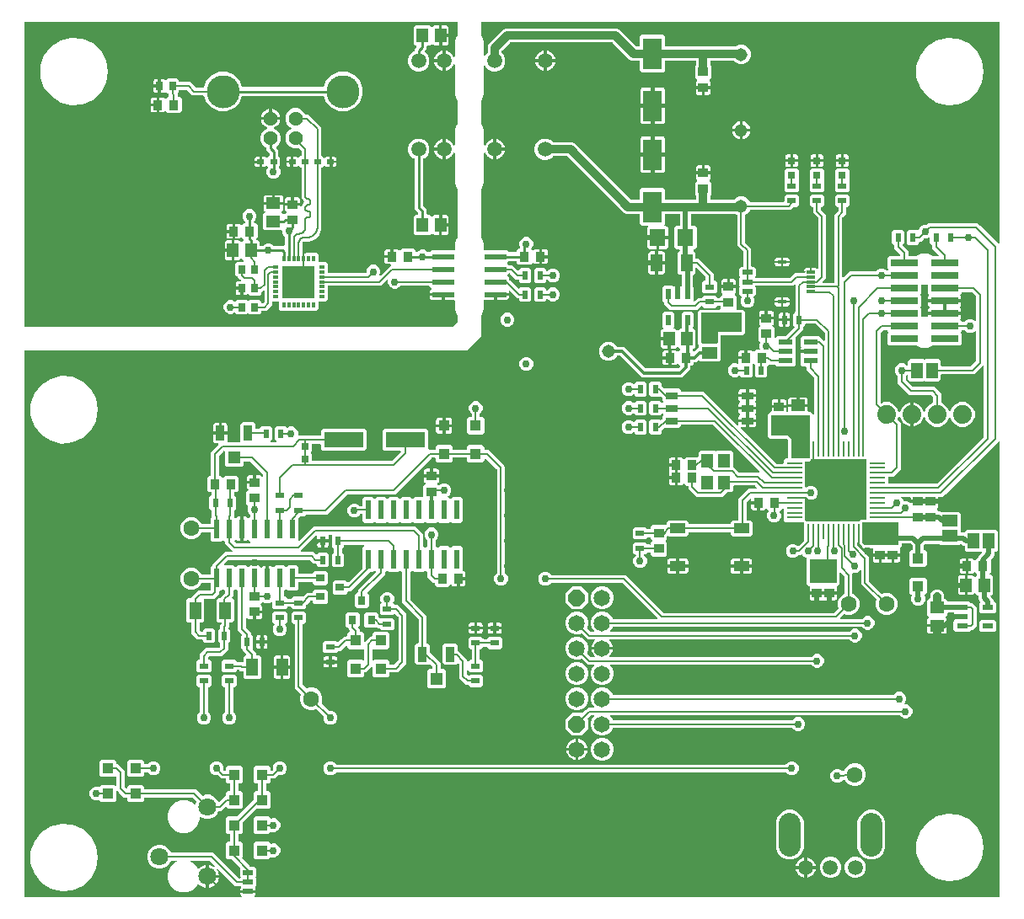
<source format=gbr>
G04 EAGLE Gerber RS-274X export*
G75*
%MOMM*%
%FSLAX34Y34*%
%LPD*%
%INTop Copper*%
%IPPOS*%
%AMOC8*
5,1,8,0,0,1.08239X$1,22.5*%
G01*
%ADD10R,1.558800X0.280000*%
%ADD11R,0.280000X1.558800*%
%ADD12R,1.600000X1.000000*%
%ADD13R,1.200000X1.400000*%
%ADD14R,0.950000X1.000000*%
%ADD15R,2.790000X0.740000*%
%ADD16R,0.889000X0.609600*%
%ADD17R,1.000000X0.950000*%
%ADD18R,1.450000X1.150000*%
%ADD19R,1.270000X0.760000*%
%ADD20R,0.609600X0.889000*%
%ADD21R,1.168400X1.600200*%
%ADD22R,0.700000X0.900000*%
%ADD23R,0.700000X0.500000*%
%ADD24R,1.150000X1.450000*%
%ADD25R,0.300000X0.600000*%
%ADD26R,0.600000X0.300000*%
%ADD27R,3.300000X3.300000*%
%ADD28R,0.787400X0.787400*%
%ADD29R,1.150000X1.800000*%
%ADD30R,1.600000X1.800000*%
%ADD31R,1.600200X1.168400*%
%ADD32R,1.100000X0.600000*%
%ADD33R,1.100000X1.100000*%
%ADD34R,1.411800X0.589500*%
%ADD35C,1.508000*%
%ADD36R,2.200000X0.600000*%
%ADD37R,0.600000X1.100000*%
%ADD38R,0.601900X1.968500*%
%ADD39R,0.581500X1.971600*%
%ADD40C,3.316000*%
%ADD41C,1.428000*%
%ADD42C,1.650000*%
%ADD43R,1.920200X3.165300*%
%ADD44C,1.308000*%
%ADD45C,2.184400*%
%ADD46R,0.890000X1.550000*%
%ADD47R,1.270000X1.270000*%
%ADD48R,0.900000X0.800000*%
%ADD49R,1.016000X0.508000*%
%ADD50R,0.254000X0.482600*%
%ADD51R,0.800000X0.900000*%
%ADD52R,0.850000X0.300000*%
%ADD53R,0.950000X0.400000*%
%ADD54C,1.879600*%
%ADD55C,1.600000*%
%ADD56P,1.785944X8X292.500000*%
%ADD57C,1.650000*%
%ADD58C,1.800000*%
%ADD59R,3.965300X1.620200*%
%ADD60R,0.762000X0.762000*%
%ADD61R,0.254000X0.762000*%
%ADD62C,0.254000*%
%ADD63C,0.756400*%
%ADD64C,0.203200*%
%ADD65C,0.152400*%
%ADD66C,0.508000*%
%ADD67C,0.304800*%
%ADD68C,0.812800*%

G36*
X227684Y10172D02*
X227684Y10172D01*
X227756Y10174D01*
X227805Y10192D01*
X227856Y10200D01*
X227919Y10234D01*
X227987Y10259D01*
X228027Y10291D01*
X228073Y10316D01*
X228123Y10367D01*
X228179Y10412D01*
X228207Y10456D01*
X228243Y10494D01*
X228273Y10559D01*
X228312Y10619D01*
X228325Y10670D01*
X228346Y10717D01*
X228354Y10788D01*
X228372Y10858D01*
X228368Y10910D01*
X228374Y10961D01*
X228358Y11032D01*
X228353Y11103D01*
X228332Y11151D01*
X228321Y11202D01*
X228284Y11263D01*
X228256Y11329D01*
X228212Y11385D01*
X228195Y11413D01*
X228177Y11428D01*
X228152Y11460D01*
X227837Y11775D01*
X227502Y12354D01*
X227329Y13001D01*
X227329Y14606D01*
X234442Y14606D01*
X234461Y14609D01*
X234481Y14607D01*
X234583Y14629D01*
X234685Y14645D01*
X234702Y14655D01*
X234722Y14659D01*
X234811Y14712D01*
X234902Y14761D01*
X234916Y14775D01*
X234933Y14785D01*
X234954Y14810D01*
X234955Y14809D01*
X235030Y14737D01*
X235048Y14729D01*
X235063Y14716D01*
X235160Y14677D01*
X235253Y14634D01*
X235273Y14632D01*
X235291Y14624D01*
X235458Y14606D01*
X242571Y14606D01*
X242571Y13001D01*
X242398Y12354D01*
X242063Y11775D01*
X241748Y11460D01*
X241707Y11402D01*
X241657Y11350D01*
X241635Y11303D01*
X241605Y11261D01*
X241584Y11192D01*
X241554Y11127D01*
X241548Y11075D01*
X241532Y11025D01*
X241534Y10954D01*
X241526Y10883D01*
X241538Y10832D01*
X241539Y10780D01*
X241563Y10712D01*
X241579Y10642D01*
X241605Y10597D01*
X241623Y10549D01*
X241668Y10493D01*
X241705Y10431D01*
X241744Y10397D01*
X241777Y10357D01*
X241837Y10318D01*
X241892Y10271D01*
X241940Y10252D01*
X241984Y10224D01*
X242053Y10206D01*
X242120Y10179D01*
X242191Y10171D01*
X242222Y10163D01*
X242246Y10165D01*
X242287Y10161D01*
X989078Y10161D01*
X989098Y10164D01*
X989117Y10162D01*
X989219Y10184D01*
X989321Y10200D01*
X989338Y10210D01*
X989358Y10214D01*
X989447Y10267D01*
X989538Y10316D01*
X989552Y10330D01*
X989569Y10340D01*
X989636Y10419D01*
X989708Y10494D01*
X989716Y10512D01*
X989729Y10527D01*
X989768Y10623D01*
X989811Y10717D01*
X989813Y10737D01*
X989821Y10755D01*
X989839Y10922D01*
X989839Y467903D01*
X989828Y467974D01*
X989826Y468046D01*
X989808Y468094D01*
X989800Y468146D01*
X989766Y468209D01*
X989741Y468277D01*
X989709Y468317D01*
X989684Y468363D01*
X989632Y468413D01*
X989588Y468469D01*
X989544Y468497D01*
X989506Y468533D01*
X989441Y468563D01*
X989381Y468602D01*
X989330Y468614D01*
X989283Y468636D01*
X989212Y468644D01*
X989142Y468662D01*
X989090Y468658D01*
X989039Y468663D01*
X988968Y468648D01*
X988897Y468642D01*
X988849Y468622D01*
X988798Y468611D01*
X988737Y468574D01*
X988671Y468546D01*
X988615Y468501D01*
X988587Y468485D01*
X988572Y468467D01*
X988540Y468441D01*
X986981Y466882D01*
X935238Y415139D01*
X932634Y412535D01*
X929052Y412535D01*
X929032Y412532D01*
X929013Y412534D01*
X928911Y412512D01*
X928809Y412496D01*
X928792Y412486D01*
X928772Y412482D01*
X928683Y412429D01*
X928592Y412380D01*
X928578Y412366D01*
X928561Y412356D01*
X928494Y412277D01*
X928422Y412202D01*
X928414Y412184D01*
X928401Y412169D01*
X928362Y412073D01*
X928319Y411979D01*
X928317Y411959D01*
X928309Y411941D01*
X928291Y411774D01*
X928291Y409573D01*
X921512Y409573D01*
X921492Y409570D01*
X921473Y409572D01*
X921371Y409550D01*
X921269Y409533D01*
X921252Y409524D01*
X921232Y409520D01*
X921143Y409467D01*
X921052Y409418D01*
X921038Y409404D01*
X921021Y409394D01*
X920954Y409315D01*
X920883Y409240D01*
X920874Y409222D01*
X920861Y409207D01*
X920822Y409111D01*
X920779Y409017D01*
X920777Y408997D01*
X920769Y408979D01*
X920751Y408812D01*
X920751Y407288D01*
X920754Y407268D01*
X920752Y407249D01*
X920774Y407147D01*
X920791Y407045D01*
X920800Y407028D01*
X920804Y407008D01*
X920857Y406919D01*
X920906Y406828D01*
X920920Y406814D01*
X920930Y406797D01*
X921009Y406730D01*
X921084Y406659D01*
X921102Y406650D01*
X921117Y406637D01*
X921213Y406598D01*
X921307Y406555D01*
X921327Y406553D01*
X921345Y406545D01*
X921512Y406527D01*
X928291Y406527D01*
X928291Y402966D01*
X928118Y402319D01*
X927783Y401740D01*
X927310Y401267D01*
X927082Y401135D01*
X926991Y401061D01*
X926897Y400985D01*
X926895Y400982D01*
X926891Y400979D01*
X926829Y400880D01*
X926764Y400779D01*
X926763Y400774D01*
X926761Y400771D01*
X926733Y400656D01*
X926704Y400540D01*
X926704Y400536D01*
X926703Y400532D01*
X926714Y400413D01*
X926723Y400295D01*
X926725Y400291D01*
X926725Y400287D01*
X926773Y400177D01*
X926819Y400069D01*
X926822Y400065D01*
X926824Y400062D01*
X926833Y400051D01*
X926924Y399938D01*
X929000Y397862D01*
X929074Y397809D01*
X929143Y397749D01*
X929173Y397737D01*
X929200Y397718D01*
X929287Y397691D01*
X929371Y397657D01*
X929412Y397653D01*
X929435Y397646D01*
X929467Y397647D01*
X929538Y397639D01*
X929862Y397639D01*
X930031Y397569D01*
X930094Y397554D01*
X930155Y397529D01*
X930238Y397520D01*
X930270Y397513D01*
X930290Y397514D01*
X930322Y397511D01*
X949064Y397511D01*
X950850Y395725D01*
X950850Y381513D01*
X950846Y381510D01*
X950789Y381422D01*
X950729Y381339D01*
X950723Y381320D01*
X950713Y381303D01*
X950687Y381202D01*
X950657Y381103D01*
X950657Y381083D01*
X950653Y381064D01*
X950661Y380961D01*
X950663Y380858D01*
X950670Y380839D01*
X950672Y380819D01*
X950712Y380724D01*
X950748Y380627D01*
X950760Y380611D01*
X950768Y380593D01*
X950850Y380491D01*
X950850Y377190D01*
X950853Y377170D01*
X950851Y377151D01*
X950873Y377049D01*
X950889Y376947D01*
X950899Y376930D01*
X950903Y376910D01*
X950956Y376821D01*
X951005Y376730D01*
X951019Y376716D01*
X951029Y376699D01*
X951108Y376632D01*
X951183Y376560D01*
X951201Y376552D01*
X951216Y376539D01*
X951312Y376500D01*
X951406Y376457D01*
X951426Y376455D01*
X951444Y376447D01*
X951611Y376429D01*
X954278Y376429D01*
X954298Y376432D01*
X954317Y376430D01*
X954419Y376452D01*
X954521Y376468D01*
X954538Y376478D01*
X954558Y376482D01*
X954647Y376535D01*
X954738Y376584D01*
X954752Y376598D01*
X954769Y376608D01*
X954836Y376687D01*
X954908Y376762D01*
X954916Y376780D01*
X954929Y376795D01*
X954968Y376891D01*
X955011Y376985D01*
X955013Y377005D01*
X955021Y377023D01*
X955039Y377190D01*
X955039Y377564D01*
X956825Y379350D01*
X971037Y379350D01*
X971040Y379346D01*
X971127Y379290D01*
X971211Y379229D01*
X971230Y379223D01*
X971247Y379213D01*
X971347Y379187D01*
X971446Y379157D01*
X971466Y379157D01*
X971486Y379153D01*
X971589Y379161D01*
X971692Y379163D01*
X971711Y379170D01*
X971731Y379172D01*
X971826Y379212D01*
X971923Y379248D01*
X971939Y379260D01*
X971957Y379268D01*
X972059Y379350D01*
X986275Y379350D01*
X988061Y377564D01*
X988061Y359036D01*
X986275Y357250D01*
X985520Y357250D01*
X985500Y357247D01*
X985481Y357249D01*
X985379Y357227D01*
X985277Y357211D01*
X985260Y357201D01*
X985240Y357197D01*
X985151Y357144D01*
X985060Y357095D01*
X985046Y357081D01*
X985029Y357071D01*
X984962Y356992D01*
X984890Y356917D01*
X984882Y356899D01*
X984869Y356884D01*
X984830Y356788D01*
X984787Y356694D01*
X984785Y356674D01*
X984777Y356656D01*
X984759Y356489D01*
X984759Y354108D01*
X983908Y352054D01*
X982229Y350375D01*
X981222Y349368D01*
X981169Y349294D01*
X981109Y349225D01*
X981097Y349195D01*
X981078Y349168D01*
X981051Y349081D01*
X981017Y348996D01*
X981013Y348955D01*
X981006Y348933D01*
X981007Y348901D01*
X980999Y348830D01*
X980999Y336637D01*
X979810Y335448D01*
X979768Y335390D01*
X979719Y335338D01*
X979697Y335291D01*
X979666Y335249D01*
X979645Y335180D01*
X979615Y335115D01*
X979609Y335063D01*
X979594Y335013D01*
X979596Y334942D01*
X979588Y334871D01*
X979599Y334820D01*
X979600Y334768D01*
X979625Y334700D01*
X979640Y334630D01*
X979667Y334585D01*
X979685Y334537D01*
X979730Y334481D01*
X979766Y334419D01*
X979806Y334385D01*
X979838Y334345D01*
X979899Y334306D01*
X979953Y334259D01*
X980002Y334240D01*
X980045Y334212D01*
X980115Y334194D01*
X980181Y334167D01*
X980253Y334159D01*
X980284Y334151D01*
X980307Y334153D01*
X980348Y334149D01*
X981213Y334149D01*
X982999Y332363D01*
X982999Y315337D01*
X980996Y313334D01*
X980984Y313318D01*
X980969Y313306D01*
X980913Y313218D01*
X980852Y313135D01*
X980846Y313116D01*
X980836Y313099D01*
X980810Y312998D01*
X980780Y312900D01*
X980781Y312880D01*
X980776Y312860D01*
X980784Y312757D01*
X980786Y312654D01*
X980793Y312635D01*
X980795Y312615D01*
X980835Y312520D01*
X980871Y312423D01*
X980883Y312407D01*
X980891Y312389D01*
X980996Y312258D01*
X981259Y311995D01*
X982938Y310316D01*
X983841Y308136D01*
X983842Y308130D01*
X983846Y308124D01*
X983847Y308122D01*
X983856Y308106D01*
X983895Y308041D01*
X983944Y307950D01*
X983958Y307936D01*
X983968Y307919D01*
X984047Y307852D01*
X984122Y307780D01*
X984140Y307772D01*
X984155Y307759D01*
X984251Y307720D01*
X984345Y307677D01*
X984365Y307675D01*
X984383Y307667D01*
X984550Y307649D01*
X984963Y307649D01*
X986749Y305863D01*
X986749Y297337D01*
X984963Y295551D01*
X971437Y295551D01*
X969651Y297337D01*
X969651Y305863D01*
X970079Y306291D01*
X970091Y306307D01*
X970106Y306319D01*
X970162Y306406D01*
X970223Y306490D01*
X970229Y306509D01*
X970239Y306526D01*
X970265Y306627D01*
X970295Y306725D01*
X970294Y306745D01*
X970299Y306765D01*
X970291Y306868D01*
X970289Y306971D01*
X970282Y306990D01*
X970280Y307010D01*
X970240Y307105D01*
X970204Y307202D01*
X970192Y307218D01*
X970184Y307236D01*
X970079Y307367D01*
X969462Y307984D01*
X968611Y310038D01*
X968611Y312790D01*
X968608Y312810D01*
X968610Y312829D01*
X968588Y312931D01*
X968572Y313033D01*
X968562Y313050D01*
X968558Y313070D01*
X968505Y313159D01*
X968456Y313250D01*
X968442Y313264D01*
X968432Y313281D01*
X968353Y313348D01*
X968278Y313420D01*
X968260Y313428D01*
X968245Y313441D01*
X968149Y313480D01*
X968055Y313523D01*
X968035Y313525D01*
X968017Y313533D01*
X967850Y313551D01*
X967187Y313551D01*
X965312Y315426D01*
X965215Y315496D01*
X965120Y315566D01*
X965116Y315567D01*
X965113Y315570D01*
X964999Y315605D01*
X964886Y315641D01*
X964882Y315641D01*
X964878Y315642D01*
X964759Y315639D01*
X964640Y315637D01*
X964636Y315636D01*
X964632Y315636D01*
X964520Y315594D01*
X964408Y315555D01*
X964405Y315553D01*
X964401Y315551D01*
X964306Y315475D01*
X964214Y315403D01*
X964211Y315399D01*
X964209Y315397D01*
X964201Y315386D01*
X964115Y315268D01*
X963983Y315040D01*
X963510Y314567D01*
X962931Y314232D01*
X962284Y314059D01*
X957723Y314059D01*
X957723Y323088D01*
X957720Y323108D01*
X957722Y323127D01*
X957700Y323229D01*
X957683Y323331D01*
X957674Y323348D01*
X957670Y323368D01*
X957617Y323457D01*
X957568Y323548D01*
X957554Y323562D01*
X957544Y323579D01*
X957465Y323646D01*
X957390Y323717D01*
X957372Y323726D01*
X957357Y323739D01*
X957261Y323778D01*
X957167Y323821D01*
X957147Y323823D01*
X957129Y323831D01*
X956962Y323849D01*
X956199Y323849D01*
X956199Y323851D01*
X956962Y323851D01*
X956982Y323854D01*
X957001Y323852D01*
X957103Y323874D01*
X957205Y323891D01*
X957222Y323900D01*
X957242Y323904D01*
X957331Y323957D01*
X957422Y324006D01*
X957436Y324020D01*
X957453Y324030D01*
X957520Y324109D01*
X957591Y324184D01*
X957600Y324202D01*
X957613Y324217D01*
X957652Y324313D01*
X957695Y324407D01*
X957697Y324427D01*
X957705Y324445D01*
X957723Y324612D01*
X957723Y333641D01*
X962284Y333641D01*
X962931Y333468D01*
X963510Y333133D01*
X963983Y332660D01*
X964115Y332432D01*
X964190Y332340D01*
X964265Y332247D01*
X964268Y332245D01*
X964271Y332241D01*
X964371Y332178D01*
X964471Y332114D01*
X964475Y332113D01*
X964479Y332111D01*
X964595Y332083D01*
X964710Y332054D01*
X964714Y332054D01*
X964718Y332053D01*
X964838Y332064D01*
X964955Y332073D01*
X964959Y332074D01*
X964963Y332075D01*
X965075Y332124D01*
X965181Y332169D01*
X965185Y332172D01*
X965188Y332174D01*
X965199Y332183D01*
X965312Y332274D01*
X967000Y333962D01*
X967012Y333978D01*
X967027Y333990D01*
X967083Y334078D01*
X967144Y334161D01*
X967150Y334180D01*
X967160Y334197D01*
X967186Y334298D01*
X967216Y334397D01*
X967216Y334416D01*
X967220Y334436D01*
X967212Y334539D01*
X967210Y334642D01*
X967203Y334661D01*
X967201Y334681D01*
X967161Y334776D01*
X967125Y334873D01*
X967113Y334889D01*
X967105Y334907D01*
X967000Y335038D01*
X965312Y336726D01*
X965215Y336796D01*
X965120Y336866D01*
X965116Y336867D01*
X965113Y336870D01*
X964999Y336905D01*
X964886Y336941D01*
X964882Y336941D01*
X964878Y336942D01*
X964759Y336939D01*
X964640Y336937D01*
X964636Y336936D01*
X964632Y336936D01*
X964520Y336894D01*
X964408Y336855D01*
X964405Y336853D01*
X964401Y336851D01*
X964307Y336776D01*
X964214Y336703D01*
X964211Y336699D01*
X964209Y336697D01*
X964201Y336686D01*
X964115Y336568D01*
X963983Y336340D01*
X963510Y335867D01*
X962931Y335532D01*
X962284Y335359D01*
X958723Y335359D01*
X958723Y342138D01*
X958720Y342158D01*
X958722Y342177D01*
X958700Y342279D01*
X958683Y342381D01*
X958674Y342398D01*
X958670Y342418D01*
X958617Y342507D01*
X958568Y342598D01*
X958554Y342612D01*
X958544Y342629D01*
X958465Y342696D01*
X958390Y342767D01*
X958372Y342776D01*
X958357Y342789D01*
X958261Y342828D01*
X958167Y342871D01*
X958147Y342873D01*
X958129Y342881D01*
X957962Y342899D01*
X957199Y342899D01*
X957199Y342901D01*
X957962Y342901D01*
X957982Y342904D01*
X958001Y342902D01*
X958103Y342924D01*
X958205Y342941D01*
X958222Y342950D01*
X958242Y342954D01*
X958331Y343007D01*
X958422Y343056D01*
X958436Y343070D01*
X958453Y343080D01*
X958520Y343159D01*
X958591Y343234D01*
X958600Y343252D01*
X958613Y343267D01*
X958652Y343363D01*
X958695Y343457D01*
X958697Y343477D01*
X958705Y343495D01*
X958723Y343662D01*
X958723Y350441D01*
X962284Y350441D01*
X962931Y350268D01*
X963510Y349933D01*
X963983Y349460D01*
X964115Y349232D01*
X964190Y349140D01*
X964265Y349047D01*
X964268Y349045D01*
X964271Y349041D01*
X964371Y348978D01*
X964471Y348914D01*
X964475Y348913D01*
X964479Y348911D01*
X964595Y348883D01*
X964710Y348854D01*
X964714Y348854D01*
X964718Y348853D01*
X964838Y348864D01*
X964955Y348873D01*
X964959Y348874D01*
X964963Y348875D01*
X965074Y348923D01*
X965182Y348969D01*
X965185Y348972D01*
X965188Y348974D01*
X965199Y348983D01*
X965312Y349074D01*
X967187Y350949D01*
X967346Y350949D01*
X967460Y350968D01*
X967577Y350985D01*
X967582Y350987D01*
X967589Y350988D01*
X967691Y351043D01*
X967796Y351096D01*
X967800Y351101D01*
X967806Y351104D01*
X967886Y351188D01*
X967968Y351272D01*
X967972Y351278D01*
X967975Y351282D01*
X967983Y351299D01*
X968049Y351419D01*
X968462Y352416D01*
X972143Y356096D01*
X972154Y356112D01*
X972170Y356125D01*
X972226Y356212D01*
X972286Y356296D01*
X972292Y356315D01*
X972303Y356332D01*
X972328Y356432D01*
X972359Y356531D01*
X972358Y356551D01*
X972363Y356571D01*
X972355Y356674D01*
X972352Y356777D01*
X972345Y356796D01*
X972344Y356816D01*
X972303Y356911D01*
X972268Y357008D01*
X972255Y357024D01*
X972247Y357042D01*
X972142Y357173D01*
X972088Y357227D01*
X972072Y357239D01*
X972060Y357254D01*
X971972Y357310D01*
X971888Y357371D01*
X971869Y357377D01*
X971853Y357387D01*
X971752Y357413D01*
X971653Y357443D01*
X971633Y357443D01*
X971614Y357447D01*
X971511Y357439D01*
X971407Y357437D01*
X971389Y357430D01*
X971369Y357428D01*
X971274Y357388D01*
X971176Y357352D01*
X971161Y357340D01*
X971143Y357332D01*
X971041Y357250D01*
X956825Y357250D01*
X955039Y359036D01*
X955039Y362269D01*
X955020Y362383D01*
X955003Y362499D01*
X955001Y362505D01*
X955000Y362511D01*
X954945Y362614D01*
X954892Y362719D01*
X954887Y362723D01*
X954884Y362729D01*
X954800Y362808D01*
X954716Y362891D01*
X954710Y362895D01*
X954706Y362898D01*
X954689Y362906D01*
X954569Y362972D01*
X953144Y363562D01*
X951678Y365028D01*
X951604Y365081D01*
X951535Y365141D01*
X951504Y365153D01*
X951478Y365172D01*
X951391Y365199D01*
X951306Y365233D01*
X951266Y365237D01*
X951243Y365244D01*
X951211Y365243D01*
X951140Y365251D01*
X950141Y365251D01*
X950051Y365237D01*
X949960Y365229D01*
X949930Y365217D01*
X949898Y365212D01*
X949818Y365169D01*
X949734Y365133D01*
X949702Y365107D01*
X949681Y365096D01*
X949659Y365073D01*
X949603Y365028D01*
X949064Y364489D01*
X930536Y364489D01*
X929997Y365028D01*
X929923Y365081D01*
X929854Y365141D01*
X929824Y365153D01*
X929797Y365172D01*
X929710Y365199D01*
X929626Y365233D01*
X929585Y365237D01*
X929562Y365244D01*
X929530Y365243D01*
X929459Y365251D01*
X915760Y365251D01*
X915670Y365237D01*
X915579Y365229D01*
X915549Y365217D01*
X915518Y365212D01*
X915437Y365169D01*
X915353Y365133D01*
X915321Y365107D01*
X915300Y365096D01*
X915278Y365073D01*
X915222Y365028D01*
X913862Y363668D01*
X913809Y363594D01*
X913749Y363525D01*
X913737Y363494D01*
X913718Y363468D01*
X913691Y363381D01*
X913657Y363296D01*
X913653Y363256D01*
X913646Y363233D01*
X913647Y363201D01*
X913639Y363130D01*
X913639Y359860D01*
X913642Y359840D01*
X913640Y359821D01*
X913662Y359719D01*
X913678Y359617D01*
X913688Y359600D01*
X913692Y359580D01*
X913745Y359491D01*
X913794Y359400D01*
X913808Y359386D01*
X913818Y359369D01*
X913897Y359302D01*
X913972Y359230D01*
X913990Y359222D01*
X914005Y359209D01*
X914101Y359170D01*
X914195Y359127D01*
X914215Y359125D01*
X914233Y359117D01*
X914400Y359099D01*
X914813Y359099D01*
X916599Y357313D01*
X916599Y343787D01*
X914813Y342001D01*
X901287Y342001D01*
X899501Y343787D01*
X899501Y357313D01*
X901287Y359099D01*
X901700Y359099D01*
X901720Y359102D01*
X901739Y359100D01*
X901841Y359122D01*
X901943Y359138D01*
X901960Y359148D01*
X901980Y359152D01*
X902069Y359205D01*
X902160Y359254D01*
X902174Y359268D01*
X902191Y359278D01*
X902258Y359357D01*
X902330Y359432D01*
X902338Y359450D01*
X902351Y359465D01*
X902390Y359561D01*
X902433Y359655D01*
X902435Y359675D01*
X902443Y359693D01*
X902461Y359860D01*
X902461Y363130D01*
X902447Y363220D01*
X902439Y363311D01*
X902427Y363341D01*
X902422Y363372D01*
X902379Y363453D01*
X902343Y363537D01*
X902317Y363569D01*
X902306Y363590D01*
X902283Y363612D01*
X902238Y363668D01*
X900498Y365408D01*
X900424Y365461D01*
X900355Y365521D01*
X900324Y365533D01*
X900298Y365552D01*
X900211Y365579D01*
X900126Y365613D01*
X900086Y365617D01*
X900063Y365624D01*
X900031Y365623D01*
X899960Y365631D01*
X892302Y365631D01*
X892282Y365628D01*
X892263Y365630D01*
X892161Y365608D01*
X892059Y365592D01*
X892042Y365582D01*
X892022Y365578D01*
X891933Y365525D01*
X891842Y365476D01*
X891828Y365462D01*
X891811Y365452D01*
X891744Y365373D01*
X891672Y365298D01*
X891664Y365280D01*
X891651Y365265D01*
X891612Y365169D01*
X891569Y365075D01*
X891567Y365055D01*
X891559Y365037D01*
X891541Y364870D01*
X891541Y362912D01*
X889806Y361176D01*
X889780Y361141D01*
X889748Y361111D01*
X889709Y361042D01*
X889662Y360977D01*
X889649Y360935D01*
X889628Y360896D01*
X889613Y360818D01*
X889590Y360742D01*
X889591Y360698D01*
X889583Y360655D01*
X889594Y360576D01*
X889596Y360496D01*
X889611Y360454D01*
X889617Y360411D01*
X889676Y360278D01*
X889680Y360265D01*
X889683Y360262D01*
X889685Y360257D01*
X890018Y359681D01*
X890191Y359034D01*
X890191Y355473D01*
X883412Y355473D01*
X883392Y355470D01*
X883373Y355472D01*
X883271Y355450D01*
X883169Y355433D01*
X883152Y355424D01*
X883132Y355420D01*
X883043Y355367D01*
X882952Y355318D01*
X882938Y355304D01*
X882921Y355294D01*
X882854Y355215D01*
X882783Y355140D01*
X882774Y355122D01*
X882761Y355107D01*
X882722Y355011D01*
X882679Y354917D01*
X882677Y354897D01*
X882669Y354879D01*
X882651Y354712D01*
X882651Y353949D01*
X882649Y353949D01*
X882649Y354712D01*
X882646Y354732D01*
X882648Y354751D01*
X882626Y354853D01*
X882609Y354955D01*
X882600Y354972D01*
X882596Y354992D01*
X882543Y355081D01*
X882494Y355172D01*
X882480Y355186D01*
X882470Y355203D01*
X882391Y355270D01*
X882316Y355341D01*
X882298Y355350D01*
X882283Y355363D01*
X882187Y355402D01*
X882093Y355445D01*
X882073Y355447D01*
X882055Y355455D01*
X881888Y355473D01*
X870712Y355473D01*
X870692Y355470D01*
X870673Y355472D01*
X870571Y355450D01*
X870469Y355433D01*
X870452Y355424D01*
X870432Y355420D01*
X870343Y355367D01*
X870252Y355318D01*
X870238Y355304D01*
X870221Y355294D01*
X870154Y355215D01*
X870083Y355140D01*
X870074Y355122D01*
X870061Y355107D01*
X870022Y355011D01*
X869979Y354917D01*
X869977Y354897D01*
X869969Y354879D01*
X869951Y354712D01*
X869951Y353949D01*
X869949Y353949D01*
X869949Y354712D01*
X869946Y354732D01*
X869948Y354751D01*
X869926Y354853D01*
X869909Y354955D01*
X869900Y354972D01*
X869896Y354992D01*
X869843Y355081D01*
X869794Y355172D01*
X869780Y355186D01*
X869770Y355203D01*
X869691Y355270D01*
X869616Y355341D01*
X869598Y355350D01*
X869583Y355363D01*
X869487Y355402D01*
X869393Y355445D01*
X869373Y355447D01*
X869355Y355455D01*
X869188Y355473D01*
X862409Y355473D01*
X862409Y359034D01*
X862593Y359721D01*
X862605Y359840D01*
X862618Y359957D01*
X862617Y359962D01*
X862618Y359966D01*
X862591Y360081D01*
X862566Y360198D01*
X862564Y360201D01*
X862563Y360205D01*
X862501Y360307D01*
X862440Y360409D01*
X862437Y360412D01*
X862434Y360415D01*
X862344Y360491D01*
X862253Y360569D01*
X862249Y360570D01*
X862246Y360573D01*
X862137Y360616D01*
X862025Y360661D01*
X862020Y360661D01*
X862017Y360663D01*
X862003Y360663D01*
X861858Y360679D01*
X853132Y360679D01*
X848359Y365452D01*
X848359Y366221D01*
X848356Y366241D01*
X848358Y366260D01*
X848336Y366362D01*
X848320Y366464D01*
X848310Y366481D01*
X848306Y366501D01*
X848253Y366590D01*
X848204Y366681D01*
X848190Y366695D01*
X848180Y366712D01*
X848101Y366779D01*
X848026Y366851D01*
X848008Y366859D01*
X847993Y366872D01*
X847897Y366911D01*
X847803Y366954D01*
X847783Y366956D01*
X847765Y366964D01*
X847598Y366982D01*
X847572Y366982D01*
X847563Y366981D01*
X847559Y366981D01*
X847550Y366979D01*
X847533Y366981D01*
X847431Y366959D01*
X847329Y366943D01*
X847312Y366933D01*
X847292Y366929D01*
X847203Y366876D01*
X847112Y366827D01*
X847098Y366813D01*
X847081Y366803D01*
X847014Y366724D01*
X846942Y366649D01*
X846934Y366631D01*
X846921Y366616D01*
X846882Y366520D01*
X846839Y366426D01*
X846837Y366406D01*
X846829Y366388D01*
X846811Y366221D01*
X846811Y364124D01*
X846813Y364111D01*
X846812Y364103D01*
X846822Y364057D01*
X846825Y364034D01*
X846833Y363943D01*
X846845Y363913D01*
X846850Y363881D01*
X846893Y363800D01*
X846929Y363716D01*
X846955Y363684D01*
X846966Y363664D01*
X846989Y363641D01*
X847034Y363586D01*
X858521Y352098D01*
X858521Y328284D01*
X858535Y328194D01*
X858543Y328103D01*
X858555Y328073D01*
X858560Y328041D01*
X858603Y327960D01*
X858639Y327876D01*
X858665Y327844D01*
X858676Y327824D01*
X858699Y327801D01*
X858744Y327746D01*
X871295Y315194D01*
X871390Y315126D01*
X871483Y315057D01*
X871489Y315055D01*
X871494Y315051D01*
X871606Y315017D01*
X871717Y314980D01*
X871724Y314980D01*
X871730Y314979D01*
X871846Y314982D01*
X871963Y314983D01*
X871970Y314985D01*
X871975Y314985D01*
X871993Y314991D01*
X872124Y315029D01*
X874102Y315849D01*
X878498Y315849D01*
X882559Y314167D01*
X885667Y311059D01*
X887349Y306998D01*
X887349Y302602D01*
X885667Y298541D01*
X882559Y295433D01*
X878498Y293751D01*
X874102Y293751D01*
X870041Y295433D01*
X866933Y298541D01*
X865251Y302602D01*
X865251Y306998D01*
X866071Y308976D01*
X866097Y309089D01*
X866126Y309203D01*
X866125Y309209D01*
X866127Y309215D01*
X866116Y309332D01*
X866107Y309448D01*
X866104Y309454D01*
X866104Y309460D01*
X866056Y309566D01*
X866010Y309674D01*
X866006Y309680D01*
X866004Y309685D01*
X865991Y309699D01*
X865906Y309805D01*
X853354Y322356D01*
X850899Y324812D01*
X850899Y337751D01*
X850888Y337822D01*
X850886Y337894D01*
X850868Y337943D01*
X850860Y337994D01*
X850826Y338057D01*
X850801Y338125D01*
X850769Y338165D01*
X850744Y338211D01*
X850692Y338261D01*
X850648Y338317D01*
X850604Y338345D01*
X850566Y338381D01*
X850501Y338411D01*
X850441Y338450D01*
X850390Y338463D01*
X850343Y338484D01*
X850272Y338492D01*
X850202Y338510D01*
X850150Y338506D01*
X850099Y338512D01*
X850028Y338496D01*
X849957Y338491D01*
X849909Y338470D01*
X849858Y338459D01*
X849797Y338423D01*
X849731Y338394D01*
X849675Y338350D01*
X849647Y338333D01*
X849632Y338315D01*
X849600Y338290D01*
X848419Y337109D01*
X845909Y336069D01*
X843191Y336069D01*
X843063Y336122D01*
X843019Y336133D01*
X842977Y336152D01*
X842900Y336161D01*
X842824Y336178D01*
X842778Y336174D01*
X842733Y336179D01*
X842656Y336163D01*
X842579Y336155D01*
X842537Y336137D01*
X842492Y336127D01*
X842425Y336087D01*
X842354Y336055D01*
X842320Y336024D01*
X842281Y336001D01*
X842230Y335942D01*
X842173Y335889D01*
X842151Y335849D01*
X842121Y335814D01*
X842092Y335742D01*
X842055Y335673D01*
X842046Y335628D01*
X842029Y335586D01*
X842014Y335450D01*
X842011Y335431D01*
X842012Y335426D01*
X842011Y335419D01*
X842011Y315689D01*
X842030Y315574D01*
X842047Y315458D01*
X842049Y315453D01*
X842050Y315446D01*
X842105Y315344D01*
X842158Y315239D01*
X842163Y315235D01*
X842166Y315229D01*
X842250Y315149D01*
X842334Y315067D01*
X842340Y315063D01*
X842344Y315060D01*
X842361Y315052D01*
X842481Y314986D01*
X844459Y314167D01*
X847567Y311059D01*
X849249Y306998D01*
X849249Y302602D01*
X847567Y298541D01*
X844459Y295433D01*
X840398Y293751D01*
X836002Y293751D01*
X834024Y294571D01*
X833911Y294597D01*
X833797Y294626D01*
X833791Y294625D01*
X833785Y294627D01*
X833668Y294616D01*
X833552Y294607D01*
X833546Y294604D01*
X833540Y294604D01*
X833432Y294556D01*
X833326Y294510D01*
X833320Y294506D01*
X833315Y294504D01*
X833301Y294491D01*
X833195Y294406D01*
X829649Y290860D01*
X829608Y290802D01*
X829558Y290750D01*
X829536Y290703D01*
X829506Y290661D01*
X829485Y290592D01*
X829455Y290527D01*
X829449Y290475D01*
X829434Y290425D01*
X829435Y290354D01*
X829428Y290283D01*
X829439Y290232D01*
X829440Y290180D01*
X829465Y290112D01*
X829480Y290042D01*
X829506Y289998D01*
X829524Y289949D01*
X829569Y289893D01*
X829606Y289831D01*
X829646Y289797D01*
X829678Y289757D01*
X829738Y289718D01*
X829793Y289671D01*
X829841Y289652D01*
X829885Y289624D01*
X829954Y289606D01*
X830021Y289579D01*
X830092Y289571D01*
X830124Y289563D01*
X830147Y289565D01*
X830188Y289561D01*
X851085Y289561D01*
X851175Y289575D01*
X851266Y289583D01*
X851296Y289595D01*
X851328Y289600D01*
X851409Y289643D01*
X851493Y289679D01*
X851525Y289705D01*
X851545Y289716D01*
X851568Y289739D01*
X851624Y289784D01*
X853381Y291541D01*
X855891Y292581D01*
X858609Y292581D01*
X861119Y291541D01*
X863041Y289619D01*
X864081Y287109D01*
X864081Y284391D01*
X863041Y281881D01*
X861119Y279959D01*
X858609Y278919D01*
X855891Y278919D01*
X853381Y279959D01*
X851624Y281716D01*
X851550Y281769D01*
X851480Y281829D01*
X851450Y281841D01*
X851424Y281860D01*
X851337Y281887D01*
X851252Y281921D01*
X851211Y281925D01*
X851189Y281932D01*
X851157Y281931D01*
X851085Y281939D01*
X601710Y281939D01*
X601595Y281920D01*
X601479Y281903D01*
X601473Y281901D01*
X601467Y281900D01*
X601364Y281845D01*
X601260Y281792D01*
X601255Y281787D01*
X601250Y281784D01*
X601170Y281700D01*
X601087Y281616D01*
X601084Y281610D01*
X601080Y281606D01*
X601073Y281589D01*
X601007Y281469D01*
X600129Y279350D01*
X598939Y278160D01*
X598897Y278102D01*
X598848Y278050D01*
X598826Y278003D01*
X598796Y277961D01*
X598774Y277892D01*
X598744Y277827D01*
X598739Y277775D01*
X598723Y277725D01*
X598725Y277654D01*
X598717Y277583D01*
X598728Y277532D01*
X598730Y277480D01*
X598754Y277412D01*
X598769Y277342D01*
X598796Y277297D01*
X598814Y277249D01*
X598859Y277193D01*
X598896Y277131D01*
X598935Y277097D01*
X598968Y277057D01*
X599028Y277018D01*
X599082Y276971D01*
X599131Y276952D01*
X599175Y276924D01*
X599244Y276906D01*
X599311Y276879D01*
X599382Y276871D01*
X599413Y276863D01*
X599436Y276865D01*
X599477Y276861D01*
X838385Y276861D01*
X838475Y276875D01*
X838566Y276883D01*
X838596Y276895D01*
X838628Y276900D01*
X838709Y276943D01*
X838793Y276979D01*
X838825Y277005D01*
X838845Y277016D01*
X838868Y277039D01*
X838924Y277084D01*
X840681Y278841D01*
X843191Y279881D01*
X845909Y279881D01*
X848419Y278841D01*
X850341Y276919D01*
X851381Y274409D01*
X851381Y271691D01*
X850341Y269181D01*
X848419Y267259D01*
X845909Y266219D01*
X843191Y266219D01*
X840681Y267259D01*
X838924Y269016D01*
X838850Y269069D01*
X838780Y269129D01*
X838750Y269141D01*
X838724Y269160D01*
X838637Y269187D01*
X838552Y269221D01*
X838511Y269225D01*
X838489Y269232D01*
X838457Y269231D01*
X838385Y269239D01*
X598759Y269239D01*
X598688Y269228D01*
X598616Y269226D01*
X598568Y269208D01*
X598516Y269200D01*
X598453Y269166D01*
X598385Y269141D01*
X598345Y269109D01*
X598299Y269084D01*
X598249Y269033D01*
X598193Y268988D01*
X598165Y268944D01*
X598129Y268906D01*
X598099Y268841D01*
X598060Y268781D01*
X598048Y268730D01*
X598026Y268683D01*
X598018Y268612D01*
X598000Y268542D01*
X598004Y268490D01*
X597999Y268439D01*
X598014Y268368D01*
X598020Y268297D01*
X598040Y268249D01*
X598051Y268198D01*
X598088Y268137D01*
X598116Y268071D01*
X598161Y268015D01*
X598177Y267987D01*
X598195Y267972D01*
X598221Y267940D01*
X598781Y267380D01*
X599779Y266005D01*
X600550Y264492D01*
X601075Y262877D01*
X601234Y261873D01*
X591312Y261873D01*
X591292Y261870D01*
X591273Y261872D01*
X591171Y261850D01*
X591069Y261833D01*
X591052Y261824D01*
X591032Y261820D01*
X590943Y261767D01*
X590852Y261718D01*
X590838Y261704D01*
X590821Y261694D01*
X590754Y261615D01*
X590683Y261540D01*
X590674Y261522D01*
X590661Y261507D01*
X590623Y261411D01*
X590579Y261317D01*
X590577Y261297D01*
X590569Y261279D01*
X590551Y261112D01*
X590551Y259588D01*
X590554Y259568D01*
X590552Y259549D01*
X590574Y259447D01*
X590591Y259345D01*
X590600Y259328D01*
X590604Y259308D01*
X590657Y259219D01*
X590706Y259128D01*
X590720Y259114D01*
X590730Y259097D01*
X590809Y259030D01*
X590884Y258959D01*
X590902Y258950D01*
X590917Y258937D01*
X591013Y258898D01*
X591107Y258855D01*
X591127Y258853D01*
X591145Y258845D01*
X591312Y258827D01*
X601234Y258827D01*
X601075Y257823D01*
X600550Y256208D01*
X599779Y254695D01*
X598781Y253320D01*
X598221Y252760D01*
X598179Y252702D01*
X598129Y252650D01*
X598107Y252603D01*
X598077Y252561D01*
X598056Y252492D01*
X598026Y252427D01*
X598020Y252375D01*
X598005Y252325D01*
X598007Y252254D01*
X597999Y252183D01*
X598010Y252132D01*
X598011Y252080D01*
X598036Y252012D01*
X598051Y251942D01*
X598078Y251897D01*
X598096Y251849D01*
X598140Y251793D01*
X598177Y251731D01*
X598217Y251697D01*
X598249Y251657D01*
X598310Y251618D01*
X598364Y251571D01*
X598412Y251552D01*
X598456Y251524D01*
X598526Y251506D01*
X598592Y251479D01*
X598663Y251471D01*
X598695Y251463D01*
X598718Y251465D01*
X598759Y251461D01*
X800285Y251461D01*
X800375Y251475D01*
X800466Y251483D01*
X800496Y251495D01*
X800528Y251500D01*
X800609Y251543D01*
X800693Y251579D01*
X800725Y251605D01*
X800745Y251616D01*
X800760Y251631D01*
X800762Y251632D01*
X800771Y251642D01*
X800824Y251684D01*
X802581Y253441D01*
X805091Y254481D01*
X807809Y254481D01*
X810319Y253441D01*
X812241Y251519D01*
X813281Y249009D01*
X813281Y246291D01*
X812241Y243781D01*
X810319Y241859D01*
X807809Y240819D01*
X805091Y240819D01*
X802581Y241859D01*
X800824Y243616D01*
X800750Y243669D01*
X800680Y243729D01*
X800650Y243741D01*
X800624Y243760D01*
X800537Y243787D01*
X800452Y243821D01*
X800411Y243825D01*
X800389Y243832D01*
X800357Y243831D01*
X800285Y243839D01*
X599477Y243839D01*
X599407Y243828D01*
X599335Y243826D01*
X599286Y243808D01*
X599235Y243800D01*
X599171Y243766D01*
X599104Y243741D01*
X599063Y243709D01*
X599017Y243684D01*
X598968Y243632D01*
X598912Y243588D01*
X598884Y243544D01*
X598848Y243506D01*
X598818Y243441D01*
X598779Y243381D01*
X598766Y243330D01*
X598744Y243283D01*
X598736Y243212D01*
X598719Y243142D01*
X598723Y243090D01*
X598717Y243039D01*
X598732Y242968D01*
X598738Y242897D01*
X598758Y242849D01*
X598769Y242798D01*
X598806Y242737D01*
X598834Y242671D01*
X598879Y242615D01*
X598896Y242587D01*
X598913Y242572D01*
X598939Y242540D01*
X600129Y241350D01*
X601849Y237197D01*
X601849Y232703D01*
X600129Y228550D01*
X596950Y225371D01*
X592797Y223651D01*
X588303Y223651D01*
X584150Y225371D01*
X580971Y228550D01*
X579251Y232703D01*
X579251Y237197D01*
X580971Y241350D01*
X582161Y242540D01*
X582203Y242598D01*
X582252Y242650D01*
X582274Y242697D01*
X582304Y242739D01*
X582326Y242808D01*
X582356Y242873D01*
X582361Y242925D01*
X582377Y242975D01*
X582375Y243046D01*
X582383Y243117D01*
X582372Y243168D01*
X582370Y243220D01*
X582346Y243288D01*
X582331Y243358D01*
X582304Y243403D01*
X582286Y243451D01*
X582241Y243507D01*
X582204Y243569D01*
X582165Y243603D01*
X582132Y243643D01*
X582072Y243682D01*
X582018Y243729D01*
X581969Y243748D01*
X581925Y243776D01*
X581856Y243794D01*
X581789Y243821D01*
X581718Y243829D01*
X581687Y243837D01*
X581664Y243835D01*
X581623Y243839D01*
X576272Y243839D01*
X573816Y246294D01*
X570347Y249764D01*
X570252Y249832D01*
X570158Y249902D01*
X570152Y249904D01*
X570147Y249908D01*
X570036Y249942D01*
X569924Y249978D01*
X569918Y249978D01*
X569912Y249980D01*
X569795Y249977D01*
X569678Y249976D01*
X569671Y249974D01*
X569666Y249974D01*
X569648Y249967D01*
X569517Y249929D01*
X567397Y249051D01*
X562903Y249051D01*
X558750Y250771D01*
X555571Y253950D01*
X553851Y258103D01*
X553851Y262597D01*
X555571Y266750D01*
X558750Y269929D01*
X562903Y271649D01*
X567397Y271649D01*
X571550Y269929D01*
X574729Y266750D01*
X576449Y262597D01*
X576449Y258103D01*
X575571Y255983D01*
X575544Y255869D01*
X575516Y255756D01*
X575516Y255750D01*
X575515Y255744D01*
X575526Y255627D01*
X575535Y255511D01*
X575537Y255505D01*
X575538Y255499D01*
X575585Y255391D01*
X575631Y255284D01*
X575636Y255278D01*
X575638Y255274D01*
X575650Y255260D01*
X575736Y255153D01*
X579206Y251684D01*
X579280Y251631D01*
X579349Y251571D01*
X579379Y251559D01*
X579405Y251540D01*
X579492Y251513D01*
X579577Y251479D01*
X579618Y251475D01*
X579640Y251468D01*
X579673Y251469D01*
X579744Y251461D01*
X582341Y251461D01*
X582412Y251472D01*
X582484Y251474D01*
X582532Y251492D01*
X582584Y251500D01*
X582647Y251534D01*
X582715Y251559D01*
X582755Y251591D01*
X582801Y251616D01*
X582851Y251667D01*
X582907Y251712D01*
X582935Y251756D01*
X582971Y251794D01*
X583001Y251859D01*
X583040Y251919D01*
X583052Y251970D01*
X583074Y252017D01*
X583082Y252088D01*
X583100Y252158D01*
X583096Y252210D01*
X583101Y252261D01*
X583086Y252332D01*
X583080Y252403D01*
X583060Y252451D01*
X583049Y252502D01*
X583012Y252563D01*
X582984Y252629D01*
X582939Y252685D01*
X582923Y252713D01*
X582909Y252724D01*
X582907Y252729D01*
X582899Y252735D01*
X582879Y252760D01*
X582319Y253320D01*
X581321Y254695D01*
X580550Y256208D01*
X580025Y257823D01*
X579866Y258827D01*
X589788Y258827D01*
X589808Y258830D01*
X589827Y258828D01*
X589929Y258850D01*
X590031Y258867D01*
X590048Y258876D01*
X590068Y258880D01*
X590157Y258933D01*
X590248Y258982D01*
X590262Y258996D01*
X590279Y259006D01*
X590346Y259085D01*
X590417Y259160D01*
X590426Y259178D01*
X590439Y259193D01*
X590477Y259289D01*
X590521Y259383D01*
X590523Y259403D01*
X590531Y259421D01*
X590549Y259588D01*
X590549Y261112D01*
X590546Y261132D01*
X590548Y261151D01*
X590526Y261253D01*
X590509Y261355D01*
X590500Y261372D01*
X590496Y261392D01*
X590443Y261481D01*
X590394Y261572D01*
X590380Y261586D01*
X590370Y261603D01*
X590291Y261670D01*
X590216Y261741D01*
X590198Y261750D01*
X590183Y261763D01*
X590087Y261802D01*
X589993Y261845D01*
X589973Y261847D01*
X589955Y261855D01*
X589788Y261873D01*
X579866Y261873D01*
X580025Y262877D01*
X580550Y264492D01*
X581321Y266005D01*
X582319Y267380D01*
X582879Y267940D01*
X582921Y267998D01*
X582971Y268050D01*
X582993Y268097D01*
X583023Y268139D01*
X583044Y268208D01*
X583074Y268273D01*
X583080Y268325D01*
X583095Y268375D01*
X583093Y268446D01*
X583101Y268517D01*
X583090Y268568D01*
X583089Y268620D01*
X583064Y268688D01*
X583049Y268758D01*
X583022Y268803D01*
X583004Y268851D01*
X582960Y268907D01*
X582923Y268969D01*
X582883Y269003D01*
X582851Y269043D01*
X582790Y269082D01*
X582736Y269129D01*
X582688Y269148D01*
X582644Y269176D01*
X582574Y269194D01*
X582508Y269221D01*
X582437Y269229D01*
X582405Y269237D01*
X582382Y269235D01*
X582341Y269239D01*
X576272Y269239D01*
X573816Y271694D01*
X570347Y275164D01*
X570252Y275232D01*
X570158Y275302D01*
X570152Y275304D01*
X570147Y275308D01*
X570036Y275342D01*
X569924Y275378D01*
X569918Y275378D01*
X569912Y275380D01*
X569795Y275377D01*
X569678Y275376D01*
X569671Y275374D01*
X569666Y275374D01*
X569648Y275367D01*
X569517Y275329D01*
X567397Y274451D01*
X562903Y274451D01*
X558750Y276171D01*
X555571Y279350D01*
X553851Y283503D01*
X553851Y287997D01*
X555571Y292150D01*
X558750Y295329D01*
X562903Y297049D01*
X567397Y297049D01*
X571550Y295329D01*
X574729Y292150D01*
X576449Y287997D01*
X576449Y283503D01*
X575571Y281383D01*
X575544Y281269D01*
X575516Y281156D01*
X575516Y281150D01*
X575515Y281144D01*
X575526Y281027D01*
X575535Y280911D01*
X575537Y280905D01*
X575538Y280899D01*
X575585Y280791D01*
X575631Y280684D01*
X575636Y280678D01*
X575638Y280674D01*
X575650Y280660D01*
X575736Y280553D01*
X579206Y277084D01*
X579280Y277031D01*
X579349Y276971D01*
X579379Y276959D01*
X579405Y276940D01*
X579492Y276913D01*
X579577Y276879D01*
X579618Y276875D01*
X579640Y276868D01*
X579673Y276869D01*
X579744Y276861D01*
X581623Y276861D01*
X581693Y276872D01*
X581765Y276874D01*
X581814Y276892D01*
X581865Y276900D01*
X581929Y276934D01*
X581996Y276959D01*
X582037Y276991D01*
X582083Y277016D01*
X582132Y277068D01*
X582188Y277112D01*
X582216Y277156D01*
X582252Y277194D01*
X582282Y277259D01*
X582321Y277319D01*
X582334Y277370D01*
X582356Y277417D01*
X582364Y277488D01*
X582381Y277558D01*
X582377Y277610D01*
X582383Y277661D01*
X582368Y277732D01*
X582362Y277803D01*
X582342Y277851D01*
X582331Y277902D01*
X582294Y277963D01*
X582266Y278029D01*
X582221Y278085D01*
X582204Y278113D01*
X582187Y278128D01*
X582161Y278160D01*
X580971Y279350D01*
X579251Y283503D01*
X579251Y287997D01*
X580971Y292150D01*
X584150Y295329D01*
X588303Y297049D01*
X592797Y297049D01*
X596950Y295329D01*
X600129Y292150D01*
X601007Y290031D01*
X601068Y289931D01*
X601128Y289831D01*
X601133Y289827D01*
X601136Y289822D01*
X601226Y289747D01*
X601315Y289671D01*
X601321Y289669D01*
X601326Y289665D01*
X601434Y289623D01*
X601543Y289579D01*
X601551Y289578D01*
X601555Y289577D01*
X601574Y289576D01*
X601710Y289561D01*
X645552Y289561D01*
X645623Y289572D01*
X645695Y289574D01*
X645744Y289592D01*
X645795Y289600D01*
X645858Y289634D01*
X645926Y289659D01*
X645966Y289691D01*
X646012Y289716D01*
X646062Y289768D01*
X646118Y289812D01*
X646146Y289856D01*
X646182Y289894D01*
X646212Y289959D01*
X646251Y290019D01*
X646263Y290070D01*
X646285Y290117D01*
X646293Y290188D01*
X646311Y290258D01*
X646307Y290310D01*
X646312Y290361D01*
X646297Y290432D01*
X646292Y290503D01*
X646271Y290551D01*
X646260Y290602D01*
X646223Y290663D01*
X646195Y290729D01*
X646151Y290785D01*
X646134Y290813D01*
X646116Y290828D01*
X646091Y290860D01*
X610784Y326166D01*
X610711Y326219D01*
X610641Y326279D01*
X610611Y326291D01*
X610585Y326310D01*
X610498Y326337D01*
X610413Y326371D01*
X610372Y326375D01*
X610350Y326382D01*
X610317Y326381D01*
X610246Y326389D01*
X539565Y326389D01*
X539475Y326375D01*
X539384Y326367D01*
X539354Y326355D01*
X539322Y326350D01*
X539241Y326307D01*
X539157Y326271D01*
X539125Y326245D01*
X539105Y326234D01*
X539082Y326211D01*
X539026Y326166D01*
X537269Y324409D01*
X534759Y323369D01*
X532041Y323369D01*
X529531Y324409D01*
X527609Y326331D01*
X526569Y328841D01*
X526569Y331559D01*
X527609Y334069D01*
X529531Y335991D01*
X532041Y337031D01*
X534759Y337031D01*
X537269Y335991D01*
X539026Y334234D01*
X539100Y334181D01*
X539170Y334121D01*
X539200Y334109D01*
X539226Y334090D01*
X539313Y334063D01*
X539398Y334029D01*
X539439Y334025D01*
X539461Y334018D01*
X539493Y334019D01*
X539565Y334011D01*
X613718Y334011D01*
X651596Y296134D01*
X651669Y296081D01*
X651739Y296021D01*
X651769Y296009D01*
X651795Y295990D01*
X651882Y295963D01*
X651967Y295929D01*
X652008Y295925D01*
X652030Y295918D01*
X652063Y295919D01*
X652134Y295911D01*
X823606Y295911D01*
X823696Y295925D01*
X823787Y295933D01*
X823817Y295945D01*
X823849Y295950D01*
X823929Y295993D01*
X824014Y296029D01*
X824046Y296055D01*
X824066Y296066D01*
X824088Y296089D01*
X824144Y296134D01*
X827806Y299795D01*
X827874Y299890D01*
X827943Y299983D01*
X827945Y299989D01*
X827949Y299994D01*
X827983Y300106D01*
X828020Y300217D01*
X828020Y300224D01*
X828021Y300230D01*
X828018Y300346D01*
X828017Y300463D01*
X828015Y300470D01*
X828015Y300475D01*
X828009Y300493D01*
X827971Y300624D01*
X827151Y302602D01*
X827151Y306998D01*
X828833Y311059D01*
X831941Y314167D01*
X833919Y314986D01*
X834019Y315047D01*
X834119Y315107D01*
X834123Y315112D01*
X834128Y315116D01*
X834203Y315206D01*
X834279Y315294D01*
X834281Y315300D01*
X834285Y315305D01*
X834327Y315413D01*
X834371Y315523D01*
X834372Y315530D01*
X834373Y315535D01*
X834374Y315553D01*
X834389Y315689D01*
X834389Y332116D01*
X834375Y332206D01*
X834367Y332297D01*
X834355Y332327D01*
X834350Y332359D01*
X834307Y332439D01*
X834271Y332524D01*
X834245Y332556D01*
X834234Y332576D01*
X834211Y332598D01*
X834166Y332654D01*
X830610Y336211D01*
X830552Y336252D01*
X830500Y336302D01*
X830453Y336324D01*
X830411Y336354D01*
X830342Y336375D01*
X830277Y336405D01*
X830225Y336411D01*
X830175Y336426D01*
X830104Y336425D01*
X830033Y336432D01*
X829982Y336421D01*
X829930Y336420D01*
X829862Y336395D01*
X829792Y336380D01*
X829747Y336354D01*
X829699Y336336D01*
X829643Y336291D01*
X829581Y336254D01*
X829547Y336214D01*
X829507Y336182D01*
X829468Y336122D01*
X829421Y336067D01*
X829402Y336019D01*
X829374Y335975D01*
X829356Y335906D01*
X829329Y335839D01*
X829321Y335768D01*
X829313Y335736D01*
X829315Y335713D01*
X829311Y335672D01*
X829311Y324812D01*
X827047Y322548D01*
X827007Y322542D01*
X827003Y322540D01*
X826999Y322540D01*
X826895Y322484D01*
X826789Y322429D01*
X826786Y322426D01*
X826782Y322424D01*
X826701Y322339D01*
X826617Y322253D01*
X826615Y322249D01*
X826613Y322246D01*
X826562Y322138D01*
X826511Y322031D01*
X826511Y322027D01*
X826509Y322023D01*
X826496Y321905D01*
X826481Y321787D01*
X826482Y321782D01*
X826482Y321779D01*
X826485Y321765D01*
X826507Y321621D01*
X826691Y320934D01*
X826691Y317373D01*
X819912Y317373D01*
X819892Y317370D01*
X819873Y317372D01*
X819771Y317350D01*
X819669Y317333D01*
X819652Y317324D01*
X819632Y317320D01*
X819543Y317267D01*
X819452Y317218D01*
X819438Y317204D01*
X819421Y317194D01*
X819354Y317115D01*
X819283Y317040D01*
X819274Y317022D01*
X819261Y317007D01*
X819222Y316911D01*
X819179Y316817D01*
X819177Y316797D01*
X819169Y316779D01*
X819151Y316612D01*
X819151Y315849D01*
X819149Y315849D01*
X819149Y316612D01*
X819146Y316632D01*
X819148Y316651D01*
X819126Y316753D01*
X819109Y316855D01*
X819100Y316872D01*
X819096Y316892D01*
X819043Y316981D01*
X818994Y317072D01*
X818980Y317086D01*
X818970Y317103D01*
X818891Y317170D01*
X818816Y317241D01*
X818798Y317250D01*
X818783Y317263D01*
X818687Y317302D01*
X818593Y317345D01*
X818573Y317347D01*
X818555Y317355D01*
X818388Y317373D01*
X807212Y317373D01*
X807192Y317370D01*
X807173Y317372D01*
X807071Y317350D01*
X806969Y317333D01*
X806952Y317324D01*
X806932Y317320D01*
X806843Y317267D01*
X806752Y317218D01*
X806738Y317204D01*
X806721Y317194D01*
X806654Y317115D01*
X806583Y317040D01*
X806574Y317022D01*
X806561Y317007D01*
X806522Y316911D01*
X806479Y316817D01*
X806477Y316797D01*
X806469Y316779D01*
X806451Y316612D01*
X806451Y315849D01*
X806449Y315849D01*
X806449Y316612D01*
X806446Y316632D01*
X806448Y316651D01*
X806426Y316753D01*
X806409Y316855D01*
X806400Y316872D01*
X806396Y316892D01*
X806343Y316981D01*
X806294Y317072D01*
X806280Y317086D01*
X806270Y317103D01*
X806191Y317170D01*
X806116Y317241D01*
X806098Y317250D01*
X806083Y317263D01*
X805987Y317302D01*
X805893Y317345D01*
X805873Y317347D01*
X805855Y317355D01*
X805688Y317373D01*
X798909Y317373D01*
X798909Y320934D01*
X799093Y321621D01*
X799105Y321739D01*
X799118Y321857D01*
X799117Y321862D01*
X799118Y321866D01*
X799091Y321981D01*
X799066Y322098D01*
X799064Y322101D01*
X799063Y322105D01*
X799001Y322207D01*
X798940Y322309D01*
X798937Y322312D01*
X798934Y322315D01*
X798844Y322391D01*
X798753Y322469D01*
X798749Y322470D01*
X798746Y322473D01*
X798637Y322516D01*
X798550Y322550D01*
X796289Y324812D01*
X796289Y350764D01*
X796270Y350879D01*
X796253Y350995D01*
X796251Y351001D01*
X796250Y351007D01*
X796195Y351110D01*
X796142Y351214D01*
X796137Y351219D01*
X796134Y351224D01*
X796050Y351304D01*
X795966Y351387D01*
X795960Y351390D01*
X795956Y351394D01*
X795939Y351401D01*
X795819Y351467D01*
X793691Y352349D01*
X791769Y354271D01*
X791685Y354475D01*
X791660Y354514D01*
X791645Y354557D01*
X791596Y354618D01*
X791555Y354684D01*
X791520Y354713D01*
X791491Y354749D01*
X791426Y354791D01*
X791366Y354841D01*
X791323Y354857D01*
X791284Y354882D01*
X791209Y354901D01*
X791136Y354929D01*
X791090Y354931D01*
X791046Y354942D01*
X790968Y354936D01*
X790890Y354939D01*
X790846Y354927D01*
X790800Y354923D01*
X790729Y354893D01*
X790654Y354871D01*
X790616Y354845D01*
X790574Y354827D01*
X790467Y354741D01*
X790452Y354731D01*
X790449Y354727D01*
X790443Y354722D01*
X790050Y354329D01*
X788287Y354329D01*
X788197Y354315D01*
X788106Y354307D01*
X788076Y354295D01*
X788044Y354290D01*
X787963Y354247D01*
X787879Y354211D01*
X787847Y354185D01*
X787827Y354174D01*
X787804Y354151D01*
X787748Y354106D01*
X785991Y352349D01*
X783481Y351309D01*
X780763Y351309D01*
X778253Y352349D01*
X776331Y354271D01*
X775291Y356781D01*
X775291Y359499D01*
X776331Y362009D01*
X778253Y363931D01*
X780763Y364971D01*
X783481Y364971D01*
X785991Y363931D01*
X786894Y363028D01*
X786910Y363016D01*
X786923Y363001D01*
X787010Y362945D01*
X787094Y362884D01*
X787113Y362879D01*
X787130Y362868D01*
X787230Y362842D01*
X787329Y362812D01*
X787349Y362813D01*
X787368Y362808D01*
X787471Y362816D01*
X787575Y362818D01*
X787594Y362825D01*
X787613Y362827D01*
X787708Y362867D01*
X787806Y362903D01*
X787822Y362915D01*
X787840Y362923D01*
X787971Y363028D01*
X793328Y368385D01*
X793381Y368459D01*
X793441Y368529D01*
X793453Y368559D01*
X793472Y368585D01*
X793499Y368672D01*
X793533Y368757D01*
X793537Y368798D01*
X793544Y368820D01*
X793543Y368852D01*
X793551Y368924D01*
X793551Y386390D01*
X793548Y386410D01*
X793550Y386429D01*
X793528Y386531D01*
X793512Y386633D01*
X793502Y386650D01*
X793498Y386670D01*
X793445Y386759D01*
X793396Y386850D01*
X793382Y386864D01*
X793372Y386881D01*
X793293Y386948D01*
X793218Y387020D01*
X793200Y387028D01*
X793185Y387041D01*
X793089Y387080D01*
X792995Y387123D01*
X792975Y387125D01*
X792957Y387133D01*
X792790Y387151D01*
X774660Y387151D01*
X772874Y388937D01*
X772874Y399725D01*
X772863Y399796D01*
X772861Y399867D01*
X772843Y399916D01*
X772835Y399968D01*
X772801Y400031D01*
X772776Y400098D01*
X772744Y400139D01*
X772719Y400185D01*
X772667Y400234D01*
X772623Y400290D01*
X772579Y400319D01*
X772541Y400354D01*
X772476Y400385D01*
X772416Y400423D01*
X772365Y400436D01*
X772318Y400458D01*
X772247Y400466D01*
X772177Y400483D01*
X772125Y400479D01*
X772074Y400485D01*
X772003Y400470D01*
X771932Y400464D01*
X771884Y400444D01*
X771833Y400433D01*
X771772Y400396D01*
X771706Y400368D01*
X771650Y400323D01*
X771622Y400307D01*
X771607Y400289D01*
X771575Y400263D01*
X769612Y398300D01*
X769593Y398290D01*
X769549Y398277D01*
X769485Y398233D01*
X769416Y398196D01*
X769384Y398163D01*
X769347Y398137D01*
X769300Y398075D01*
X769247Y398018D01*
X769227Y397976D01*
X769200Y397940D01*
X769176Y397866D01*
X769143Y397795D01*
X769138Y397749D01*
X769124Y397706D01*
X769125Y397628D01*
X769116Y397551D01*
X769126Y397506D01*
X769126Y397460D01*
X769164Y397328D01*
X769168Y397310D01*
X769171Y397306D01*
X769173Y397299D01*
X770101Y395059D01*
X770101Y392341D01*
X769061Y389831D01*
X767139Y387909D01*
X764629Y386869D01*
X761911Y386869D01*
X759401Y387909D01*
X757479Y389831D01*
X756439Y392341D01*
X756439Y395059D01*
X757505Y397632D01*
X757554Y397700D01*
X757560Y397720D01*
X757571Y397737D01*
X757596Y397837D01*
X757627Y397935D01*
X757626Y397956D01*
X757631Y397975D01*
X757623Y398078D01*
X757620Y398181D01*
X757614Y398200D01*
X757612Y398220D01*
X757572Y398315D01*
X757536Y398412D01*
X757524Y398428D01*
X757516Y398447D01*
X757411Y398578D01*
X755762Y400226D01*
X755667Y400295D01*
X755570Y400366D01*
X755566Y400367D01*
X755563Y400370D01*
X755449Y400404D01*
X755336Y400441D01*
X755332Y400441D01*
X755328Y400442D01*
X755209Y400439D01*
X755090Y400437D01*
X755086Y400436D01*
X755082Y400436D01*
X754969Y400394D01*
X754858Y400355D01*
X754855Y400353D01*
X754851Y400351D01*
X754757Y400276D01*
X754664Y400203D01*
X754661Y400199D01*
X754659Y400197D01*
X754651Y400186D01*
X754565Y400068D01*
X754433Y399840D01*
X753960Y399367D01*
X753381Y399032D01*
X752734Y398859D01*
X749173Y398859D01*
X749173Y405638D01*
X749170Y405658D01*
X749172Y405677D01*
X749150Y405779D01*
X749133Y405881D01*
X749124Y405898D01*
X749120Y405918D01*
X749067Y406007D01*
X749018Y406098D01*
X749004Y406112D01*
X748994Y406129D01*
X748915Y406196D01*
X748840Y406267D01*
X748822Y406276D01*
X748807Y406289D01*
X748711Y406328D01*
X748617Y406371D01*
X748597Y406373D01*
X748579Y406381D01*
X748412Y406399D01*
X747649Y406399D01*
X747649Y407162D01*
X747646Y407182D01*
X747648Y407201D01*
X747626Y407303D01*
X747609Y407405D01*
X747600Y407422D01*
X747596Y407442D01*
X747543Y407531D01*
X747494Y407622D01*
X747480Y407636D01*
X747470Y407653D01*
X747391Y407720D01*
X747316Y407791D01*
X747298Y407800D01*
X747283Y407813D01*
X747187Y407852D01*
X747093Y407895D01*
X747073Y407897D01*
X747055Y407905D01*
X746888Y407923D01*
X740359Y407923D01*
X740359Y410193D01*
X740348Y410264D01*
X740346Y410336D01*
X740328Y410384D01*
X740320Y410436D01*
X740286Y410499D01*
X740261Y410567D01*
X740229Y410607D01*
X740204Y410653D01*
X740152Y410703D01*
X740108Y410759D01*
X740064Y410787D01*
X740026Y410823D01*
X739961Y410853D01*
X739901Y410892D01*
X739850Y410904D01*
X739803Y410926D01*
X739732Y410934D01*
X739662Y410952D01*
X739610Y410948D01*
X739559Y410953D01*
X739488Y410938D01*
X739417Y410932D01*
X739369Y410912D01*
X739318Y410901D01*
X739257Y410864D01*
X739191Y410836D01*
X739135Y410791D01*
X739107Y410775D01*
X739092Y410757D01*
X739060Y410731D01*
X735808Y407479D01*
X735755Y407405D01*
X735695Y407336D01*
X735683Y407306D01*
X735664Y407280D01*
X735637Y407192D01*
X735603Y407108D01*
X735599Y407067D01*
X735592Y407044D01*
X735593Y407012D01*
X735585Y406941D01*
X735585Y389760D01*
X735588Y389740D01*
X735586Y389721D01*
X735608Y389619D01*
X735624Y389517D01*
X735634Y389500D01*
X735638Y389480D01*
X735691Y389391D01*
X735740Y389300D01*
X735754Y389286D01*
X735764Y389269D01*
X735843Y389202D01*
X735918Y389130D01*
X735936Y389122D01*
X735951Y389109D01*
X736047Y389070D01*
X736141Y389027D01*
X736161Y389025D01*
X736179Y389017D01*
X736346Y388999D01*
X739763Y388999D01*
X741549Y387213D01*
X741549Y374687D01*
X739763Y372901D01*
X721237Y372901D01*
X719451Y374687D01*
X719451Y376124D01*
X719448Y376144D01*
X719450Y376163D01*
X719428Y376265D01*
X719412Y376367D01*
X719402Y376384D01*
X719398Y376404D01*
X719345Y376493D01*
X719296Y376584D01*
X719282Y376598D01*
X719272Y376615D01*
X719193Y376682D01*
X719118Y376754D01*
X719100Y376762D01*
X719085Y376775D01*
X718989Y376814D01*
X718895Y376857D01*
X718875Y376859D01*
X718857Y376867D01*
X718690Y376885D01*
X678310Y376885D01*
X678290Y376882D01*
X678271Y376884D01*
X678169Y376862D01*
X678067Y376846D01*
X678050Y376836D01*
X678030Y376832D01*
X677941Y376779D01*
X677850Y376730D01*
X677836Y376716D01*
X677819Y376706D01*
X677752Y376627D01*
X677680Y376552D01*
X677672Y376534D01*
X677659Y376519D01*
X677620Y376423D01*
X677577Y376329D01*
X677575Y376309D01*
X677567Y376291D01*
X677549Y376124D01*
X677549Y374687D01*
X675763Y372901D01*
X657237Y372901D01*
X657048Y373090D01*
X656990Y373132D01*
X656938Y373181D01*
X656891Y373203D01*
X656849Y373234D01*
X656780Y373255D01*
X656715Y373285D01*
X656663Y373291D01*
X656613Y373306D01*
X656542Y373304D01*
X656471Y373312D01*
X656420Y373301D01*
X656368Y373300D01*
X656300Y373275D01*
X656230Y373260D01*
X656185Y373233D01*
X656137Y373215D01*
X656081Y373170D01*
X656019Y373134D01*
X655985Y373094D01*
X655945Y373062D01*
X655906Y373001D01*
X655859Y372947D01*
X655840Y372898D01*
X655812Y372855D01*
X655794Y372785D01*
X655767Y372719D01*
X655759Y372647D01*
X655751Y372616D01*
X655753Y372593D01*
X655749Y372552D01*
X655749Y370287D01*
X654300Y368838D01*
X654288Y368822D01*
X654273Y368810D01*
X654216Y368722D01*
X654156Y368639D01*
X654150Y368620D01*
X654140Y368603D01*
X654114Y368502D01*
X654084Y368403D01*
X654084Y368384D01*
X654080Y368364D01*
X654088Y368261D01*
X654090Y368158D01*
X654097Y368139D01*
X654099Y368119D01*
X654139Y368024D01*
X654175Y367927D01*
X654187Y367911D01*
X654195Y367893D01*
X654300Y367762D01*
X655749Y366313D01*
X655749Y354287D01*
X653963Y352501D01*
X641437Y352501D01*
X639651Y354287D01*
X639651Y355474D01*
X639648Y355494D01*
X639650Y355513D01*
X639628Y355615D01*
X639612Y355717D01*
X639602Y355734D01*
X639598Y355754D01*
X639545Y355843D01*
X639496Y355934D01*
X639482Y355948D01*
X639472Y355965D01*
X639393Y356032D01*
X639318Y356104D01*
X639300Y356112D01*
X639285Y356125D01*
X639189Y356164D01*
X639095Y356207D01*
X639075Y356209D01*
X639057Y356217D01*
X638890Y356235D01*
X636198Y356235D01*
X636108Y356221D01*
X636017Y356213D01*
X635987Y356201D01*
X635955Y356196D01*
X635875Y356153D01*
X635791Y356117D01*
X635759Y356091D01*
X635738Y356080D01*
X635716Y356057D01*
X635660Y356012D01*
X634358Y354710D01*
X633476Y354710D01*
X633456Y354707D01*
X633437Y354709D01*
X633335Y354687D01*
X633233Y354671D01*
X633216Y354661D01*
X633196Y354657D01*
X633107Y354604D01*
X633016Y354555D01*
X633002Y354541D01*
X632985Y354531D01*
X632918Y354452D01*
X632846Y354377D01*
X632838Y354359D01*
X632825Y354344D01*
X632786Y354248D01*
X632743Y354154D01*
X632741Y354134D01*
X632733Y354116D01*
X632715Y353949D01*
X632715Y353891D01*
X632729Y353801D01*
X632737Y353710D01*
X632749Y353680D01*
X632754Y353648D01*
X632797Y353567D01*
X632833Y353483D01*
X632859Y353451D01*
X632870Y353431D01*
X632893Y353408D01*
X632938Y353352D01*
X634441Y351849D01*
X635481Y349339D01*
X635481Y346621D01*
X634441Y344111D01*
X632519Y342189D01*
X630009Y341149D01*
X627291Y341149D01*
X624781Y342189D01*
X622859Y344111D01*
X621819Y346621D01*
X621819Y349339D01*
X622859Y351849D01*
X624362Y353352D01*
X624415Y353426D01*
X624475Y353496D01*
X624487Y353526D01*
X624506Y353552D01*
X624533Y353639D01*
X624567Y353724D01*
X624571Y353765D01*
X624578Y353787D01*
X624577Y353819D01*
X624585Y353891D01*
X624585Y353949D01*
X624582Y353969D01*
X624584Y353988D01*
X624562Y354090D01*
X624546Y354192D01*
X624536Y354209D01*
X624532Y354229D01*
X624479Y354318D01*
X624430Y354409D01*
X624416Y354423D01*
X624406Y354440D01*
X624327Y354507D01*
X624252Y354579D01*
X624234Y354587D01*
X624219Y354600D01*
X624123Y354639D01*
X624029Y354682D01*
X624009Y354684D01*
X623991Y354692D01*
X623824Y354710D01*
X622942Y354710D01*
X621156Y356496D01*
X621156Y365118D01*
X622942Y366904D01*
X634358Y366904D01*
X636167Y365095D01*
X636241Y365042D01*
X636310Y364982D01*
X636340Y364970D01*
X636367Y364951D01*
X636454Y364924D01*
X636538Y364890D01*
X636579Y364886D01*
X636602Y364879D01*
X636634Y364880D01*
X636705Y364872D01*
X637954Y364872D01*
X638238Y364588D01*
X638312Y364535D01*
X638381Y364475D01*
X638411Y364463D01*
X638437Y364444D01*
X638524Y364417D01*
X638609Y364383D01*
X638650Y364379D01*
X638673Y364372D01*
X638705Y364373D01*
X638776Y364365D01*
X638890Y364365D01*
X638910Y364368D01*
X638929Y364366D01*
X639031Y364388D01*
X639133Y364404D01*
X639150Y364414D01*
X639170Y364418D01*
X639259Y364471D01*
X639350Y364520D01*
X639364Y364534D01*
X639381Y364544D01*
X639448Y364623D01*
X639520Y364698D01*
X639528Y364716D01*
X639541Y364731D01*
X639580Y364827D01*
X639623Y364921D01*
X639625Y364941D01*
X639633Y364959D01*
X639651Y365126D01*
X639651Y366313D01*
X641100Y367762D01*
X641112Y367778D01*
X641127Y367790D01*
X641183Y367878D01*
X641244Y367961D01*
X641250Y367980D01*
X641260Y367997D01*
X641286Y368098D01*
X641316Y368197D01*
X641316Y368216D01*
X641320Y368236D01*
X641312Y368339D01*
X641310Y368442D01*
X641303Y368461D01*
X641301Y368481D01*
X641261Y368576D01*
X641225Y368673D01*
X641213Y368689D01*
X641205Y368707D01*
X641100Y368838D01*
X639651Y370287D01*
X639651Y370967D01*
X639648Y370987D01*
X639650Y371006D01*
X639628Y371108D01*
X639612Y371210D01*
X639602Y371227D01*
X639598Y371247D01*
X639545Y371336D01*
X639496Y371427D01*
X639482Y371441D01*
X639472Y371458D01*
X639393Y371525D01*
X639318Y371597D01*
X639300Y371605D01*
X639285Y371618D01*
X639189Y371657D01*
X639095Y371700D01*
X639075Y371702D01*
X639057Y371710D01*
X638890Y371728D01*
X636705Y371728D01*
X636615Y371714D01*
X636524Y371706D01*
X636494Y371694D01*
X636462Y371689D01*
X636382Y371646D01*
X636298Y371610D01*
X636266Y371584D01*
X636245Y371573D01*
X636223Y371550D01*
X636167Y371505D01*
X634358Y369696D01*
X622942Y369696D01*
X621156Y371482D01*
X621156Y380104D01*
X622942Y381890D01*
X634358Y381890D01*
X635660Y380588D01*
X635734Y380535D01*
X635803Y380475D01*
X635833Y380463D01*
X635860Y380444D01*
X635947Y380417D01*
X636031Y380383D01*
X636072Y380379D01*
X636095Y380372D01*
X636127Y380373D01*
X636198Y380365D01*
X638890Y380365D01*
X638910Y380368D01*
X638929Y380366D01*
X639031Y380388D01*
X639133Y380404D01*
X639150Y380414D01*
X639170Y380418D01*
X639259Y380471D01*
X639350Y380520D01*
X639364Y380534D01*
X639381Y380544D01*
X639448Y380623D01*
X639520Y380698D01*
X639528Y380716D01*
X639541Y380731D01*
X639580Y380827D01*
X639623Y380921D01*
X639625Y380941D01*
X639633Y380959D01*
X639651Y381126D01*
X639651Y382313D01*
X641437Y384099D01*
X654004Y384099D01*
X654058Y384060D01*
X654077Y384054D01*
X654094Y384043D01*
X654194Y384018D01*
X654293Y383987D01*
X654313Y383988D01*
X654332Y383983D01*
X654435Y383991D01*
X654539Y383994D01*
X654558Y384001D01*
X654578Y384002D01*
X654673Y384043D01*
X654770Y384078D01*
X654786Y384091D01*
X654804Y384098D01*
X654935Y384203D01*
X655228Y384497D01*
X655281Y384571D01*
X655341Y384640D01*
X655353Y384670D01*
X655372Y384696D01*
X655399Y384783D01*
X655433Y384868D01*
X655437Y384909D01*
X655444Y384932D01*
X655443Y384964D01*
X655451Y385035D01*
X655451Y387213D01*
X657237Y388999D01*
X675763Y388999D01*
X677549Y387213D01*
X677549Y385776D01*
X677552Y385756D01*
X677550Y385737D01*
X677572Y385635D01*
X677588Y385533D01*
X677598Y385516D01*
X677602Y385496D01*
X677655Y385407D01*
X677704Y385316D01*
X677718Y385302D01*
X677728Y385285D01*
X677807Y385218D01*
X677882Y385146D01*
X677900Y385138D01*
X677915Y385125D01*
X678011Y385086D01*
X678105Y385043D01*
X678125Y385041D01*
X678143Y385033D01*
X678310Y385015D01*
X718690Y385015D01*
X718710Y385018D01*
X718729Y385016D01*
X718831Y385038D01*
X718933Y385054D01*
X718950Y385064D01*
X718970Y385068D01*
X719059Y385121D01*
X719150Y385170D01*
X719164Y385184D01*
X719181Y385194D01*
X719248Y385273D01*
X719320Y385348D01*
X719328Y385366D01*
X719341Y385381D01*
X719380Y385477D01*
X719423Y385571D01*
X719425Y385591D01*
X719433Y385609D01*
X719451Y385776D01*
X719451Y387213D01*
X721237Y388999D01*
X726694Y388999D01*
X726714Y389002D01*
X726733Y389000D01*
X726835Y389022D01*
X726937Y389038D01*
X726954Y389048D01*
X726974Y389052D01*
X727063Y389105D01*
X727154Y389154D01*
X727168Y389168D01*
X727185Y389178D01*
X727252Y389257D01*
X727324Y389332D01*
X727332Y389350D01*
X727345Y389365D01*
X727384Y389461D01*
X727427Y389555D01*
X727429Y389575D01*
X727437Y389593D01*
X727455Y389760D01*
X727455Y410624D01*
X737496Y420665D01*
X745316Y420665D01*
X745387Y420676D01*
X745459Y420678D01*
X745507Y420696D01*
X745559Y420704D01*
X745622Y420738D01*
X745690Y420763D01*
X745730Y420795D01*
X745776Y420820D01*
X745826Y420872D01*
X745882Y420916D01*
X745910Y420960D01*
X745946Y420998D01*
X745976Y421063D01*
X746015Y421123D01*
X746027Y421174D01*
X746049Y421221D01*
X746057Y421292D01*
X746075Y421362D01*
X746071Y421414D01*
X746076Y421465D01*
X746061Y421536D01*
X746055Y421607D01*
X746035Y421655D01*
X746024Y421706D01*
X745987Y421767D01*
X745959Y421833D01*
X745914Y421889D01*
X745898Y421917D01*
X745880Y421932D01*
X745854Y421964D01*
X744156Y423662D01*
X744082Y423715D01*
X744013Y423775D01*
X743983Y423787D01*
X743957Y423806D01*
X743869Y423833D01*
X743785Y423867D01*
X743744Y423871D01*
X743721Y423878D01*
X743689Y423877D01*
X743618Y423885D01*
X723160Y423885D01*
X723140Y423882D01*
X723121Y423884D01*
X723019Y423862D01*
X722917Y423846D01*
X722900Y423836D01*
X722880Y423832D01*
X722791Y423779D01*
X722700Y423730D01*
X722686Y423716D01*
X722669Y423706D01*
X722602Y423627D01*
X722530Y423552D01*
X722522Y423534D01*
X722509Y423519D01*
X722470Y423423D01*
X722427Y423329D01*
X722425Y423309D01*
X722417Y423291D01*
X722399Y423124D01*
X722399Y418887D01*
X720613Y417101D01*
X716535Y417101D01*
X716445Y417087D01*
X716354Y417079D01*
X716324Y417067D01*
X716292Y417062D01*
X716212Y417019D01*
X716128Y416983D01*
X716096Y416957D01*
X716075Y416946D01*
X716053Y416923D01*
X715997Y416878D01*
X711614Y412495D01*
X685386Y412495D01*
X677035Y420846D01*
X677035Y422990D01*
X677032Y423010D01*
X677034Y423029D01*
X677012Y423131D01*
X676996Y423233D01*
X676986Y423250D01*
X676982Y423270D01*
X676929Y423359D01*
X676880Y423450D01*
X676866Y423464D01*
X676856Y423481D01*
X676777Y423548D01*
X676702Y423620D01*
X676684Y423628D01*
X676669Y423641D01*
X676573Y423680D01*
X676479Y423723D01*
X676459Y423725D01*
X676441Y423733D01*
X676274Y423751D01*
X675087Y423751D01*
X673212Y425626D01*
X673118Y425694D01*
X673020Y425766D01*
X673016Y425767D01*
X673013Y425769D01*
X672900Y425804D01*
X672786Y425841D01*
X672782Y425841D01*
X672778Y425842D01*
X672659Y425839D01*
X672540Y425837D01*
X672536Y425836D01*
X672532Y425835D01*
X672420Y425795D01*
X672308Y425755D01*
X672305Y425752D01*
X672301Y425751D01*
X672208Y425677D01*
X672114Y425603D01*
X672111Y425599D01*
X672109Y425597D01*
X672101Y425586D01*
X672015Y425468D01*
X671883Y425240D01*
X671410Y424767D01*
X670831Y424432D01*
X670184Y424259D01*
X666623Y424259D01*
X666623Y431038D01*
X666620Y431058D01*
X666622Y431077D01*
X666600Y431179D01*
X666583Y431281D01*
X666574Y431298D01*
X666570Y431318D01*
X666517Y431407D01*
X666468Y431498D01*
X666454Y431512D01*
X666444Y431529D01*
X666365Y431596D01*
X666290Y431667D01*
X666272Y431676D01*
X666257Y431689D01*
X666161Y431728D01*
X666067Y431771D01*
X666047Y431773D01*
X666029Y431781D01*
X665862Y431799D01*
X665099Y431799D01*
X665099Y431801D01*
X665862Y431801D01*
X665882Y431804D01*
X665901Y431802D01*
X666003Y431824D01*
X666105Y431841D01*
X666122Y431850D01*
X666142Y431854D01*
X666231Y431907D01*
X666322Y431956D01*
X666336Y431970D01*
X666353Y431980D01*
X666420Y432059D01*
X666491Y432134D01*
X666500Y432152D01*
X666513Y432167D01*
X666552Y432263D01*
X666595Y432357D01*
X666597Y432377D01*
X666605Y432395D01*
X666623Y432562D01*
X666623Y443738D01*
X666620Y443758D01*
X666622Y443777D01*
X666600Y443879D01*
X666583Y443981D01*
X666574Y443998D01*
X666570Y444018D01*
X666517Y444107D01*
X666468Y444198D01*
X666454Y444212D01*
X666444Y444229D01*
X666365Y444296D01*
X666290Y444367D01*
X666272Y444376D01*
X666257Y444389D01*
X666161Y444428D01*
X666067Y444471D01*
X666047Y444473D01*
X666029Y444481D01*
X665862Y444499D01*
X665099Y444499D01*
X665099Y444501D01*
X665862Y444501D01*
X665882Y444504D01*
X665901Y444502D01*
X666003Y444524D01*
X666105Y444541D01*
X666122Y444550D01*
X666142Y444554D01*
X666231Y444607D01*
X666322Y444656D01*
X666336Y444670D01*
X666353Y444680D01*
X666420Y444759D01*
X666491Y444834D01*
X666500Y444852D01*
X666513Y444867D01*
X666552Y444963D01*
X666595Y445057D01*
X666597Y445077D01*
X666605Y445095D01*
X666623Y445262D01*
X666623Y452041D01*
X670184Y452041D01*
X670831Y451868D01*
X671410Y451533D01*
X671883Y451060D01*
X672015Y450832D01*
X672090Y450740D01*
X672165Y450647D01*
X672168Y450645D01*
X672171Y450641D01*
X672271Y450578D01*
X672371Y450514D01*
X672375Y450513D01*
X672379Y450511D01*
X672495Y450483D01*
X672610Y450454D01*
X672614Y450454D01*
X672618Y450453D01*
X672738Y450464D01*
X672855Y450473D01*
X672859Y450474D01*
X672863Y450475D01*
X672974Y450523D01*
X673082Y450569D01*
X673085Y450572D01*
X673088Y450574D01*
X673099Y450583D01*
X673212Y450674D01*
X675087Y452549D01*
X686540Y452549D01*
X686560Y452552D01*
X686579Y452550D01*
X686681Y452572D01*
X686783Y452588D01*
X686800Y452598D01*
X686820Y452602D01*
X686909Y452655D01*
X687000Y452704D01*
X687014Y452718D01*
X687031Y452728D01*
X687098Y452807D01*
X687170Y452882D01*
X687178Y452900D01*
X687191Y452915D01*
X687230Y453011D01*
X687273Y453105D01*
X687275Y453125D01*
X687283Y453143D01*
X687301Y453310D01*
X687301Y457413D01*
X689087Y459199D01*
X703613Y459199D01*
X704312Y458500D01*
X704328Y458488D01*
X704340Y458473D01*
X704428Y458417D01*
X704511Y458356D01*
X704530Y458350D01*
X704547Y458340D01*
X704648Y458314D01*
X704747Y458284D01*
X704766Y458284D01*
X704786Y458280D01*
X704889Y458288D01*
X704992Y458290D01*
X705011Y458297D01*
X705031Y458299D01*
X705126Y458339D01*
X705223Y458375D01*
X705239Y458387D01*
X705257Y458395D01*
X705388Y458500D01*
X706087Y459199D01*
X720613Y459199D01*
X722399Y457413D01*
X722399Y443166D01*
X722402Y443146D01*
X722400Y443127D01*
X722422Y443025D01*
X722438Y442923D01*
X722448Y442906D01*
X722452Y442886D01*
X722505Y442797D01*
X722554Y442706D01*
X722568Y442692D01*
X722578Y442675D01*
X722625Y442635D01*
X722631Y442628D01*
X728021Y437238D01*
X728095Y437185D01*
X728164Y437125D01*
X728194Y437113D01*
X728220Y437094D01*
X728307Y437067D01*
X728392Y437033D01*
X728433Y437029D01*
X728456Y437022D01*
X728488Y437023D01*
X728559Y437015D01*
X747929Y437015D01*
X748000Y437026D01*
X748072Y437028D01*
X748120Y437046D01*
X748172Y437054D01*
X748235Y437088D01*
X748303Y437113D01*
X748343Y437145D01*
X748389Y437170D01*
X748439Y437222D01*
X748495Y437266D01*
X748523Y437310D01*
X748559Y437348D01*
X748589Y437413D01*
X748628Y437473D01*
X748640Y437524D01*
X748662Y437571D01*
X748670Y437642D01*
X748688Y437712D01*
X748684Y437764D01*
X748689Y437815D01*
X748674Y437886D01*
X748668Y437957D01*
X748648Y438005D01*
X748637Y438056D01*
X748600Y438117D01*
X748572Y438183D01*
X748527Y438239D01*
X748511Y438267D01*
X748493Y438282D01*
X748467Y438314D01*
X702119Y484662D01*
X702045Y484715D01*
X701976Y484775D01*
X701946Y484787D01*
X701920Y484806D01*
X701833Y484833D01*
X701748Y484867D01*
X701707Y484871D01*
X701684Y484878D01*
X701652Y484877D01*
X701581Y484885D01*
X670560Y484885D01*
X670540Y484882D01*
X670521Y484884D01*
X670419Y484862D01*
X670317Y484846D01*
X670300Y484836D01*
X670280Y484832D01*
X670191Y484779D01*
X670100Y484730D01*
X670086Y484716D01*
X670069Y484706D01*
X670002Y484627D01*
X669930Y484552D01*
X669922Y484534D01*
X669909Y484519D01*
X669870Y484423D01*
X669827Y484329D01*
X669825Y484309D01*
X669817Y484291D01*
X669799Y484124D01*
X669799Y483887D01*
X668013Y482101D01*
X653468Y482101D01*
X653378Y482087D01*
X653287Y482079D01*
X653257Y482067D01*
X653225Y482062D01*
X653145Y482019D01*
X653061Y481983D01*
X653028Y481957D01*
X653008Y481946D01*
X652986Y481923D01*
X652930Y481878D01*
X650413Y479361D01*
X650360Y479287D01*
X650300Y479218D01*
X650288Y479188D01*
X650269Y479162D01*
X650242Y479074D01*
X650208Y478990D01*
X650204Y478949D01*
X650197Y478926D01*
X650198Y478894D01*
X650190Y478823D01*
X650190Y476892D01*
X648404Y475106D01*
X639782Y475106D01*
X637996Y476892D01*
X637996Y488308D01*
X639782Y490094D01*
X648404Y490094D01*
X648488Y490010D01*
X648504Y489998D01*
X648516Y489983D01*
X648604Y489926D01*
X648688Y489866D01*
X648707Y489860D01*
X648723Y489850D01*
X648824Y489824D01*
X648923Y489794D01*
X648943Y489794D01*
X648962Y489790D01*
X649065Y489798D01*
X649169Y489800D01*
X649187Y489807D01*
X649207Y489809D01*
X649302Y489849D01*
X649400Y489885D01*
X649415Y489897D01*
X649433Y489905D01*
X649564Y490010D01*
X649965Y490411D01*
X650778Y491224D01*
X650831Y491298D01*
X650891Y491367D01*
X650903Y491397D01*
X650922Y491423D01*
X650949Y491510D01*
X650983Y491595D01*
X650987Y491636D01*
X650994Y491658D01*
X650993Y491691D01*
X651001Y491762D01*
X651001Y494013D01*
X651750Y494762D01*
X651762Y494778D01*
X651777Y494790D01*
X651833Y494878D01*
X651894Y494961D01*
X651900Y494980D01*
X651910Y494997D01*
X651936Y495098D01*
X651966Y495197D01*
X651966Y495217D01*
X651970Y495236D01*
X651962Y495339D01*
X651960Y495442D01*
X651953Y495461D01*
X651951Y495481D01*
X651911Y495576D01*
X651875Y495673D01*
X651863Y495689D01*
X651855Y495707D01*
X651750Y495838D01*
X651456Y496132D01*
X651440Y496144D01*
X651428Y496159D01*
X651340Y496215D01*
X651256Y496276D01*
X651238Y496282D01*
X651221Y496292D01*
X651120Y496318D01*
X651021Y496348D01*
X651002Y496348D01*
X650982Y496352D01*
X650879Y496344D01*
X650776Y496342D01*
X650757Y496335D01*
X650737Y496333D01*
X650642Y496293D01*
X650545Y496257D01*
X650529Y496245D01*
X650511Y496237D01*
X650380Y496132D01*
X648404Y494156D01*
X639782Y494156D01*
X637996Y495942D01*
X637996Y507358D01*
X639782Y509144D01*
X648404Y509144D01*
X650380Y507168D01*
X650396Y507156D01*
X650408Y507141D01*
X650496Y507085D01*
X650579Y507024D01*
X650598Y507018D01*
X650615Y507008D01*
X650716Y506982D01*
X650815Y506952D01*
X650834Y506952D01*
X650854Y506948D01*
X650957Y506956D01*
X651060Y506958D01*
X651079Y506965D01*
X651099Y506967D01*
X651194Y507007D01*
X651291Y507043D01*
X651307Y507055D01*
X651325Y507063D01*
X651456Y507168D01*
X651750Y507462D01*
X651762Y507478D01*
X651777Y507490D01*
X651833Y507578D01*
X651894Y507661D01*
X651900Y507680D01*
X651910Y507697D01*
X651936Y507798D01*
X651966Y507897D01*
X651966Y507916D01*
X651970Y507936D01*
X651962Y508039D01*
X651960Y508142D01*
X651953Y508161D01*
X651951Y508181D01*
X651911Y508276D01*
X651875Y508373D01*
X651863Y508389D01*
X651855Y508407D01*
X651781Y508500D01*
X651775Y508509D01*
X651769Y508514D01*
X651750Y508538D01*
X651001Y509287D01*
X651001Y511538D01*
X650987Y511628D01*
X650979Y511719D01*
X650967Y511749D01*
X650962Y511781D01*
X650919Y511861D01*
X650883Y511945D01*
X650857Y511977D01*
X650846Y511998D01*
X650823Y512020D01*
X650778Y512076D01*
X649564Y513290D01*
X649548Y513302D01*
X649536Y513317D01*
X649448Y513374D01*
X649365Y513434D01*
X649346Y513440D01*
X649329Y513450D01*
X649228Y513476D01*
X649130Y513506D01*
X649110Y513506D01*
X649090Y513510D01*
X648987Y513502D01*
X648884Y513500D01*
X648865Y513493D01*
X648845Y513491D01*
X648750Y513451D01*
X648653Y513415D01*
X648637Y513403D01*
X648619Y513395D01*
X648488Y513290D01*
X648404Y513206D01*
X639782Y513206D01*
X637996Y514992D01*
X637996Y526408D01*
X639782Y528194D01*
X648404Y528194D01*
X650190Y526408D01*
X650190Y524477D01*
X650204Y524387D01*
X650212Y524296D01*
X650224Y524266D01*
X650229Y524234D01*
X650272Y524154D01*
X650308Y524070D01*
X650334Y524038D01*
X650345Y524017D01*
X650368Y523995D01*
X650413Y523939D01*
X652930Y521422D01*
X653004Y521369D01*
X653073Y521309D01*
X653103Y521297D01*
X653129Y521278D01*
X653216Y521251D01*
X653301Y521217D01*
X653342Y521213D01*
X653365Y521206D01*
X653397Y521207D01*
X653468Y521199D01*
X668013Y521199D01*
X669799Y519413D01*
X669799Y519176D01*
X669802Y519156D01*
X669800Y519137D01*
X669822Y519035D01*
X669838Y518933D01*
X669848Y518916D01*
X669852Y518896D01*
X669905Y518807D01*
X669954Y518716D01*
X669968Y518702D01*
X669978Y518685D01*
X670057Y518618D01*
X670132Y518546D01*
X670150Y518538D01*
X670165Y518525D01*
X670261Y518486D01*
X670355Y518443D01*
X670375Y518441D01*
X670393Y518433D01*
X670560Y518415D01*
X692564Y518415D01*
X695168Y515811D01*
X726410Y484569D01*
X726468Y484527D01*
X726520Y484477D01*
X726567Y484455D01*
X726609Y484425D01*
X726678Y484404D01*
X726743Y484374D01*
X726795Y484368D01*
X726845Y484353D01*
X726916Y484355D01*
X726987Y484347D01*
X727038Y484358D01*
X727090Y484359D01*
X727158Y484384D01*
X727228Y484399D01*
X727273Y484426D01*
X727321Y484444D01*
X727377Y484488D01*
X727439Y484525D01*
X727473Y484565D01*
X727513Y484597D01*
X727552Y484658D01*
X727599Y484712D01*
X727618Y484760D01*
X727646Y484804D01*
X727664Y484874D01*
X727691Y484940D01*
X727699Y485012D01*
X727707Y485043D01*
X727705Y485066D01*
X727709Y485107D01*
X727709Y487427D01*
X735077Y487427D01*
X735077Y482609D01*
X730207Y482609D01*
X730136Y482598D01*
X730064Y482596D01*
X730016Y482578D01*
X729964Y482570D01*
X729901Y482536D01*
X729833Y482511D01*
X729793Y482479D01*
X729747Y482454D01*
X729697Y482402D01*
X729641Y482358D01*
X729613Y482314D01*
X729577Y482276D01*
X729547Y482211D01*
X729508Y482151D01*
X729496Y482100D01*
X729474Y482053D01*
X729466Y481982D01*
X729448Y481912D01*
X729452Y481860D01*
X729447Y481809D01*
X729462Y481738D01*
X729468Y481667D01*
X729488Y481619D01*
X729499Y481568D01*
X729536Y481507D01*
X729564Y481441D01*
X729609Y481385D01*
X729625Y481357D01*
X729643Y481342D01*
X729669Y481310D01*
X765091Y445888D01*
X765165Y445835D01*
X765234Y445775D01*
X765264Y445763D01*
X765290Y445744D01*
X765377Y445717D01*
X765462Y445683D01*
X765503Y445679D01*
X765526Y445672D01*
X765558Y445673D01*
X765629Y445665D01*
X772113Y445665D01*
X772133Y445668D01*
X772152Y445666D01*
X772254Y445688D01*
X772356Y445704D01*
X772373Y445714D01*
X772393Y445718D01*
X772482Y445771D01*
X772573Y445820D01*
X772587Y445834D01*
X772604Y445844D01*
X772671Y445923D01*
X772743Y445998D01*
X772751Y446016D01*
X772764Y446031D01*
X772803Y446127D01*
X772846Y446221D01*
X772848Y446241D01*
X772856Y446259D01*
X772874Y446426D01*
X772874Y449263D01*
X774660Y451049D01*
X776478Y451049D01*
X776498Y451052D01*
X776517Y451050D01*
X776619Y451072D01*
X776721Y451088D01*
X776738Y451098D01*
X776758Y451102D01*
X776847Y451155D01*
X776938Y451204D01*
X776952Y451218D01*
X776969Y451228D01*
X777036Y451307D01*
X777108Y451382D01*
X777116Y451400D01*
X777129Y451415D01*
X777168Y451511D01*
X777211Y451605D01*
X777213Y451625D01*
X777221Y451643D01*
X777239Y451810D01*
X777239Y469276D01*
X777225Y469366D01*
X777217Y469457D01*
X777205Y469487D01*
X777200Y469519D01*
X777157Y469600D01*
X777121Y469684D01*
X777095Y469716D01*
X777084Y469736D01*
X777061Y469759D01*
X777016Y469814D01*
X775884Y470946D01*
X775811Y470999D01*
X775741Y471059D01*
X775711Y471071D01*
X775685Y471090D01*
X775598Y471117D01*
X775513Y471151D01*
X775472Y471155D01*
X775450Y471162D01*
X775417Y471161D01*
X775346Y471169D01*
X759152Y471169D01*
X756919Y473402D01*
X756919Y495608D01*
X759152Y497841D01*
X760048Y497841D01*
X760068Y497844D01*
X760087Y497842D01*
X760189Y497864D01*
X760291Y497880D01*
X760308Y497890D01*
X760328Y497894D01*
X760417Y497947D01*
X760508Y497996D01*
X760522Y498010D01*
X760539Y498020D01*
X760606Y498099D01*
X760678Y498174D01*
X760686Y498192D01*
X760699Y498207D01*
X760738Y498303D01*
X760781Y498397D01*
X760783Y498417D01*
X760791Y498435D01*
X760809Y498602D01*
X760809Y501777D01*
X767588Y501777D01*
X767608Y501780D01*
X767627Y501778D01*
X767729Y501800D01*
X767831Y501817D01*
X767848Y501826D01*
X767868Y501830D01*
X767957Y501883D01*
X768048Y501932D01*
X768062Y501946D01*
X768079Y501956D01*
X768146Y502035D01*
X768217Y502110D01*
X768226Y502128D01*
X768239Y502143D01*
X768278Y502239D01*
X768321Y502333D01*
X768323Y502353D01*
X768331Y502371D01*
X768349Y502538D01*
X768349Y503301D01*
X768351Y503301D01*
X768351Y502538D01*
X768354Y502518D01*
X768352Y502499D01*
X768374Y502397D01*
X768391Y502295D01*
X768400Y502278D01*
X768404Y502258D01*
X768457Y502169D01*
X768506Y502078D01*
X768520Y502064D01*
X768530Y502047D01*
X768609Y501980D01*
X768684Y501909D01*
X768702Y501900D01*
X768717Y501887D01*
X768813Y501848D01*
X768907Y501805D01*
X768927Y501803D01*
X768945Y501795D01*
X769112Y501777D01*
X775891Y501777D01*
X775891Y498602D01*
X775894Y498582D01*
X775892Y498563D01*
X775914Y498461D01*
X775930Y498359D01*
X775940Y498342D01*
X775944Y498322D01*
X775997Y498233D01*
X776046Y498142D01*
X776060Y498128D01*
X776070Y498111D01*
X776149Y498044D01*
X776224Y497972D01*
X776242Y497964D01*
X776257Y497951D01*
X776353Y497912D01*
X776447Y497869D01*
X776467Y497867D01*
X776485Y497859D01*
X776652Y497841D01*
X776848Y497841D01*
X776868Y497844D01*
X776887Y497842D01*
X776989Y497864D01*
X777091Y497880D01*
X777108Y497890D01*
X777128Y497894D01*
X777217Y497947D01*
X777308Y497996D01*
X777322Y498010D01*
X777339Y498020D01*
X777406Y498099D01*
X777478Y498174D01*
X777486Y498192D01*
X777499Y498207D01*
X777538Y498303D01*
X777581Y498397D01*
X777583Y498417D01*
X777591Y498435D01*
X777609Y498602D01*
X777609Y502777D01*
X786638Y502777D01*
X786658Y502780D01*
X786677Y502778D01*
X786779Y502800D01*
X786881Y502817D01*
X786898Y502826D01*
X786918Y502830D01*
X787007Y502883D01*
X787098Y502932D01*
X787112Y502946D01*
X787129Y502956D01*
X787196Y503035D01*
X787267Y503110D01*
X787276Y503128D01*
X787289Y503143D01*
X787328Y503239D01*
X787371Y503333D01*
X787373Y503353D01*
X787381Y503371D01*
X787399Y503538D01*
X787399Y504301D01*
X787401Y504301D01*
X787401Y503538D01*
X787404Y503518D01*
X787402Y503499D01*
X787424Y503397D01*
X787441Y503295D01*
X787450Y503278D01*
X787454Y503258D01*
X787507Y503169D01*
X787556Y503078D01*
X787570Y503064D01*
X787580Y503047D01*
X787659Y502980D01*
X787734Y502909D01*
X787752Y502900D01*
X787767Y502887D01*
X787863Y502848D01*
X787957Y502805D01*
X787977Y502803D01*
X787995Y502795D01*
X788162Y502777D01*
X797191Y502777D01*
X797191Y498602D01*
X797194Y498582D01*
X797192Y498563D01*
X797214Y498461D01*
X797230Y498359D01*
X797240Y498342D01*
X797244Y498322D01*
X797297Y498233D01*
X797346Y498142D01*
X797360Y498128D01*
X797370Y498111D01*
X797449Y498044D01*
X797524Y497972D01*
X797542Y497964D01*
X797557Y497951D01*
X797653Y497912D01*
X797747Y497869D01*
X797767Y497867D01*
X797785Y497859D01*
X797952Y497841D01*
X800408Y497841D01*
X802636Y495613D01*
X802694Y495572D01*
X802746Y495522D01*
X802793Y495500D01*
X802835Y495470D01*
X802904Y495449D01*
X802969Y495419D01*
X803021Y495413D01*
X803071Y495398D01*
X803142Y495399D01*
X803213Y495392D01*
X803264Y495403D01*
X803316Y495404D01*
X803384Y495429D01*
X803454Y495444D01*
X803499Y495470D01*
X803547Y495488D01*
X803603Y495533D01*
X803665Y495570D01*
X803699Y495610D01*
X803739Y495642D01*
X803778Y495702D01*
X803825Y495757D01*
X803844Y495805D01*
X803872Y495849D01*
X803890Y495918D01*
X803917Y495985D01*
X803925Y496056D01*
X803933Y496088D01*
X803931Y496111D01*
X803935Y496152D01*
X803935Y531553D01*
X803921Y531643D01*
X803913Y531734D01*
X803901Y531764D01*
X803896Y531796D01*
X803853Y531876D01*
X803817Y531960D01*
X803791Y531992D01*
X803780Y532013D01*
X803757Y532035D01*
X803712Y532091D01*
X795807Y539996D01*
X795807Y542543D01*
X795804Y542562D01*
X795806Y542582D01*
X795784Y542683D01*
X795768Y542785D01*
X795758Y542803D01*
X795754Y542822D01*
X795701Y542911D01*
X795652Y543003D01*
X795638Y543016D01*
X795628Y543033D01*
X795549Y543101D01*
X795474Y543172D01*
X795456Y543180D01*
X795441Y543193D01*
X795345Y543232D01*
X795251Y543276D01*
X795231Y543278D01*
X795213Y543285D01*
X795046Y543304D01*
X791550Y543304D01*
X789764Y545090D01*
X789764Y553510D01*
X790281Y554027D01*
X790307Y554063D01*
X790340Y554093D01*
X790378Y554163D01*
X790425Y554227D01*
X790438Y554269D01*
X790459Y554308D01*
X790474Y554386D01*
X790497Y554462D01*
X790496Y554506D01*
X790504Y554550D01*
X790496Y554606D01*
X790497Y554609D01*
X790493Y554634D01*
X790491Y554708D01*
X790476Y554750D01*
X790470Y554793D01*
X790462Y554811D01*
X790272Y555518D01*
X790272Y557327D01*
X799160Y557327D01*
X799180Y557330D01*
X799200Y557328D01*
X799301Y557350D01*
X799403Y557367D01*
X799420Y557376D01*
X799440Y557380D01*
X799529Y557433D01*
X799620Y557482D01*
X799634Y557496D01*
X799651Y557506D01*
X799718Y557585D01*
X799790Y557660D01*
X799798Y557678D01*
X799811Y557693D01*
X799850Y557790D01*
X799893Y557883D01*
X799895Y557903D01*
X799903Y557921D01*
X799921Y558088D01*
X799921Y559512D01*
X799918Y559531D01*
X799920Y559551D01*
X799898Y559652D01*
X799882Y559755D01*
X799872Y559772D01*
X799868Y559792D01*
X799815Y559881D01*
X799766Y559972D01*
X799752Y559986D01*
X799742Y560003D01*
X799663Y560070D01*
X799588Y560141D01*
X799570Y560150D01*
X799555Y560163D01*
X799459Y560201D01*
X799365Y560245D01*
X799345Y560247D01*
X799327Y560255D01*
X799160Y560273D01*
X790272Y560273D01*
X790272Y562082D01*
X790471Y562825D01*
X790473Y562840D01*
X790489Y562883D01*
X790491Y562927D01*
X790502Y562970D01*
X790495Y563049D01*
X790498Y563129D01*
X790486Y563171D01*
X790483Y563215D01*
X790451Y563288D01*
X790429Y563365D01*
X790403Y563401D01*
X790386Y563442D01*
X790296Y563555D01*
X790287Y563566D01*
X790285Y563568D01*
X790281Y563573D01*
X789764Y564090D01*
X789764Y572510D01*
X791550Y574296D01*
X808194Y574296D01*
X810072Y572419D01*
X810098Y572357D01*
X810124Y572325D01*
X810135Y572304D01*
X810158Y572282D01*
X810203Y572226D01*
X812890Y569539D01*
X812948Y569497D01*
X813000Y569447D01*
X813047Y569425D01*
X813089Y569395D01*
X813158Y569374D01*
X813223Y569344D01*
X813275Y569338D01*
X813325Y569323D01*
X813396Y569325D01*
X813467Y569317D01*
X813518Y569328D01*
X813570Y569329D01*
X813638Y569354D01*
X813708Y569369D01*
X813752Y569396D01*
X813801Y569414D01*
X813857Y569458D01*
X813919Y569495D01*
X813953Y569535D01*
X813993Y569567D01*
X814032Y569628D01*
X814079Y569682D01*
X814098Y569730D01*
X814126Y569774D01*
X814144Y569844D01*
X814171Y569910D01*
X814179Y569982D01*
X814187Y570013D01*
X814185Y570036D01*
X814189Y570077D01*
X814189Y577106D01*
X814175Y577196D01*
X814167Y577287D01*
X814155Y577317D01*
X814150Y577349D01*
X814107Y577430D01*
X814071Y577514D01*
X814045Y577546D01*
X814034Y577566D01*
X814011Y577589D01*
X813966Y577644D01*
X805094Y586516D01*
X805021Y586569D01*
X804951Y586629D01*
X804921Y586641D01*
X804895Y586660D01*
X804808Y586687D01*
X804723Y586721D01*
X804682Y586725D01*
X804660Y586732D01*
X804627Y586731D01*
X804556Y586739D01*
X795401Y586739D01*
X795381Y586736D01*
X795362Y586738D01*
X795260Y586716D01*
X795158Y586700D01*
X795141Y586690D01*
X795121Y586686D01*
X795032Y586633D01*
X794941Y586584D01*
X794927Y586570D01*
X794910Y586560D01*
X794843Y586481D01*
X794771Y586406D01*
X794763Y586388D01*
X794750Y586373D01*
X794711Y586277D01*
X794668Y586183D01*
X794666Y586163D01*
X794658Y586145D01*
X794640Y585978D01*
X794640Y584842D01*
X792749Y582952D01*
X792746Y582950D01*
X792655Y582901D01*
X792641Y582887D01*
X792624Y582877D01*
X792557Y582798D01*
X792485Y582723D01*
X792477Y582705D01*
X792464Y582690D01*
X792425Y582594D01*
X792382Y582500D01*
X792380Y582480D01*
X792372Y582462D01*
X792354Y582295D01*
X792354Y580337D01*
X789899Y577881D01*
X785259Y573242D01*
X785214Y573179D01*
X785189Y573153D01*
X785184Y573142D01*
X785146Y573098D01*
X785134Y573068D01*
X785115Y573042D01*
X785088Y572955D01*
X785054Y572870D01*
X785050Y572829D01*
X785043Y572807D01*
X785044Y572775D01*
X785036Y572703D01*
X785036Y564090D01*
X785034Y564088D01*
X785023Y564072D01*
X785007Y564060D01*
X784951Y563973D01*
X784891Y563889D01*
X784885Y563870D01*
X784874Y563853D01*
X784849Y563752D01*
X784818Y563654D01*
X784819Y563634D01*
X784814Y563614D01*
X784822Y563511D01*
X784825Y563408D01*
X784832Y563389D01*
X784833Y563369D01*
X784874Y563274D01*
X784909Y563177D01*
X784922Y563161D01*
X784930Y563143D01*
X785034Y563012D01*
X785036Y563010D01*
X785036Y554590D01*
X785034Y554588D01*
X785023Y554572D01*
X785007Y554560D01*
X784951Y554473D01*
X784891Y554389D01*
X784885Y554370D01*
X784874Y554353D01*
X784849Y554252D01*
X784818Y554154D01*
X784819Y554134D01*
X784814Y554114D01*
X784822Y554011D01*
X784825Y553908D01*
X784832Y553889D01*
X784833Y553869D01*
X784874Y553774D01*
X784909Y553677D01*
X784922Y553661D01*
X784930Y553643D01*
X785034Y553512D01*
X785036Y553510D01*
X785036Y545090D01*
X783250Y543304D01*
X766606Y543304D01*
X764898Y545012D01*
X764824Y545065D01*
X764754Y545125D01*
X764724Y545137D01*
X764698Y545156D01*
X764611Y545183D01*
X764526Y545217D01*
X764485Y545221D01*
X764463Y545228D01*
X764431Y545227D01*
X764359Y545235D01*
X758750Y545235D01*
X758704Y545265D01*
X758620Y545325D01*
X758601Y545331D01*
X758584Y545342D01*
X758484Y545367D01*
X758385Y545398D01*
X758365Y545397D01*
X758346Y545402D01*
X758243Y545394D01*
X758139Y545391D01*
X758121Y545384D01*
X758101Y545383D01*
X758006Y545342D01*
X757908Y545307D01*
X757893Y545294D01*
X757874Y545287D01*
X757743Y545182D01*
X756763Y544201D01*
X756710Y544127D01*
X756650Y544058D01*
X756638Y544028D01*
X756619Y544001D01*
X756592Y543914D01*
X756558Y543830D01*
X756554Y543789D01*
X756547Y543766D01*
X756548Y543734D01*
X756540Y543663D01*
X756540Y534042D01*
X754754Y532256D01*
X746132Y532256D01*
X744346Y534042D01*
X744346Y544677D01*
X744332Y544767D01*
X744324Y544858D01*
X744312Y544888D01*
X744307Y544920D01*
X744264Y545000D01*
X744228Y545084D01*
X744202Y545116D01*
X744191Y545137D01*
X744168Y545159D01*
X744123Y545215D01*
X743062Y546276D01*
X742968Y546344D01*
X742870Y546416D01*
X742866Y546417D01*
X742863Y546419D01*
X742750Y546454D01*
X742636Y546491D01*
X742632Y546491D01*
X742628Y546492D01*
X742509Y546489D01*
X742390Y546487D01*
X742386Y546486D01*
X742382Y546485D01*
X742270Y546445D01*
X742158Y546405D01*
X742155Y546402D01*
X742151Y546401D01*
X742058Y546327D01*
X741964Y546253D01*
X741961Y546249D01*
X741959Y546247D01*
X741951Y546236D01*
X741865Y546118D01*
X741699Y545831D01*
X741664Y545790D01*
X741652Y545760D01*
X741633Y545734D01*
X741606Y545647D01*
X741572Y545562D01*
X741568Y545521D01*
X741561Y545499D01*
X741562Y545467D01*
X741554Y545395D01*
X741554Y534042D01*
X739768Y532256D01*
X731146Y532256D01*
X729145Y534258D01*
X729128Y534270D01*
X729116Y534285D01*
X729029Y534341D01*
X728945Y534401D01*
X728926Y534407D01*
X728909Y534418D01*
X728809Y534443D01*
X728710Y534474D01*
X728690Y534473D01*
X728670Y534478D01*
X728567Y534470D01*
X728464Y534467D01*
X728445Y534461D01*
X728425Y534459D01*
X728330Y534419D01*
X728233Y534383D01*
X728217Y534370D01*
X728199Y534363D01*
X728068Y534258D01*
X727769Y533959D01*
X725259Y532919D01*
X722541Y532919D01*
X720031Y533959D01*
X718109Y535881D01*
X717069Y538391D01*
X717069Y541109D01*
X718109Y543619D01*
X720031Y545541D01*
X722541Y546581D01*
X725259Y546581D01*
X726694Y545986D01*
X726716Y545981D01*
X726735Y545971D01*
X726835Y545953D01*
X726933Y545930D01*
X726955Y545932D01*
X726977Y545928D01*
X727078Y545944D01*
X727178Y545953D01*
X727198Y545962D01*
X727220Y545965D01*
X727310Y546012D01*
X727403Y546053D01*
X727419Y546068D01*
X727439Y546078D01*
X727510Y546151D01*
X727584Y546220D01*
X727595Y546239D01*
X727610Y546255D01*
X727654Y546346D01*
X727703Y546435D01*
X727707Y546457D01*
X727716Y546477D01*
X727728Y546577D01*
X727746Y546677D01*
X727743Y546699D01*
X727746Y546721D01*
X727721Y546887D01*
X727659Y547115D01*
X727659Y550927D01*
X734188Y550927D01*
X734208Y550930D01*
X734227Y550928D01*
X734329Y550950D01*
X734431Y550967D01*
X734448Y550976D01*
X734468Y550980D01*
X734557Y551033D01*
X734648Y551082D01*
X734662Y551096D01*
X734679Y551106D01*
X734746Y551185D01*
X734817Y551260D01*
X734826Y551278D01*
X734839Y551293D01*
X734878Y551389D01*
X734921Y551483D01*
X734923Y551503D01*
X734931Y551521D01*
X734949Y551688D01*
X734949Y552451D01*
X735712Y552451D01*
X735732Y552454D01*
X735751Y552452D01*
X735853Y552474D01*
X735955Y552491D01*
X735972Y552500D01*
X735992Y552504D01*
X736081Y552557D01*
X736172Y552606D01*
X736186Y552620D01*
X736203Y552630D01*
X736270Y552709D01*
X736341Y552784D01*
X736350Y552802D01*
X736363Y552817D01*
X736402Y552913D01*
X736445Y553007D01*
X736447Y553027D01*
X736455Y553045D01*
X736473Y553212D01*
X736473Y559991D01*
X740034Y559991D01*
X740681Y559818D01*
X741260Y559483D01*
X741733Y559010D01*
X741865Y558782D01*
X741939Y558691D01*
X742015Y558597D01*
X742018Y558595D01*
X742021Y558591D01*
X742120Y558529D01*
X742221Y558464D01*
X742226Y558463D01*
X742229Y558461D01*
X742344Y558433D01*
X742460Y558404D01*
X742464Y558404D01*
X742468Y558403D01*
X742587Y558414D01*
X742705Y558423D01*
X742709Y558425D01*
X742713Y558425D01*
X742823Y558473D01*
X742931Y558519D01*
X742935Y558522D01*
X742938Y558524D01*
X742949Y558533D01*
X743062Y558624D01*
X744937Y560499D01*
X748518Y560499D01*
X748563Y560506D01*
X748609Y560504D01*
X748684Y560526D01*
X748761Y560538D01*
X748801Y560560D01*
X748845Y560573D01*
X748909Y560617D01*
X748978Y560654D01*
X749010Y560687D01*
X749047Y560713D01*
X749094Y560775D01*
X749147Y560832D01*
X749167Y560874D01*
X749194Y560910D01*
X749218Y560984D01*
X749251Y561055D01*
X749256Y561101D01*
X749270Y561144D01*
X749269Y561222D01*
X749278Y561299D01*
X749268Y561344D01*
X749268Y561390D01*
X749230Y561522D01*
X749226Y561540D01*
X749223Y561544D01*
X749221Y561551D01*
X748819Y562521D01*
X748819Y565239D01*
X749717Y567407D01*
X749744Y567520D01*
X749772Y567634D01*
X749772Y567640D01*
X749773Y567646D01*
X749762Y567763D01*
X749753Y567879D01*
X749751Y567885D01*
X749750Y567891D01*
X749703Y567998D01*
X749657Y568105D01*
X749652Y568111D01*
X749650Y568116D01*
X749638Y568129D01*
X749552Y568236D01*
X747601Y570187D01*
X747601Y582213D01*
X749476Y584088D01*
X749546Y584185D01*
X749616Y584280D01*
X749617Y584284D01*
X749620Y584287D01*
X749655Y584401D01*
X749691Y584514D01*
X749691Y584518D01*
X749692Y584522D01*
X749689Y584641D01*
X749687Y584760D01*
X749686Y584764D01*
X749686Y584768D01*
X749644Y584880D01*
X749605Y584992D01*
X749603Y584995D01*
X749601Y584999D01*
X749526Y585093D01*
X749453Y585186D01*
X749449Y585189D01*
X749447Y585191D01*
X749436Y585199D01*
X749318Y585285D01*
X749090Y585417D01*
X748617Y585890D01*
X748282Y586469D01*
X748109Y587116D01*
X748109Y590677D01*
X754888Y590677D01*
X754908Y590680D01*
X754927Y590678D01*
X755029Y590700D01*
X755131Y590717D01*
X755148Y590726D01*
X755168Y590730D01*
X755257Y590783D01*
X755348Y590832D01*
X755362Y590846D01*
X755379Y590856D01*
X755446Y590935D01*
X755517Y591010D01*
X755526Y591028D01*
X755539Y591043D01*
X755578Y591139D01*
X755621Y591233D01*
X755623Y591253D01*
X755631Y591271D01*
X755649Y591438D01*
X755649Y592201D01*
X755651Y592201D01*
X755651Y591438D01*
X755654Y591418D01*
X755652Y591399D01*
X755674Y591297D01*
X755691Y591195D01*
X755700Y591178D01*
X755704Y591158D01*
X755757Y591069D01*
X755806Y590978D01*
X755820Y590964D01*
X755830Y590947D01*
X755909Y590880D01*
X755984Y590809D01*
X756002Y590800D01*
X756017Y590787D01*
X756113Y590748D01*
X756207Y590705D01*
X756227Y590703D01*
X756245Y590695D01*
X756412Y590677D01*
X763191Y590677D01*
X763191Y587116D01*
X763018Y586469D01*
X762683Y585890D01*
X762210Y585417D01*
X761982Y585285D01*
X761890Y585210D01*
X761797Y585135D01*
X761795Y585132D01*
X761791Y585129D01*
X761728Y585029D01*
X761664Y584929D01*
X761663Y584925D01*
X761661Y584921D01*
X761633Y584805D01*
X761604Y584690D01*
X761604Y584686D01*
X761603Y584682D01*
X761614Y584562D01*
X761623Y584445D01*
X761624Y584441D01*
X761625Y584437D01*
X761673Y584326D01*
X761719Y584218D01*
X761722Y584215D01*
X761724Y584212D01*
X761733Y584201D01*
X761824Y584088D01*
X763699Y582213D01*
X763699Y573227D01*
X763710Y573156D01*
X763712Y573084D01*
X763730Y573035D01*
X763738Y572984D01*
X763772Y572921D01*
X763797Y572853D01*
X763829Y572813D01*
X763854Y572766D01*
X763906Y572717D01*
X763950Y572661D01*
X763994Y572633D01*
X764032Y572597D01*
X764097Y572567D01*
X764157Y572528D01*
X764208Y572515D01*
X764255Y572493D01*
X764326Y572486D01*
X764396Y572468D01*
X764448Y572472D01*
X764499Y572466D01*
X764570Y572482D01*
X764641Y572487D01*
X764689Y572508D01*
X764740Y572519D01*
X764801Y572555D01*
X764867Y572584D01*
X764923Y572628D01*
X764951Y572645D01*
X764966Y572663D01*
X764998Y572688D01*
X766606Y574296D01*
X775220Y574296D01*
X775310Y574311D01*
X775401Y574318D01*
X775431Y574331D01*
X775462Y574336D01*
X775543Y574379D01*
X775627Y574414D01*
X775659Y574440D01*
X775680Y574451D01*
X775702Y574474D01*
X775758Y574519D01*
X783725Y582487D01*
X783737Y582503D01*
X783753Y582515D01*
X783809Y582602D01*
X783869Y582686D01*
X783875Y582705D01*
X783886Y582722D01*
X783911Y582823D01*
X783941Y582921D01*
X783941Y582941D01*
X783946Y582961D01*
X783938Y583064D01*
X783935Y583167D01*
X783928Y583186D01*
X783926Y583206D01*
X783886Y583301D01*
X783850Y583398D01*
X783838Y583414D01*
X783830Y583432D01*
X783725Y583563D01*
X782446Y584842D01*
X782446Y596258D01*
X784337Y598148D01*
X784340Y598150D01*
X784431Y598199D01*
X784445Y598213D01*
X784462Y598223D01*
X784529Y598302D01*
X784601Y598377D01*
X784609Y598395D01*
X784622Y598410D01*
X784661Y598506D01*
X784704Y598600D01*
X784706Y598620D01*
X784714Y598638D01*
X784732Y598805D01*
X784732Y625105D01*
X784721Y625176D01*
X784719Y625248D01*
X784701Y625297D01*
X784693Y625348D01*
X784659Y625411D01*
X784634Y625479D01*
X784602Y625519D01*
X784577Y625565D01*
X784525Y625615D01*
X784481Y625671D01*
X784437Y625699D01*
X784399Y625735D01*
X784334Y625765D01*
X784274Y625804D01*
X784223Y625816D01*
X784176Y625838D01*
X784105Y625846D01*
X784035Y625864D01*
X783983Y625860D01*
X783932Y625865D01*
X783861Y625850D01*
X783790Y625845D01*
X783742Y625824D01*
X783691Y625813D01*
X783630Y625776D01*
X783564Y625748D01*
X783508Y625704D01*
X783480Y625687D01*
X783465Y625669D01*
X783433Y625644D01*
X782628Y624839D01*
X745036Y624839D01*
X744946Y624825D01*
X744855Y624817D01*
X744825Y624805D01*
X744793Y624800D01*
X744713Y624757D01*
X744629Y624721D01*
X744597Y624695D01*
X744576Y624684D01*
X744554Y624661D01*
X744498Y624616D01*
X744307Y624426D01*
X744296Y624410D01*
X744280Y624397D01*
X744224Y624310D01*
X744164Y624226D01*
X744158Y624207D01*
X744147Y624190D01*
X744122Y624090D01*
X744091Y623991D01*
X744092Y623971D01*
X744087Y623952D01*
X744095Y623849D01*
X744098Y623745D01*
X744105Y623726D01*
X744106Y623707D01*
X744147Y623612D01*
X744182Y623514D01*
X744195Y623498D01*
X744203Y623480D01*
X744307Y623349D01*
X744729Y622928D01*
X744729Y615322D01*
X742893Y613486D01*
X742825Y613392D01*
X742755Y613297D01*
X742753Y613291D01*
X742749Y613286D01*
X742715Y613175D01*
X742678Y613063D01*
X742678Y613057D01*
X742677Y613051D01*
X742680Y612934D01*
X742681Y612817D01*
X742683Y612810D01*
X742683Y612805D01*
X742689Y612788D01*
X742728Y612656D01*
X743431Y610959D01*
X743431Y608241D01*
X742391Y605731D01*
X740469Y603809D01*
X737959Y602769D01*
X735241Y602769D01*
X732731Y603809D01*
X730809Y605731D01*
X729769Y608241D01*
X729769Y610959D01*
X730472Y612656D01*
X730499Y612770D01*
X730528Y612883D01*
X730527Y612890D01*
X730529Y612896D01*
X730518Y613012D01*
X730509Y613129D01*
X730506Y613134D01*
X730506Y613141D01*
X730458Y613248D01*
X730412Y613355D01*
X730408Y613361D01*
X730406Y613365D01*
X730393Y613379D01*
X730307Y613486D01*
X728471Y615322D01*
X728471Y622928D01*
X728893Y623349D01*
X728904Y623365D01*
X728920Y623378D01*
X728976Y623465D01*
X729036Y623549D01*
X729042Y623568D01*
X729053Y623585D01*
X729078Y623685D01*
X729109Y623784D01*
X729108Y623804D01*
X729113Y623823D01*
X729105Y623926D01*
X729102Y624030D01*
X729095Y624049D01*
X729094Y624069D01*
X729053Y624163D01*
X729018Y624261D01*
X729005Y624277D01*
X728997Y624295D01*
X728893Y624426D01*
X728471Y624847D01*
X728471Y632453D01*
X728893Y632874D01*
X728904Y632890D01*
X728920Y632903D01*
X728976Y632990D01*
X729036Y633074D01*
X729042Y633093D01*
X729053Y633110D01*
X729078Y633210D01*
X729109Y633309D01*
X729108Y633329D01*
X729113Y633348D01*
X729105Y633451D01*
X729102Y633555D01*
X729095Y633574D01*
X729094Y633594D01*
X729053Y633688D01*
X729018Y633786D01*
X729005Y633802D01*
X728997Y633820D01*
X728893Y633951D01*
X728471Y634372D01*
X728471Y641978D01*
X730257Y643764D01*
X732028Y643764D01*
X732048Y643767D01*
X732067Y643765D01*
X732169Y643787D01*
X732271Y643803D01*
X732288Y643813D01*
X732308Y643817D01*
X732397Y643870D01*
X732488Y643919D01*
X732502Y643933D01*
X732519Y643943D01*
X732586Y644022D01*
X732658Y644097D01*
X732666Y644115D01*
X732679Y644130D01*
X732718Y644226D01*
X732761Y644320D01*
X732763Y644340D01*
X732771Y644358D01*
X732789Y644525D01*
X732789Y658506D01*
X732775Y658596D01*
X732767Y658687D01*
X732755Y658717D01*
X732750Y658749D01*
X732707Y658830D01*
X732671Y658914D01*
X732645Y658946D01*
X732634Y658966D01*
X732611Y658989D01*
X732566Y659044D01*
X726439Y665172D01*
X726439Y695541D01*
X726420Y695656D01*
X726403Y695772D01*
X726401Y695778D01*
X726400Y695784D01*
X726345Y695886D01*
X726292Y695991D01*
X726287Y695996D01*
X726284Y696001D01*
X726200Y696081D01*
X726116Y696163D01*
X726110Y696167D01*
X726106Y696171D01*
X726089Y696178D01*
X725969Y696244D01*
X724777Y696738D01*
X724732Y696777D01*
X724702Y696789D01*
X724676Y696808D01*
X724589Y696835D01*
X724504Y696869D01*
X724463Y696873D01*
X724441Y696880D01*
X724408Y696879D01*
X724337Y696887D01*
X680750Y696887D01*
X680730Y696884D01*
X680711Y696886D01*
X680609Y696864D01*
X680507Y696848D01*
X680490Y696838D01*
X680470Y696834D01*
X680381Y696781D01*
X680290Y696732D01*
X680276Y696718D01*
X680259Y696708D01*
X680192Y696629D01*
X680120Y696554D01*
X680112Y696536D01*
X680099Y696521D01*
X680060Y696425D01*
X680017Y696331D01*
X680015Y696311D01*
X680007Y696293D01*
X679989Y696126D01*
X679989Y685910D01*
X679992Y685890D01*
X679990Y685871D01*
X680012Y685769D01*
X680028Y685667D01*
X680038Y685650D01*
X680042Y685630D01*
X680095Y685541D01*
X680144Y685450D01*
X680158Y685436D01*
X680168Y685419D01*
X680247Y685352D01*
X680322Y685280D01*
X680340Y685272D01*
X680355Y685259D01*
X680451Y685220D01*
X680545Y685177D01*
X680565Y685175D01*
X680583Y685167D01*
X680750Y685149D01*
X683663Y685149D01*
X685449Y683363D01*
X685449Y662837D01*
X683663Y661051D01*
X682948Y661051D01*
X682877Y661040D01*
X682806Y661038D01*
X682757Y661020D01*
X682705Y661012D01*
X682642Y660978D01*
X682575Y660953D01*
X682534Y660921D01*
X682488Y660896D01*
X682439Y660844D01*
X682383Y660800D01*
X682354Y660756D01*
X682319Y660718D01*
X682288Y660653D01*
X682250Y660593D01*
X682237Y660542D01*
X682215Y660495D01*
X682207Y660424D01*
X682190Y660354D01*
X682194Y660302D01*
X682188Y660251D01*
X682203Y660180D01*
X682209Y660109D01*
X682229Y660061D01*
X682240Y660010D01*
X682277Y659949D01*
X682305Y659883D01*
X682350Y659827D01*
X682366Y659799D01*
X682384Y659784D01*
X682385Y659783D01*
X682388Y659777D01*
X682392Y659774D01*
X682410Y659752D01*
X684199Y657963D01*
X684199Y652526D01*
X684202Y652506D01*
X684200Y652487D01*
X684222Y652385D01*
X684238Y652283D01*
X684248Y652266D01*
X684252Y652246D01*
X684305Y652157D01*
X684354Y652066D01*
X684368Y652052D01*
X684378Y652035D01*
X684457Y651968D01*
X684532Y651896D01*
X684550Y651888D01*
X684565Y651875D01*
X684661Y651836D01*
X684755Y651793D01*
X684775Y651791D01*
X684793Y651783D01*
X684960Y651765D01*
X687484Y651765D01*
X702565Y636684D01*
X702565Y630301D01*
X702568Y630281D01*
X702566Y630262D01*
X702588Y630160D01*
X702604Y630058D01*
X702614Y630041D01*
X702618Y630021D01*
X702671Y629932D01*
X702720Y629841D01*
X702734Y629827D01*
X702744Y629810D01*
X702823Y629743D01*
X702898Y629671D01*
X702916Y629663D01*
X702931Y629650D01*
X703027Y629611D01*
X703121Y629568D01*
X703141Y629566D01*
X703159Y629558D01*
X703326Y629540D01*
X704208Y629540D01*
X705994Y627754D01*
X705994Y619132D01*
X704208Y617346D01*
X692792Y617346D01*
X691006Y619132D01*
X691006Y627754D01*
X692792Y629540D01*
X693674Y629540D01*
X693694Y629543D01*
X693713Y629541D01*
X693815Y629563D01*
X693917Y629579D01*
X693934Y629589D01*
X693954Y629593D01*
X694043Y629646D01*
X694134Y629695D01*
X694148Y629709D01*
X694165Y629719D01*
X694232Y629798D01*
X694304Y629873D01*
X694312Y629891D01*
X694325Y629906D01*
X694364Y630002D01*
X694407Y630096D01*
X694409Y630116D01*
X694417Y630134D01*
X694435Y630301D01*
X694435Y633001D01*
X694421Y633091D01*
X694413Y633182D01*
X694401Y633212D01*
X694396Y633244D01*
X694353Y633324D01*
X694317Y633408D01*
X694291Y633440D01*
X694280Y633461D01*
X694257Y633483D01*
X694212Y633539D01*
X685498Y642253D01*
X685440Y642295D01*
X685388Y642345D01*
X685341Y642367D01*
X685299Y642397D01*
X685230Y642418D01*
X685165Y642448D01*
X685113Y642454D01*
X685063Y642469D01*
X684992Y642467D01*
X684921Y642475D01*
X684870Y642464D01*
X684818Y642463D01*
X684750Y642438D01*
X684680Y642423D01*
X684635Y642396D01*
X684587Y642378D01*
X684531Y642334D01*
X684469Y642297D01*
X684435Y642257D01*
X684395Y642225D01*
X684356Y642164D01*
X684309Y642110D01*
X684290Y642062D01*
X684262Y642018D01*
X684244Y641948D01*
X684217Y641882D01*
X684209Y641810D01*
X684201Y641779D01*
X684203Y641756D01*
X684199Y641715D01*
X684199Y637437D01*
X682376Y635615D01*
X682357Y635612D01*
X682340Y635602D01*
X682320Y635598D01*
X682231Y635545D01*
X682140Y635496D01*
X682126Y635482D01*
X682109Y635472D01*
X682042Y635393D01*
X681970Y635318D01*
X681962Y635300D01*
X681949Y635285D01*
X681910Y635189D01*
X681867Y635095D01*
X681865Y635075D01*
X681857Y635057D01*
X681839Y634890D01*
X681839Y623788D01*
X681853Y623698D01*
X681861Y623607D01*
X681873Y623577D01*
X681878Y623545D01*
X681921Y623465D01*
X681957Y623381D01*
X681983Y623349D01*
X681994Y623328D01*
X682017Y623306D01*
X682062Y623250D01*
X682299Y623013D01*
X682299Y609875D01*
X682310Y609804D01*
X682312Y609732D01*
X682330Y609684D01*
X682338Y609632D01*
X682372Y609569D01*
X682397Y609501D01*
X682429Y609461D01*
X682454Y609415D01*
X682506Y609365D01*
X682550Y609309D01*
X682594Y609281D01*
X682632Y609245D01*
X682697Y609215D01*
X682757Y609176D01*
X682808Y609164D01*
X682855Y609142D01*
X682926Y609134D01*
X682996Y609116D01*
X683048Y609120D01*
X683099Y609115D01*
X683170Y609130D01*
X683241Y609136D01*
X683289Y609156D01*
X683340Y609167D01*
X683401Y609204D01*
X683467Y609232D01*
X683523Y609277D01*
X683551Y609293D01*
X683566Y609311D01*
X683598Y609337D01*
X684179Y609918D01*
X686783Y612522D01*
X690445Y612522D01*
X690535Y612536D01*
X690626Y612544D01*
X690656Y612556D01*
X690688Y612561D01*
X690768Y612604D01*
X690852Y612640D01*
X690884Y612666D01*
X690905Y612677D01*
X690927Y612700D01*
X690983Y612745D01*
X692792Y614554D01*
X704208Y614554D01*
X706017Y612745D01*
X706091Y612692D01*
X706160Y612632D01*
X706190Y612620D01*
X706217Y612601D01*
X706304Y612574D01*
X706388Y612540D01*
X706429Y612536D01*
X706452Y612529D01*
X706484Y612530D01*
X706555Y612522D01*
X708740Y612522D01*
X708760Y612525D01*
X708779Y612523D01*
X708881Y612545D01*
X708983Y612561D01*
X709000Y612571D01*
X709020Y612575D01*
X709109Y612628D01*
X709200Y612677D01*
X709214Y612691D01*
X709231Y612701D01*
X709298Y612780D01*
X709370Y612855D01*
X709378Y612873D01*
X709391Y612888D01*
X709430Y612984D01*
X709473Y613078D01*
X709475Y613098D01*
X709483Y613116D01*
X709501Y613283D01*
X709501Y613963D01*
X711376Y615838D01*
X711445Y615934D01*
X711516Y616030D01*
X711517Y616034D01*
X711520Y616037D01*
X711555Y616151D01*
X711591Y616264D01*
X711591Y616268D01*
X711592Y616272D01*
X711589Y616391D01*
X711587Y616510D01*
X711586Y616514D01*
X711586Y616518D01*
X711544Y616630D01*
X711505Y616742D01*
X711503Y616745D01*
X711501Y616749D01*
X711426Y616843D01*
X711353Y616936D01*
X711349Y616939D01*
X711347Y616941D01*
X711336Y616949D01*
X711218Y617035D01*
X710990Y617167D01*
X710517Y617640D01*
X710182Y618219D01*
X710009Y618866D01*
X710009Y622427D01*
X716788Y622427D01*
X716808Y622430D01*
X716827Y622428D01*
X716929Y622450D01*
X717031Y622467D01*
X717048Y622476D01*
X717068Y622480D01*
X717157Y622533D01*
X717248Y622582D01*
X717262Y622596D01*
X717279Y622606D01*
X717346Y622685D01*
X717417Y622760D01*
X717426Y622778D01*
X717439Y622793D01*
X717478Y622889D01*
X717521Y622983D01*
X717523Y623003D01*
X717531Y623021D01*
X717549Y623188D01*
X717549Y623951D01*
X717551Y623951D01*
X717551Y623188D01*
X717554Y623168D01*
X717552Y623149D01*
X717574Y623047D01*
X717591Y622945D01*
X717600Y622928D01*
X717604Y622908D01*
X717657Y622819D01*
X717706Y622728D01*
X717720Y622714D01*
X717730Y622697D01*
X717809Y622630D01*
X717884Y622559D01*
X717902Y622550D01*
X717917Y622537D01*
X718013Y622498D01*
X718107Y622455D01*
X718127Y622453D01*
X718145Y622445D01*
X718312Y622427D01*
X725091Y622427D01*
X725091Y618866D01*
X724918Y618219D01*
X724583Y617640D01*
X724110Y617167D01*
X723882Y617035D01*
X723790Y616960D01*
X723697Y616885D01*
X723695Y616882D01*
X723691Y616879D01*
X723628Y616779D01*
X723564Y616679D01*
X723563Y616675D01*
X723561Y616671D01*
X723533Y616555D01*
X723504Y616440D01*
X723504Y616436D01*
X723503Y616432D01*
X723514Y616312D01*
X723523Y616195D01*
X723524Y616191D01*
X723525Y616187D01*
X723574Y616075D01*
X723619Y615968D01*
X723622Y615965D01*
X723624Y615962D01*
X723633Y615951D01*
X723724Y615838D01*
X725599Y613963D01*
X725599Y601919D01*
X725581Y601900D01*
X725559Y601853D01*
X725528Y601811D01*
X725507Y601742D01*
X725477Y601677D01*
X725471Y601625D01*
X725456Y601576D01*
X725458Y601504D01*
X725450Y601433D01*
X725461Y601382D01*
X725462Y601330D01*
X725487Y601262D01*
X725502Y601192D01*
X725529Y601147D01*
X725547Y601099D01*
X725592Y601043D01*
X725628Y600981D01*
X725668Y600947D01*
X725700Y600907D01*
X725761Y600868D01*
X725815Y600821D01*
X725864Y600802D01*
X725907Y600774D01*
X725977Y600756D01*
X726043Y600729D01*
X726115Y600721D01*
X726146Y600713D01*
X726169Y600715D01*
X726210Y600711D01*
X731828Y600711D01*
X734061Y598478D01*
X734061Y577542D01*
X731828Y575309D01*
X710692Y575309D01*
X710672Y575306D01*
X710653Y575308D01*
X710551Y575286D01*
X710449Y575270D01*
X710432Y575260D01*
X710412Y575256D01*
X710323Y575203D01*
X710232Y575154D01*
X710218Y575140D01*
X710201Y575130D01*
X710134Y575051D01*
X710062Y574976D01*
X710054Y574958D01*
X710041Y574943D01*
X710002Y574847D01*
X709959Y574753D01*
X709957Y574733D01*
X709949Y574715D01*
X709931Y574548D01*
X709931Y566112D01*
X709773Y565954D01*
X709720Y565880D01*
X709660Y565810D01*
X709648Y565780D01*
X709629Y565754D01*
X709625Y565741D01*
X709573Y565688D01*
X709561Y565672D01*
X709546Y565660D01*
X709490Y565573D01*
X709429Y565489D01*
X709423Y565470D01*
X709413Y565453D01*
X709387Y565353D01*
X709357Y565254D01*
X709357Y565234D01*
X709353Y565214D01*
X709361Y565111D01*
X709363Y565008D01*
X709370Y564989D01*
X709372Y564969D01*
X709412Y564874D01*
X709448Y564777D01*
X709460Y564761D01*
X709468Y564743D01*
X709550Y564641D01*
X709550Y550425D01*
X707764Y548639D01*
X689236Y548639D01*
X688114Y549761D01*
X688098Y549773D01*
X688086Y549788D01*
X687998Y549844D01*
X687915Y549905D01*
X687896Y549910D01*
X687879Y549921D01*
X687778Y549947D01*
X687680Y549977D01*
X687660Y549976D01*
X687640Y549981D01*
X687537Y549973D01*
X687434Y549971D01*
X687415Y549964D01*
X687395Y549962D01*
X687300Y549922D01*
X687203Y549886D01*
X687187Y549874D01*
X687169Y549866D01*
X687038Y549761D01*
X685154Y547877D01*
X683310Y547877D01*
X683290Y547874D01*
X683271Y547876D01*
X683169Y547854D01*
X683067Y547838D01*
X683050Y547828D01*
X683030Y547824D01*
X682941Y547771D01*
X682850Y547722D01*
X682836Y547708D01*
X682819Y547698D01*
X682752Y547619D01*
X682680Y547544D01*
X682672Y547526D01*
X682659Y547511D01*
X682620Y547415D01*
X682577Y547321D01*
X682575Y547301D01*
X682567Y547283D01*
X682549Y547116D01*
X682549Y546187D01*
X680763Y544401D01*
X680084Y544401D01*
X680064Y544398D01*
X680045Y544400D01*
X679943Y544378D01*
X679841Y544362D01*
X679824Y544352D01*
X679804Y544348D01*
X679715Y544295D01*
X679624Y544246D01*
X679610Y544232D01*
X679593Y544222D01*
X679526Y544143D01*
X679454Y544068D01*
X679446Y544050D01*
X679433Y544035D01*
X679394Y543939D01*
X679351Y543845D01*
X679349Y543825D01*
X679341Y543807D01*
X679323Y543640D01*
X679323Y540776D01*
X671184Y532637D01*
X630566Y532637D01*
X609199Y554004D01*
X609125Y554057D01*
X609055Y554117D01*
X609025Y554129D01*
X608999Y554148D01*
X608912Y554175D01*
X608827Y554209D01*
X608786Y554213D01*
X608764Y554220D01*
X608732Y554219D01*
X608661Y554227D01*
X605893Y554227D01*
X605779Y554208D01*
X605662Y554191D01*
X605657Y554189D01*
X605651Y554188D01*
X605548Y554133D01*
X605443Y554080D01*
X605439Y554075D01*
X605433Y554072D01*
X605353Y553988D01*
X605271Y553904D01*
X605267Y553898D01*
X605264Y553894D01*
X605256Y553877D01*
X605190Y553757D01*
X605029Y553368D01*
X602332Y550671D01*
X598807Y549211D01*
X594993Y549211D01*
X591468Y550671D01*
X588771Y553368D01*
X587311Y556893D01*
X587311Y560707D01*
X588771Y564232D01*
X591468Y566929D01*
X594993Y568389D01*
X598807Y568389D01*
X602332Y566929D01*
X605029Y564232D01*
X605190Y563843D01*
X605252Y563743D01*
X605312Y563643D01*
X605316Y563639D01*
X605320Y563634D01*
X605410Y563559D01*
X605498Y563483D01*
X605504Y563481D01*
X605509Y563477D01*
X605618Y563435D01*
X605727Y563391D01*
X605734Y563390D01*
X605739Y563389D01*
X605757Y563388D01*
X605893Y563373D01*
X612764Y563373D01*
X634131Y542006D01*
X634205Y541953D01*
X634275Y541893D01*
X634305Y541881D01*
X634331Y541862D01*
X634418Y541835D01*
X634503Y541801D01*
X634544Y541797D01*
X634566Y541790D01*
X634598Y541791D01*
X634669Y541783D01*
X667081Y541783D01*
X667171Y541797D01*
X667262Y541805D01*
X667291Y541817D01*
X667323Y541822D01*
X667404Y541865D01*
X667488Y541901D01*
X667520Y541927D01*
X667541Y541938D01*
X667563Y541961D01*
X667619Y542006D01*
X668838Y543224D01*
X668849Y543240D01*
X668865Y543253D01*
X668921Y543340D01*
X668981Y543424D01*
X668987Y543443D01*
X668998Y543460D01*
X669023Y543560D01*
X669053Y543659D01*
X669053Y543679D01*
X669058Y543698D01*
X669050Y543801D01*
X669047Y543905D01*
X669040Y543924D01*
X669039Y543944D01*
X668998Y544038D01*
X668963Y544136D01*
X668950Y544152D01*
X668942Y544170D01*
X668838Y544301D01*
X666862Y546276D01*
X666768Y546344D01*
X666670Y546416D01*
X666666Y546417D01*
X666663Y546419D01*
X666550Y546454D01*
X666436Y546491D01*
X666432Y546491D01*
X666428Y546492D01*
X666309Y546489D01*
X666190Y546487D01*
X666186Y546486D01*
X666182Y546485D01*
X666070Y546445D01*
X665958Y546405D01*
X665955Y546402D01*
X665951Y546401D01*
X665858Y546327D01*
X665764Y546253D01*
X665761Y546249D01*
X665759Y546247D01*
X665751Y546236D01*
X665665Y546118D01*
X665533Y545890D01*
X665060Y545417D01*
X664481Y545082D01*
X663834Y544909D01*
X660273Y544909D01*
X660273Y551688D01*
X660270Y551708D01*
X660272Y551727D01*
X660250Y551829D01*
X660233Y551931D01*
X660224Y551948D01*
X660220Y551968D01*
X660167Y552057D01*
X660118Y552148D01*
X660104Y552162D01*
X660094Y552179D01*
X660015Y552246D01*
X659940Y552317D01*
X659922Y552326D01*
X659907Y552339D01*
X659811Y552378D01*
X659717Y552421D01*
X659697Y552423D01*
X659679Y552431D01*
X659512Y552449D01*
X658749Y552449D01*
X658749Y552451D01*
X659512Y552451D01*
X659532Y552454D01*
X659551Y552452D01*
X659653Y552474D01*
X659755Y552491D01*
X659772Y552500D01*
X659792Y552504D01*
X659881Y552557D01*
X659972Y552606D01*
X659986Y552620D01*
X660003Y552630D01*
X660070Y552709D01*
X660141Y552784D01*
X660150Y552802D01*
X660163Y552817D01*
X660202Y552913D01*
X660245Y553007D01*
X660247Y553027D01*
X660255Y553045D01*
X660273Y553212D01*
X660273Y559991D01*
X663834Y559991D01*
X664481Y559818D01*
X665060Y559483D01*
X665533Y559010D01*
X665665Y558782D01*
X665739Y558691D01*
X665815Y558597D01*
X665818Y558595D01*
X665821Y558591D01*
X665920Y558529D01*
X666021Y558464D01*
X666026Y558463D01*
X666029Y558461D01*
X666144Y558433D01*
X666260Y558404D01*
X666264Y558404D01*
X666268Y558403D01*
X666387Y558414D01*
X666505Y558423D01*
X666509Y558425D01*
X666513Y558425D01*
X666623Y558473D01*
X666731Y558519D01*
X666735Y558522D01*
X666738Y558524D01*
X666749Y558533D01*
X666862Y558624D01*
X668550Y560312D01*
X668562Y560328D01*
X668577Y560340D01*
X668633Y560428D01*
X668694Y560511D01*
X668700Y560530D01*
X668710Y560547D01*
X668736Y560648D01*
X668766Y560747D01*
X668766Y560766D01*
X668770Y560786D01*
X668762Y560889D01*
X668760Y560992D01*
X668753Y561011D01*
X668751Y561031D01*
X668711Y561126D01*
X668675Y561223D01*
X668663Y561239D01*
X668655Y561257D01*
X668550Y561388D01*
X666862Y563076D01*
X666767Y563145D01*
X666670Y563216D01*
X666666Y563217D01*
X666663Y563220D01*
X666549Y563255D01*
X666436Y563291D01*
X666432Y563291D01*
X666428Y563292D01*
X666309Y563289D01*
X666190Y563287D01*
X666186Y563286D01*
X666182Y563285D01*
X666071Y563245D01*
X665958Y563205D01*
X665955Y563202D01*
X665951Y563201D01*
X665859Y563127D01*
X665764Y563053D01*
X665761Y563049D01*
X665759Y563047D01*
X665751Y563036D01*
X665665Y562918D01*
X665533Y562690D01*
X665060Y562217D01*
X664481Y561882D01*
X663834Y561709D01*
X659273Y561709D01*
X659273Y570738D01*
X659270Y570758D01*
X659272Y570777D01*
X659250Y570879D01*
X659233Y570981D01*
X659224Y570998D01*
X659220Y571018D01*
X659167Y571107D01*
X659118Y571198D01*
X659104Y571212D01*
X659094Y571229D01*
X659015Y571296D01*
X658940Y571367D01*
X658922Y571376D01*
X658907Y571389D01*
X658811Y571428D01*
X658717Y571471D01*
X658697Y571473D01*
X658679Y571481D01*
X658512Y571499D01*
X657749Y571499D01*
X657749Y572262D01*
X657746Y572282D01*
X657748Y572301D01*
X657726Y572403D01*
X657709Y572505D01*
X657700Y572522D01*
X657696Y572542D01*
X657643Y572631D01*
X657594Y572722D01*
X657580Y572736D01*
X657570Y572753D01*
X657491Y572820D01*
X657416Y572891D01*
X657398Y572900D01*
X657383Y572913D01*
X657287Y572952D01*
X657193Y572995D01*
X657173Y572997D01*
X657155Y573005D01*
X656988Y573023D01*
X649459Y573023D01*
X649459Y579084D01*
X649632Y579731D01*
X649967Y580310D01*
X650440Y580783D01*
X651019Y581118D01*
X651758Y581316D01*
X651845Y581355D01*
X651934Y581387D01*
X651957Y581405D01*
X651982Y581417D01*
X652052Y581481D01*
X652126Y581541D01*
X652142Y581565D01*
X652162Y581584D01*
X652208Y581668D01*
X652259Y581748D01*
X652266Y581775D01*
X652280Y581800D01*
X652296Y581894D01*
X652320Y581987D01*
X652317Y582015D01*
X652322Y582043D01*
X652308Y582137D01*
X652300Y582232D01*
X652289Y582258D01*
X652285Y582286D01*
X652241Y582370D01*
X652204Y582458D01*
X652182Y582486D01*
X652172Y582504D01*
X652149Y582527D01*
X652099Y582589D01*
X651201Y583487D01*
X651201Y597013D01*
X652987Y598799D01*
X661513Y598799D01*
X663299Y597013D01*
X663299Y583487D01*
X662402Y582590D01*
X662360Y582532D01*
X662311Y582480D01*
X662289Y582433D01*
X662258Y582391D01*
X662237Y582322D01*
X662207Y582257D01*
X662201Y582205D01*
X662186Y582155D01*
X662188Y582084D01*
X662180Y582013D01*
X662191Y581962D01*
X662192Y581910D01*
X662217Y581842D01*
X662232Y581772D01*
X662259Y581727D01*
X662277Y581679D01*
X662322Y581623D01*
X662358Y581561D01*
X662398Y581527D01*
X662430Y581487D01*
X662491Y581448D01*
X662545Y581401D01*
X662594Y581382D01*
X662637Y581354D01*
X662707Y581336D01*
X662773Y581309D01*
X662845Y581301D01*
X662876Y581293D01*
X662899Y581295D01*
X662940Y581291D01*
X663834Y581291D01*
X664481Y581118D01*
X665060Y580783D01*
X665533Y580310D01*
X665665Y580082D01*
X665739Y579991D01*
X665815Y579897D01*
X665818Y579895D01*
X665821Y579891D01*
X665920Y579829D01*
X666021Y579764D01*
X666026Y579763D01*
X666029Y579761D01*
X666144Y579733D01*
X666260Y579704D01*
X666264Y579704D01*
X666268Y579703D01*
X666387Y579714D01*
X666505Y579723D01*
X666509Y579725D01*
X666513Y579725D01*
X666623Y579773D01*
X666731Y579819D01*
X666735Y579822D01*
X666738Y579824D01*
X666749Y579833D01*
X666862Y579924D01*
X668737Y581799D01*
X670052Y581799D01*
X670123Y581810D01*
X670194Y581812D01*
X670243Y581830D01*
X670295Y581838D01*
X670358Y581872D01*
X670425Y581897D01*
X670466Y581929D01*
X670512Y581954D01*
X670561Y582005D01*
X670617Y582050D01*
X670646Y582094D01*
X670681Y582132D01*
X670712Y582197D01*
X670750Y582257D01*
X670763Y582308D01*
X670785Y582355D01*
X670793Y582426D01*
X670810Y582496D01*
X670806Y582548D01*
X670812Y582599D01*
X670797Y582670D01*
X670791Y582741D01*
X670771Y582789D01*
X670760Y582840D01*
X670723Y582901D01*
X670695Y582967D01*
X670650Y583023D01*
X670634Y583051D01*
X670616Y583066D01*
X670590Y583098D01*
X670201Y583487D01*
X670201Y597013D01*
X671987Y598799D01*
X680513Y598799D01*
X682299Y597013D01*
X682299Y583487D01*
X681910Y583098D01*
X681868Y583040D01*
X681819Y582988D01*
X681797Y582941D01*
X681766Y582899D01*
X681745Y582830D01*
X681715Y582765D01*
X681709Y582713D01*
X681694Y582663D01*
X681696Y582592D01*
X681688Y582521D01*
X681699Y582470D01*
X681700Y582418D01*
X681725Y582350D01*
X681740Y582280D01*
X681767Y582235D01*
X681785Y582187D01*
X681830Y582131D01*
X681866Y582069D01*
X681906Y582035D01*
X681938Y581995D01*
X681999Y581956D01*
X682053Y581909D01*
X682102Y581890D01*
X682145Y581862D01*
X682215Y581844D01*
X682281Y581817D01*
X682353Y581809D01*
X682384Y581801D01*
X682407Y581803D01*
X682448Y581799D01*
X682763Y581799D01*
X684549Y580013D01*
X684549Y562987D01*
X682763Y561201D01*
X681898Y561201D01*
X681827Y561190D01*
X681756Y561188D01*
X681707Y561170D01*
X681655Y561162D01*
X681592Y561128D01*
X681525Y561103D01*
X681484Y561071D01*
X681438Y561046D01*
X681389Y560994D01*
X681333Y560950D01*
X681304Y560906D01*
X681269Y560868D01*
X681238Y560803D01*
X681200Y560743D01*
X681187Y560692D01*
X681165Y560645D01*
X681157Y560574D01*
X681140Y560504D01*
X681144Y560452D01*
X681138Y560401D01*
X681153Y560330D01*
X681159Y560259D01*
X681179Y560211D01*
X681190Y560160D01*
X681227Y560099D01*
X681255Y560033D01*
X681300Y559977D01*
X681316Y559949D01*
X681334Y559934D01*
X681360Y559902D01*
X682264Y558997D01*
X682280Y558986D01*
X682293Y558970D01*
X682380Y558914D01*
X682464Y558854D01*
X682483Y558848D01*
X682500Y558837D01*
X682600Y558812D01*
X682699Y558782D01*
X682719Y558782D01*
X682738Y558777D01*
X682841Y558785D01*
X682945Y558788D01*
X682964Y558795D01*
X682983Y558796D01*
X683079Y558837D01*
X683176Y558872D01*
X683191Y558885D01*
X683210Y558893D01*
X683341Y558997D01*
X686446Y562103D01*
X686689Y562103D01*
X686709Y562106D01*
X686728Y562104D01*
X686830Y562126D01*
X686932Y562142D01*
X686949Y562152D01*
X686969Y562156D01*
X687058Y562209D01*
X687149Y562258D01*
X687163Y562272D01*
X687180Y562282D01*
X687247Y562361D01*
X687319Y562436D01*
X687327Y562454D01*
X687340Y562469D01*
X687379Y562565D01*
X687422Y562659D01*
X687424Y562679D01*
X687432Y562697D01*
X687450Y562864D01*
X687450Y564637D01*
X687454Y564640D01*
X687511Y564728D01*
X687571Y564811D01*
X687577Y564830D01*
X687587Y564847D01*
X687613Y564948D01*
X687643Y565047D01*
X687643Y565067D01*
X687647Y565086D01*
X687639Y565189D01*
X687637Y565292D01*
X687630Y565311D01*
X687628Y565331D01*
X687588Y565426D01*
X687552Y565523D01*
X687540Y565539D01*
X687532Y565557D01*
X687427Y565688D01*
X687361Y565754D01*
X687332Y565823D01*
X687306Y565855D01*
X687295Y565875D01*
X687272Y565898D01*
X687227Y565954D01*
X687069Y566112D01*
X687069Y598478D01*
X689302Y600711D01*
X708890Y600711D01*
X708961Y600722D01*
X709032Y600724D01*
X709081Y600742D01*
X709133Y600750D01*
X709196Y600784D01*
X709263Y600809D01*
X709304Y600841D01*
X709350Y600866D01*
X709399Y600918D01*
X709455Y600962D01*
X709484Y601006D01*
X709519Y601044D01*
X709550Y601109D01*
X709588Y601169D01*
X709601Y601220D01*
X709623Y601267D01*
X709631Y601338D01*
X709648Y601408D01*
X709644Y601460D01*
X709650Y601511D01*
X709635Y601582D01*
X709629Y601653D01*
X709609Y601701D01*
X709598Y601752D01*
X709561Y601813D01*
X709533Y601879D01*
X709501Y601919D01*
X709501Y603631D01*
X709498Y603651D01*
X709500Y603670D01*
X709478Y603772D01*
X709462Y603874D01*
X709452Y603891D01*
X709448Y603911D01*
X709395Y604000D01*
X709346Y604091D01*
X709332Y604105D01*
X709322Y604122D01*
X709243Y604189D01*
X709168Y604261D01*
X709150Y604269D01*
X709135Y604282D01*
X709039Y604321D01*
X708945Y604364D01*
X708925Y604366D01*
X708907Y604374D01*
X708740Y604392D01*
X706555Y604392D01*
X706465Y604378D01*
X706374Y604370D01*
X706344Y604358D01*
X706312Y604353D01*
X706232Y604310D01*
X706148Y604274D01*
X706116Y604248D01*
X706095Y604237D01*
X706073Y604214D01*
X706017Y604169D01*
X704208Y602360D01*
X692792Y602360D01*
X690994Y604159D01*
X690978Y604170D01*
X690965Y604186D01*
X690878Y604242D01*
X690794Y604302D01*
X690775Y604308D01*
X690758Y604319D01*
X690658Y604344D01*
X690559Y604375D01*
X690539Y604374D01*
X690520Y604379D01*
X690417Y604371D01*
X690313Y604368D01*
X690294Y604361D01*
X690274Y604360D01*
X690180Y604319D01*
X690082Y604284D01*
X690066Y604271D01*
X690048Y604264D01*
X689917Y604159D01*
X686214Y600455D01*
X658716Y600455D01*
X653185Y605986D01*
X653185Y607188D01*
X653171Y607278D01*
X653163Y607369D01*
X653151Y607399D01*
X653146Y607431D01*
X653103Y607511D01*
X653067Y607595D01*
X653041Y607627D01*
X653030Y607648D01*
X653007Y607670D01*
X652962Y607726D01*
X651201Y609487D01*
X651201Y623013D01*
X652987Y624799D01*
X661513Y624799D01*
X662005Y624307D01*
X662060Y624267D01*
X662108Y624220D01*
X662159Y624196D01*
X662205Y624163D01*
X662269Y624143D01*
X662330Y624114D01*
X662386Y624107D01*
X662440Y624091D01*
X662507Y624093D01*
X662574Y624084D01*
X662653Y624096D01*
X662685Y624097D01*
X662705Y624104D01*
X662740Y624110D01*
X663416Y624291D01*
X665251Y624291D01*
X665251Y616988D01*
X665254Y616969D01*
X665252Y616949D01*
X665274Y616847D01*
X665290Y616745D01*
X665300Y616728D01*
X665304Y616708D01*
X665357Y616619D01*
X665406Y616528D01*
X665420Y616514D01*
X665430Y616497D01*
X665509Y616430D01*
X665584Y616359D01*
X665602Y616350D01*
X665617Y616337D01*
X665713Y616299D01*
X665807Y616255D01*
X665827Y616253D01*
X665845Y616245D01*
X666012Y616227D01*
X667488Y616227D01*
X667508Y616230D01*
X667527Y616228D01*
X667629Y616250D01*
X667731Y616267D01*
X667748Y616276D01*
X667768Y616280D01*
X667857Y616333D01*
X667948Y616382D01*
X667962Y616396D01*
X667979Y616406D01*
X668046Y616485D01*
X668118Y616560D01*
X668126Y616578D01*
X668139Y616593D01*
X668178Y616690D01*
X668221Y616783D01*
X668223Y616803D01*
X668231Y616821D01*
X668249Y616988D01*
X668249Y624291D01*
X669900Y624291D01*
X669920Y624294D01*
X669939Y624292D01*
X670041Y624314D01*
X670143Y624330D01*
X670160Y624340D01*
X670180Y624344D01*
X670269Y624397D01*
X670360Y624446D01*
X670374Y624460D01*
X670391Y624470D01*
X670458Y624549D01*
X670530Y624624D01*
X670538Y624642D01*
X670551Y624657D01*
X670590Y624753D01*
X670633Y624847D01*
X670635Y624867D01*
X670643Y624885D01*
X670661Y625052D01*
X670661Y634890D01*
X670658Y634910D01*
X670660Y634929D01*
X670638Y635031D01*
X670622Y635133D01*
X670612Y635150D01*
X670608Y635170D01*
X670555Y635259D01*
X670506Y635350D01*
X670492Y635364D01*
X670482Y635381D01*
X670403Y635448D01*
X670328Y635520D01*
X670310Y635528D01*
X670295Y635541D01*
X670199Y635580D01*
X670105Y635623D01*
X670085Y635625D01*
X670067Y635633D01*
X669900Y635651D01*
X668387Y635651D01*
X666601Y637437D01*
X666601Y657963D01*
X668390Y659752D01*
X668432Y659810D01*
X668481Y659862D01*
X668503Y659909D01*
X668534Y659951D01*
X668555Y660020D01*
X668585Y660085D01*
X668591Y660137D01*
X668606Y660187D01*
X668604Y660258D01*
X668612Y660329D01*
X668601Y660380D01*
X668600Y660432D01*
X668575Y660500D01*
X668560Y660570D01*
X668533Y660615D01*
X668515Y660663D01*
X668470Y660719D01*
X668434Y660781D01*
X668394Y660815D01*
X668362Y660855D01*
X668301Y660894D01*
X668247Y660941D01*
X668198Y660960D01*
X668155Y660988D01*
X668085Y661006D01*
X668019Y661033D01*
X667947Y661041D01*
X667916Y661049D01*
X667893Y661047D01*
X667852Y661051D01*
X665137Y661051D01*
X663351Y662837D01*
X663351Y683363D01*
X665137Y685149D01*
X668050Y685149D01*
X668070Y685152D01*
X668089Y685150D01*
X668191Y685172D01*
X668293Y685188D01*
X668310Y685198D01*
X668330Y685202D01*
X668419Y685255D01*
X668510Y685304D01*
X668524Y685318D01*
X668541Y685328D01*
X668608Y685407D01*
X668680Y685482D01*
X668688Y685500D01*
X668701Y685515D01*
X668740Y685611D01*
X668783Y685705D01*
X668785Y685725D01*
X668793Y685743D01*
X668811Y685910D01*
X668811Y696126D01*
X668808Y696146D01*
X668810Y696165D01*
X668788Y696267D01*
X668772Y696369D01*
X668762Y696386D01*
X668758Y696406D01*
X668705Y696495D01*
X668656Y696586D01*
X668642Y696600D01*
X668632Y696617D01*
X668553Y696684D01*
X668478Y696756D01*
X668460Y696764D01*
X668445Y696777D01*
X668349Y696816D01*
X668255Y696859D01*
X668235Y696861D01*
X668217Y696869D01*
X668050Y696887D01*
X654761Y696887D01*
X654741Y696884D01*
X654722Y696886D01*
X654620Y696864D01*
X654518Y696848D01*
X654501Y696838D01*
X654481Y696834D01*
X654392Y696781D01*
X654301Y696732D01*
X654287Y696718D01*
X654270Y696708D01*
X654203Y696629D01*
X654131Y696554D01*
X654123Y696536D01*
X654110Y696521D01*
X654071Y696425D01*
X654028Y696331D01*
X654026Y696311D01*
X654018Y696293D01*
X654000Y696126D01*
X654000Y686911D01*
X653029Y685940D01*
X652987Y685882D01*
X652938Y685830D01*
X652916Y685783D01*
X652886Y685741D01*
X652865Y685672D01*
X652834Y685607D01*
X652829Y685555D01*
X652813Y685505D01*
X652815Y685434D01*
X652807Y685363D01*
X652818Y685312D01*
X652820Y685260D01*
X652844Y685192D01*
X652860Y685122D01*
X652886Y685077D01*
X652904Y685029D01*
X652949Y684973D01*
X652986Y684911D01*
X653025Y684877D01*
X653058Y684837D01*
X653118Y684798D01*
X653173Y684751D01*
X653221Y684732D01*
X653265Y684704D01*
X653334Y684686D01*
X653401Y684659D01*
X653472Y684651D01*
X653503Y684643D01*
X653527Y684645D01*
X653568Y684641D01*
X654734Y684641D01*
X655381Y684468D01*
X655960Y684133D01*
X656433Y683660D01*
X656768Y683081D01*
X656941Y682434D01*
X656941Y674623D01*
X647162Y674623D01*
X647142Y674620D01*
X647123Y674622D01*
X647021Y674600D01*
X646919Y674583D01*
X646902Y674574D01*
X646882Y674570D01*
X646793Y674517D01*
X646702Y674468D01*
X646688Y674454D01*
X646671Y674444D01*
X646604Y674365D01*
X646533Y674290D01*
X646524Y674272D01*
X646511Y674257D01*
X646472Y674161D01*
X646429Y674067D01*
X646427Y674047D01*
X646419Y674029D01*
X646401Y673862D01*
X646401Y673099D01*
X646399Y673099D01*
X646399Y673862D01*
X646396Y673882D01*
X646398Y673901D01*
X646376Y674003D01*
X646359Y674105D01*
X646350Y674122D01*
X646346Y674142D01*
X646293Y674231D01*
X646244Y674322D01*
X646230Y674336D01*
X646220Y674353D01*
X646141Y674420D01*
X646066Y674491D01*
X646048Y674500D01*
X646033Y674513D01*
X645937Y674552D01*
X645843Y674595D01*
X645823Y674597D01*
X645805Y674605D01*
X645638Y674623D01*
X635859Y674623D01*
X635859Y682434D01*
X636032Y683081D01*
X636367Y683660D01*
X636532Y683825D01*
X636574Y683883D01*
X636623Y683935D01*
X636645Y683983D01*
X636676Y684025D01*
X636697Y684094D01*
X636727Y684159D01*
X636733Y684210D01*
X636748Y684260D01*
X636746Y684332D01*
X636754Y684403D01*
X636743Y684454D01*
X636742Y684506D01*
X636717Y684573D01*
X636702Y684643D01*
X636675Y684688D01*
X636657Y684737D01*
X636612Y684793D01*
X636576Y684854D01*
X636536Y684888D01*
X636504Y684929D01*
X636443Y684968D01*
X636389Y685014D01*
X636340Y685034D01*
X636297Y685062D01*
X636227Y685079D01*
X636161Y685106D01*
X636089Y685114D01*
X636058Y685122D01*
X636035Y685120D01*
X635994Y685125D01*
X630486Y685125D01*
X628700Y686911D01*
X628700Y696126D01*
X628697Y696146D01*
X628699Y696165D01*
X628677Y696267D01*
X628661Y696369D01*
X628651Y696386D01*
X628647Y696406D01*
X628594Y696495D01*
X628545Y696586D01*
X628531Y696600D01*
X628521Y696617D01*
X628442Y696684D01*
X628367Y696756D01*
X628349Y696764D01*
X628334Y696777D01*
X628238Y696816D01*
X628144Y696859D01*
X628124Y696861D01*
X628106Y696869D01*
X627939Y696887D01*
X615385Y696887D01*
X612771Y697970D01*
X556077Y754664D01*
X556003Y754717D01*
X555933Y754777D01*
X555903Y754789D01*
X555877Y754808D01*
X555790Y754835D01*
X555705Y754869D01*
X555664Y754873D01*
X555642Y754880D01*
X555610Y754879D01*
X555538Y754887D01*
X541577Y754887D01*
X541487Y754873D01*
X541396Y754865D01*
X541367Y754853D01*
X541335Y754848D01*
X541254Y754805D01*
X541170Y754769D01*
X541138Y754743D01*
X541117Y754732D01*
X541095Y754709D01*
X541039Y754664D01*
X539398Y753023D01*
X535506Y751411D01*
X531294Y751411D01*
X527402Y753023D01*
X524423Y756002D01*
X522811Y759894D01*
X522811Y764106D01*
X524423Y767998D01*
X527402Y770977D01*
X531294Y772589D01*
X535506Y772589D01*
X539398Y770977D01*
X541039Y769336D01*
X541113Y769283D01*
X541182Y769223D01*
X541213Y769211D01*
X541239Y769192D01*
X541326Y769165D01*
X541411Y769131D01*
X541452Y769127D01*
X541474Y769120D01*
X541506Y769121D01*
X541577Y769113D01*
X560215Y769113D01*
X562829Y768030D01*
X619523Y711336D01*
X619597Y711283D01*
X619667Y711223D01*
X619697Y711211D01*
X619723Y711192D01*
X619810Y711165D01*
X619895Y711131D01*
X619936Y711127D01*
X619958Y711120D01*
X619990Y711121D01*
X620062Y711113D01*
X627939Y711113D01*
X627959Y711116D01*
X627978Y711114D01*
X628080Y711136D01*
X628182Y711152D01*
X628199Y711162D01*
X628219Y711166D01*
X628308Y711219D01*
X628399Y711268D01*
X628413Y711282D01*
X628430Y711292D01*
X628497Y711371D01*
X628569Y711446D01*
X628577Y711464D01*
X628590Y711479D01*
X628629Y711575D01*
X628672Y711669D01*
X628674Y711689D01*
X628682Y711707D01*
X628700Y711874D01*
X628700Y721089D01*
X630486Y722875D01*
X652214Y722875D01*
X654000Y721089D01*
X654000Y711874D01*
X654003Y711854D01*
X654001Y711835D01*
X654023Y711733D01*
X654039Y711631D01*
X654049Y711614D01*
X654053Y711594D01*
X654106Y711505D01*
X654155Y711414D01*
X654169Y711400D01*
X654179Y711383D01*
X654258Y711316D01*
X654333Y711244D01*
X654351Y711236D01*
X654366Y711223D01*
X654462Y711184D01*
X654556Y711141D01*
X654576Y711139D01*
X654594Y711131D01*
X654761Y711113D01*
X684276Y711113D01*
X684296Y711116D01*
X684315Y711114D01*
X684417Y711136D01*
X684519Y711152D01*
X684536Y711162D01*
X684556Y711166D01*
X684645Y711219D01*
X684736Y711268D01*
X684750Y711282D01*
X684767Y711292D01*
X684834Y711371D01*
X684906Y711446D01*
X684914Y711464D01*
X684927Y711479D01*
X684966Y711575D01*
X685009Y711669D01*
X685011Y711689D01*
X685019Y711707D01*
X685037Y711874D01*
X685037Y714986D01*
X685023Y715076D01*
X685015Y715167D01*
X685003Y715197D01*
X684998Y715229D01*
X684955Y715309D01*
X684919Y715393D01*
X684893Y715425D01*
X684882Y715446D01*
X684859Y715468D01*
X684814Y715524D01*
X684101Y716237D01*
X684101Y728263D01*
X685976Y730138D01*
X686044Y730232D01*
X686116Y730330D01*
X686117Y730334D01*
X686119Y730337D01*
X686154Y730450D01*
X686191Y730564D01*
X686191Y730568D01*
X686192Y730572D01*
X686189Y730691D01*
X686187Y730810D01*
X686186Y730814D01*
X686185Y730818D01*
X686145Y730930D01*
X686105Y731042D01*
X686102Y731045D01*
X686101Y731049D01*
X686027Y731141D01*
X685953Y731236D01*
X685949Y731239D01*
X685947Y731241D01*
X685936Y731249D01*
X685818Y731335D01*
X685590Y731467D01*
X685117Y731940D01*
X684782Y732519D01*
X684609Y733166D01*
X684609Y736727D01*
X691388Y736727D01*
X691408Y736730D01*
X691427Y736728D01*
X691529Y736750D01*
X691631Y736767D01*
X691648Y736776D01*
X691668Y736780D01*
X691757Y736833D01*
X691848Y736882D01*
X691862Y736896D01*
X691879Y736906D01*
X691946Y736985D01*
X692017Y737060D01*
X692026Y737078D01*
X692039Y737093D01*
X692078Y737189D01*
X692121Y737283D01*
X692123Y737303D01*
X692131Y737321D01*
X692149Y737488D01*
X692149Y738251D01*
X692151Y738251D01*
X692151Y737488D01*
X692154Y737468D01*
X692152Y737449D01*
X692174Y737347D01*
X692191Y737245D01*
X692200Y737228D01*
X692204Y737208D01*
X692257Y737119D01*
X692306Y737028D01*
X692320Y737014D01*
X692330Y736997D01*
X692409Y736930D01*
X692484Y736859D01*
X692502Y736850D01*
X692517Y736837D01*
X692613Y736798D01*
X692707Y736755D01*
X692727Y736753D01*
X692745Y736745D01*
X692912Y736727D01*
X699691Y736727D01*
X699691Y733166D01*
X699518Y732519D01*
X699183Y731940D01*
X698710Y731467D01*
X698482Y731335D01*
X698391Y731261D01*
X698297Y731185D01*
X698295Y731182D01*
X698291Y731179D01*
X698229Y731080D01*
X698164Y730979D01*
X698163Y730974D01*
X698161Y730971D01*
X698133Y730856D01*
X698104Y730740D01*
X698104Y730736D01*
X698103Y730732D01*
X698114Y730613D01*
X698123Y730495D01*
X698125Y730491D01*
X698125Y730487D01*
X698173Y730377D01*
X698219Y730269D01*
X698222Y730265D01*
X698224Y730262D01*
X698233Y730251D01*
X698324Y730138D01*
X700199Y728263D01*
X700199Y716237D01*
X699486Y715524D01*
X699433Y715450D01*
X699373Y715381D01*
X699361Y715351D01*
X699342Y715324D01*
X699315Y715237D01*
X699281Y715153D01*
X699277Y715112D01*
X699270Y715089D01*
X699271Y715057D01*
X699263Y714986D01*
X699263Y711874D01*
X699266Y711854D01*
X699264Y711835D01*
X699286Y711733D01*
X699302Y711631D01*
X699312Y711614D01*
X699316Y711594D01*
X699369Y711505D01*
X699418Y711414D01*
X699432Y711400D01*
X699442Y711383D01*
X699521Y711316D01*
X699596Y711244D01*
X699614Y711236D01*
X699629Y711223D01*
X699725Y711184D01*
X699819Y711141D01*
X699839Y711139D01*
X699857Y711131D01*
X700024Y711113D01*
X722637Y711113D01*
X722727Y711127D01*
X722818Y711135D01*
X722848Y711147D01*
X722880Y711152D01*
X722960Y711195D01*
X723044Y711231D01*
X723076Y711257D01*
X723097Y711268D01*
X723119Y711291D01*
X723175Y711336D01*
X724818Y712979D01*
X728343Y714439D01*
X732157Y714439D01*
X735682Y712979D01*
X738379Y710282D01*
X738856Y709131D01*
X738918Y709031D01*
X738977Y708931D01*
X738982Y708927D01*
X738985Y708922D01*
X739076Y708847D01*
X739164Y708771D01*
X739170Y708769D01*
X739175Y708765D01*
X739283Y708723D01*
X739392Y708679D01*
X739400Y708678D01*
X739404Y708677D01*
X739423Y708676D01*
X739559Y708661D01*
X772795Y708661D01*
X772815Y708664D01*
X772834Y708662D01*
X772936Y708684D01*
X773038Y708700D01*
X773055Y708710D01*
X773075Y708714D01*
X773164Y708767D01*
X773255Y708816D01*
X773269Y708830D01*
X773286Y708840D01*
X773353Y708919D01*
X773425Y708994D01*
X773433Y709012D01*
X773446Y709027D01*
X773485Y709123D01*
X773528Y709217D01*
X773530Y709237D01*
X773538Y709255D01*
X773556Y709422D01*
X773556Y714368D01*
X775342Y716154D01*
X786758Y716154D01*
X788544Y714368D01*
X788544Y705746D01*
X786758Y703960D01*
X783245Y703960D01*
X783155Y703946D01*
X783064Y703938D01*
X783034Y703926D01*
X783002Y703921D01*
X782921Y703878D01*
X782837Y703842D01*
X782805Y703816D01*
X782785Y703805D01*
X782762Y703782D01*
X782707Y703737D01*
X780008Y701039D01*
X739559Y701039D01*
X739444Y701020D01*
X739328Y701003D01*
X739322Y701001D01*
X739316Y701000D01*
X739214Y700945D01*
X739109Y700892D01*
X739104Y700887D01*
X739099Y700884D01*
X739019Y700800D01*
X738937Y700716D01*
X738933Y700710D01*
X738929Y700706D01*
X738922Y700689D01*
X738856Y700569D01*
X738379Y699418D01*
X735682Y696721D01*
X734531Y696244D01*
X734431Y696182D01*
X734331Y696123D01*
X734327Y696118D01*
X734322Y696115D01*
X734247Y696024D01*
X734171Y695936D01*
X734169Y695930D01*
X734165Y695925D01*
X734123Y695817D01*
X734079Y695708D01*
X734078Y695700D01*
X734077Y695696D01*
X734076Y695677D01*
X734061Y695541D01*
X734061Y668644D01*
X734065Y668617D01*
X734064Y668603D01*
X734076Y668544D01*
X734083Y668463D01*
X734095Y668433D01*
X734100Y668401D01*
X734112Y668379D01*
X734116Y668362D01*
X734149Y668307D01*
X734179Y668236D01*
X734205Y668204D01*
X734216Y668184D01*
X734232Y668168D01*
X734242Y668151D01*
X734259Y668137D01*
X734284Y668106D01*
X740411Y661978D01*
X740411Y644525D01*
X740414Y644505D01*
X740412Y644486D01*
X740434Y644384D01*
X740450Y644282D01*
X740460Y644265D01*
X740464Y644245D01*
X740517Y644156D01*
X740566Y644065D01*
X740580Y644051D01*
X740590Y644034D01*
X740669Y643967D01*
X740744Y643895D01*
X740762Y643887D01*
X740777Y643874D01*
X740873Y643835D01*
X740967Y643792D01*
X740987Y643790D01*
X741005Y643782D01*
X741172Y643764D01*
X742943Y643764D01*
X744729Y641978D01*
X744729Y634372D01*
X744307Y633951D01*
X744296Y633935D01*
X744280Y633922D01*
X744224Y633835D01*
X744164Y633751D01*
X744158Y633732D01*
X744147Y633715D01*
X744122Y633615D01*
X744091Y633516D01*
X744092Y633496D01*
X744087Y633477D01*
X744095Y633374D01*
X744098Y633270D01*
X744105Y633251D01*
X744106Y633232D01*
X744147Y633136D01*
X744182Y633039D01*
X744195Y633024D01*
X744202Y633005D01*
X744307Y632874D01*
X744498Y632684D01*
X744572Y632630D01*
X744641Y632571D01*
X744671Y632559D01*
X744698Y632540D01*
X744785Y632513D01*
X744869Y632479D01*
X744910Y632475D01*
X744933Y632468D01*
X744965Y632469D01*
X745036Y632461D01*
X779156Y632461D01*
X779246Y632475D01*
X779337Y632483D01*
X779367Y632495D01*
X779399Y632500D01*
X779480Y632543D01*
X779564Y632579D01*
X779596Y632605D01*
X779616Y632616D01*
X779639Y632639D01*
X779694Y632684D01*
X784472Y637461D01*
X792548Y637461D01*
X792568Y637464D01*
X792587Y637462D01*
X792689Y637484D01*
X792791Y637500D01*
X792808Y637510D01*
X792828Y637514D01*
X792917Y637567D01*
X793008Y637616D01*
X793022Y637630D01*
X793039Y637640D01*
X793106Y637719D01*
X793178Y637794D01*
X793186Y637812D01*
X793199Y637827D01*
X793224Y637889D01*
X793962Y637889D01*
X794034Y637900D01*
X794107Y637903D01*
X794155Y637920D01*
X794204Y637928D01*
X794269Y637963D01*
X794338Y637988D01*
X794394Y638029D01*
X794422Y638043D01*
X794422Y638044D01*
X794439Y638061D01*
X794474Y638087D01*
X794530Y638157D01*
X794592Y638222D01*
X794606Y638253D01*
X794627Y638280D01*
X794657Y638364D01*
X794695Y638445D01*
X794699Y638479D01*
X794710Y638511D01*
X794712Y638601D01*
X794722Y638690D01*
X794715Y638723D01*
X794716Y638757D01*
X794689Y638842D01*
X794670Y638930D01*
X794653Y638959D01*
X794642Y638992D01*
X794590Y639064D01*
X794544Y639141D01*
X794518Y639163D01*
X794498Y639191D01*
X794425Y639243D01*
X794357Y639301D01*
X794325Y639314D01*
X794298Y639333D01*
X794212Y639359D01*
X794129Y639393D01*
X794086Y639398D01*
X794062Y639405D01*
X794030Y639404D01*
X793962Y639411D01*
X793309Y639411D01*
X793309Y640484D01*
X793482Y641131D01*
X793817Y641710D01*
X794290Y642183D01*
X794869Y642518D01*
X795516Y642691D01*
X799339Y642691D01*
X799339Y638960D01*
X799342Y638940D01*
X799340Y638921D01*
X799362Y638819D01*
X799378Y638717D01*
X799388Y638700D01*
X799392Y638680D01*
X799445Y638591D01*
X799493Y638500D01*
X799508Y638486D01*
X799518Y638469D01*
X799597Y638402D01*
X799672Y638330D01*
X799690Y638322D01*
X799705Y638309D01*
X799801Y638270D01*
X799895Y638227D01*
X799915Y638225D01*
X799933Y638217D01*
X800100Y638199D01*
X800120Y638202D01*
X800139Y638200D01*
X800140Y638200D01*
X800241Y638222D01*
X800343Y638238D01*
X800360Y638248D01*
X800380Y638252D01*
X800469Y638305D01*
X800560Y638354D01*
X800574Y638368D01*
X800591Y638378D01*
X800658Y638457D01*
X800730Y638532D01*
X800738Y638550D01*
X800751Y638565D01*
X800790Y638661D01*
X800833Y638755D01*
X800835Y638775D01*
X800843Y638793D01*
X800861Y638960D01*
X800861Y642691D01*
X804684Y642691D01*
X805331Y642518D01*
X805910Y642183D01*
X806420Y641673D01*
X806478Y641631D01*
X806530Y641582D01*
X806577Y641560D01*
X806619Y641530D01*
X806688Y641509D01*
X806753Y641479D01*
X806805Y641473D01*
X806855Y641457D01*
X806926Y641459D01*
X806997Y641451D01*
X807048Y641463D01*
X807100Y641464D01*
X807168Y641488D01*
X807238Y641504D01*
X807283Y641530D01*
X807331Y641548D01*
X807387Y641593D01*
X807449Y641630D01*
X807483Y641669D01*
X807523Y641702D01*
X807562Y641762D01*
X807609Y641817D01*
X807628Y641865D01*
X807656Y641909D01*
X807674Y641978D01*
X807701Y642045D01*
X807709Y642116D01*
X807717Y642147D01*
X807715Y642171D01*
X807719Y642212D01*
X807719Y692796D01*
X807705Y692886D01*
X807697Y692977D01*
X807685Y693007D01*
X807680Y693039D01*
X807637Y693119D01*
X807601Y693204D01*
X807575Y693236D01*
X807564Y693256D01*
X807541Y693278D01*
X807496Y693334D01*
X805095Y695736D01*
X805094Y695736D01*
X802639Y698192D01*
X802639Y703199D01*
X802636Y703219D01*
X802638Y703238D01*
X802616Y703340D01*
X802600Y703442D01*
X802590Y703459D01*
X802586Y703479D01*
X802533Y703568D01*
X802484Y703659D01*
X802470Y703673D01*
X802460Y703690D01*
X802381Y703757D01*
X802306Y703829D01*
X802288Y703837D01*
X802273Y703850D01*
X802177Y703889D01*
X802083Y703932D01*
X802063Y703934D01*
X802045Y703942D01*
X801878Y703960D01*
X800742Y703960D01*
X798956Y705746D01*
X798956Y714368D01*
X800742Y716154D01*
X812158Y716154D01*
X813944Y714368D01*
X813944Y705746D01*
X812158Y703960D01*
X811022Y703960D01*
X811002Y703957D01*
X810983Y703959D01*
X810881Y703937D01*
X810779Y703921D01*
X810762Y703911D01*
X810742Y703907D01*
X810653Y703854D01*
X810562Y703805D01*
X810548Y703791D01*
X810531Y703781D01*
X810464Y703702D01*
X810392Y703627D01*
X810384Y703609D01*
X810371Y703594D01*
X810332Y703498D01*
X810289Y703404D01*
X810287Y703384D01*
X810279Y703366D01*
X810261Y703199D01*
X810261Y701664D01*
X810275Y701574D01*
X810283Y701483D01*
X810295Y701453D01*
X810300Y701421D01*
X810343Y701340D01*
X810379Y701256D01*
X810405Y701224D01*
X810416Y701204D01*
X810439Y701182D01*
X810484Y701125D01*
X812886Y698724D01*
X815341Y696268D01*
X815341Y632152D01*
X811949Y628760D01*
X811908Y628702D01*
X811858Y628650D01*
X811836Y628603D01*
X811806Y628561D01*
X811785Y628492D01*
X811755Y628427D01*
X811749Y628375D01*
X811734Y628325D01*
X811735Y628254D01*
X811728Y628183D01*
X811739Y628132D01*
X811740Y628080D01*
X811765Y628012D01*
X811780Y627942D01*
X811806Y627897D01*
X811824Y627849D01*
X811869Y627793D01*
X811906Y627731D01*
X811946Y627697D01*
X811978Y627657D01*
X812038Y627618D01*
X812093Y627571D01*
X812141Y627552D01*
X812185Y627524D01*
X812254Y627506D01*
X812321Y627479D01*
X812392Y627471D01*
X812424Y627463D01*
X812447Y627465D01*
X812488Y627461D01*
X823468Y627461D01*
X823488Y627464D01*
X823507Y627462D01*
X823609Y627484D01*
X823711Y627500D01*
X823728Y627510D01*
X823748Y627514D01*
X823837Y627567D01*
X823928Y627616D01*
X823942Y627630D01*
X823959Y627640D01*
X824026Y627719D01*
X824098Y627794D01*
X824106Y627812D01*
X824119Y627827D01*
X824158Y627923D01*
X824201Y628017D01*
X824203Y628037D01*
X824211Y628055D01*
X824229Y628222D01*
X824229Y696268D01*
X827816Y699856D01*
X827869Y699929D01*
X827929Y699999D01*
X827941Y700029D01*
X827960Y700055D01*
X827987Y700142D01*
X828021Y700227D01*
X828025Y700268D01*
X828032Y700290D01*
X828031Y700323D01*
X828039Y700394D01*
X828039Y703199D01*
X828036Y703219D01*
X828038Y703238D01*
X828016Y703340D01*
X828000Y703442D01*
X827990Y703459D01*
X827986Y703479D01*
X827933Y703568D01*
X827884Y703659D01*
X827870Y703673D01*
X827860Y703690D01*
X827781Y703757D01*
X827706Y703829D01*
X827688Y703837D01*
X827673Y703850D01*
X827577Y703889D01*
X827483Y703932D01*
X827463Y703934D01*
X827445Y703942D01*
X827278Y703960D01*
X826142Y703960D01*
X824356Y705746D01*
X824356Y714368D01*
X826142Y716154D01*
X837558Y716154D01*
X839344Y714368D01*
X839344Y705746D01*
X837558Y703960D01*
X836422Y703960D01*
X836402Y703957D01*
X836383Y703959D01*
X836281Y703937D01*
X836179Y703921D01*
X836162Y703911D01*
X836142Y703907D01*
X836053Y703854D01*
X835962Y703805D01*
X835948Y703791D01*
X835931Y703781D01*
X835864Y703702D01*
X835792Y703627D01*
X835784Y703609D01*
X835771Y703594D01*
X835732Y703498D01*
X835689Y703404D01*
X835687Y703384D01*
X835679Y703366D01*
X835661Y703199D01*
X835661Y696922D01*
X832074Y693334D01*
X832021Y693261D01*
X831961Y693191D01*
X831949Y693161D01*
X831930Y693135D01*
X831903Y693048D01*
X831869Y692963D01*
X831865Y692922D01*
X831858Y692900D01*
X831859Y692867D01*
X831851Y692796D01*
X831851Y633697D01*
X831862Y633626D01*
X831864Y633554D01*
X831882Y633506D01*
X831890Y633454D01*
X831924Y633391D01*
X831949Y633323D01*
X831981Y633283D01*
X832006Y633237D01*
X832058Y633187D01*
X832102Y633131D01*
X832146Y633103D01*
X832184Y633067D01*
X832249Y633037D01*
X832309Y632998D01*
X832360Y632986D01*
X832407Y632964D01*
X832478Y632956D01*
X832548Y632938D01*
X832600Y632942D01*
X832651Y632937D01*
X832722Y632952D01*
X832793Y632958D01*
X832841Y632978D01*
X832892Y632989D01*
X832953Y633026D01*
X833019Y633054D01*
X833075Y633099D01*
X833103Y633115D01*
X833118Y633133D01*
X833150Y633159D01*
X839056Y639065D01*
X865309Y639065D01*
X865399Y639079D01*
X865490Y639087D01*
X865520Y639099D01*
X865552Y639104D01*
X865633Y639147D01*
X865717Y639183D01*
X865749Y639209D01*
X865769Y639220D01*
X865792Y639243D01*
X865848Y639288D01*
X867351Y640791D01*
X869861Y641831D01*
X872579Y641831D01*
X875089Y640791D01*
X875946Y639934D01*
X875962Y639922D01*
X875975Y639907D01*
X876037Y639867D01*
X876086Y639825D01*
X876113Y639814D01*
X876146Y639791D01*
X876165Y639785D01*
X876182Y639774D01*
X876264Y639753D01*
X876314Y639733D01*
X876343Y639730D01*
X876381Y639718D01*
X876401Y639719D01*
X876420Y639714D01*
X876459Y639717D01*
X876481Y639714D01*
X876488Y639714D01*
X876535Y639722D01*
X876627Y639725D01*
X876645Y639731D01*
X876665Y639733D01*
X876706Y639750D01*
X876730Y639754D01*
X876781Y639781D01*
X876858Y639809D01*
X876873Y639822D01*
X876892Y639829D01*
X876929Y639860D01*
X876948Y639869D01*
X876967Y639890D01*
X877023Y639934D01*
X877900Y640812D01*
X877912Y640828D01*
X877927Y640840D01*
X877983Y640928D01*
X878044Y641011D01*
X878050Y641030D01*
X878060Y641047D01*
X878086Y641148D01*
X878116Y641247D01*
X878116Y641266D01*
X878120Y641286D01*
X878112Y641389D01*
X878110Y641492D01*
X878103Y641511D01*
X878101Y641531D01*
X878061Y641626D01*
X878025Y641723D01*
X878013Y641739D01*
X878005Y641757D01*
X877900Y641888D01*
X877051Y642737D01*
X877051Y652663D01*
X878837Y654449D01*
X889224Y654449D01*
X889244Y654452D01*
X889263Y654450D01*
X889365Y654472D01*
X889467Y654488D01*
X889484Y654498D01*
X889504Y654502D01*
X889593Y654555D01*
X889684Y654604D01*
X889698Y654618D01*
X889715Y654628D01*
X889782Y654707D01*
X889854Y654782D01*
X889862Y654800D01*
X889875Y654815D01*
X889914Y654911D01*
X889957Y655005D01*
X889959Y655025D01*
X889967Y655043D01*
X889985Y655210D01*
X889985Y656018D01*
X889971Y656108D01*
X889963Y656199D01*
X889951Y656229D01*
X889946Y656261D01*
X889903Y656341D01*
X889867Y656425D01*
X889841Y656457D01*
X889830Y656478D01*
X889807Y656500D01*
X889762Y656556D01*
X883792Y662526D01*
X883792Y665045D01*
X883778Y665135D01*
X883770Y665226D01*
X883758Y665256D01*
X883753Y665288D01*
X883710Y665368D01*
X883674Y665452D01*
X883648Y665484D01*
X883637Y665505D01*
X883614Y665527D01*
X883569Y665583D01*
X881760Y667392D01*
X881760Y678808D01*
X883546Y680594D01*
X892168Y680594D01*
X893954Y678808D01*
X893954Y667392D01*
X892727Y666165D01*
X892715Y666149D01*
X892700Y666137D01*
X892643Y666049D01*
X892583Y665965D01*
X892577Y665946D01*
X892567Y665930D01*
X892541Y665829D01*
X892511Y665730D01*
X892511Y665710D01*
X892507Y665691D01*
X892515Y665588D01*
X892517Y665484D01*
X892524Y665466D01*
X892526Y665446D01*
X892566Y665351D01*
X892602Y665253D01*
X892614Y665238D01*
X892622Y665220D01*
X892727Y665089D01*
X895511Y662305D01*
X898115Y659701D01*
X898115Y655210D01*
X898118Y655190D01*
X898116Y655171D01*
X898138Y655069D01*
X898154Y654967D01*
X898164Y654950D01*
X898168Y654930D01*
X898221Y654841D01*
X898270Y654750D01*
X898284Y654736D01*
X898294Y654719D01*
X898373Y654652D01*
X898448Y654580D01*
X898466Y654572D01*
X898481Y654559D01*
X898577Y654520D01*
X898671Y654477D01*
X898691Y654475D01*
X898709Y654467D01*
X898876Y654449D01*
X905993Y654449D01*
X906058Y654459D01*
X906124Y654460D01*
X906204Y654483D01*
X906236Y654488D01*
X906253Y654498D01*
X906285Y654507D01*
X911364Y656611D01*
X917436Y656611D01*
X922515Y654507D01*
X922579Y654492D01*
X922640Y654467D01*
X922723Y654458D01*
X922755Y654451D01*
X922774Y654452D01*
X922807Y654449D01*
X928035Y654449D01*
X928106Y654460D01*
X928178Y654462D01*
X928226Y654480D01*
X928278Y654488D01*
X928341Y654522D01*
X928409Y654547D01*
X928449Y654579D01*
X928495Y654604D01*
X928545Y654656D01*
X928601Y654700D01*
X928629Y654744D01*
X928665Y654782D01*
X928695Y654847D01*
X928734Y654907D01*
X928746Y654958D01*
X928768Y655005D01*
X928776Y655076D01*
X928794Y655146D01*
X928790Y655198D01*
X928795Y655249D01*
X928780Y655320D01*
X928774Y655391D01*
X928754Y655439D01*
X928743Y655490D01*
X928706Y655551D01*
X928678Y655617D01*
X928633Y655673D01*
X928617Y655701D01*
X928599Y655716D01*
X928573Y655748D01*
X921892Y662429D01*
X921892Y665045D01*
X921878Y665135D01*
X921870Y665226D01*
X921858Y665256D01*
X921853Y665288D01*
X921810Y665368D01*
X921774Y665452D01*
X921748Y665484D01*
X921737Y665505D01*
X921714Y665527D01*
X921669Y665583D01*
X919860Y667392D01*
X919860Y672281D01*
X919853Y672326D01*
X919855Y672372D01*
X919833Y672447D01*
X919821Y672524D01*
X919799Y672564D01*
X919786Y672608D01*
X919742Y672672D01*
X919705Y672741D01*
X919672Y672773D01*
X919646Y672810D01*
X919584Y672857D01*
X919527Y672910D01*
X919485Y672930D01*
X919449Y672957D01*
X919375Y672981D01*
X919304Y673014D01*
X919258Y673019D01*
X919215Y673033D01*
X919137Y673033D01*
X919060Y673041D01*
X919015Y673031D01*
X918969Y673031D01*
X918837Y672993D01*
X918819Y672989D01*
X918815Y672986D01*
X918808Y672984D01*
X916394Y671984D01*
X914268Y671984D01*
X914178Y671970D01*
X914087Y671962D01*
X914057Y671950D01*
X914025Y671945D01*
X913945Y671902D01*
X913861Y671866D01*
X913829Y671840D01*
X913808Y671829D01*
X913786Y671806D01*
X913730Y671761D01*
X913608Y671639D01*
X911004Y669035D01*
X909701Y669035D01*
X909681Y669032D01*
X909662Y669034D01*
X909560Y669012D01*
X909458Y668996D01*
X909441Y668986D01*
X909421Y668982D01*
X909332Y668929D01*
X909241Y668880D01*
X909227Y668866D01*
X909210Y668856D01*
X909143Y668777D01*
X909071Y668702D01*
X909063Y668684D01*
X909050Y668669D01*
X909011Y668573D01*
X908968Y668479D01*
X908966Y668459D01*
X908958Y668441D01*
X908940Y668274D01*
X908940Y667392D01*
X907154Y665606D01*
X898532Y665606D01*
X896746Y667392D01*
X896746Y678808D01*
X898532Y680594D01*
X907154Y680594D01*
X907214Y680534D01*
X907251Y680507D01*
X907282Y680473D01*
X907351Y680435D01*
X907414Y680390D01*
X907458Y680377D01*
X907498Y680354D01*
X907575Y680341D01*
X907649Y680318D01*
X907695Y680319D01*
X907740Y680311D01*
X907817Y680322D01*
X907895Y680324D01*
X907938Y680340D01*
X907983Y680346D01*
X908053Y680382D01*
X908126Y680408D01*
X908162Y680437D01*
X908203Y680458D01*
X908257Y680514D01*
X908318Y680562D01*
X908343Y680601D01*
X908375Y680634D01*
X908441Y680753D01*
X908451Y680769D01*
X908452Y680774D01*
X908456Y680781D01*
X909244Y682684D01*
X911166Y684606D01*
X913676Y685646D01*
X915802Y685646D01*
X915892Y685660D01*
X915983Y685668D01*
X916013Y685680D01*
X916045Y685685D01*
X916125Y685728D01*
X916209Y685764D01*
X916241Y685790D01*
X916262Y685801D01*
X916284Y685824D01*
X916340Y685869D01*
X917796Y687325D01*
X968154Y687325D01*
X970758Y684721D01*
X988540Y666939D01*
X988598Y666897D01*
X988650Y666847D01*
X988697Y666825D01*
X988739Y666795D01*
X988808Y666774D01*
X988873Y666744D01*
X988925Y666738D01*
X988975Y666723D01*
X989046Y666725D01*
X989117Y666717D01*
X989168Y666728D01*
X989220Y666729D01*
X989288Y666754D01*
X989358Y666769D01*
X989403Y666796D01*
X989451Y666814D01*
X989507Y666858D01*
X989569Y666895D01*
X989603Y666935D01*
X989643Y666967D01*
X989682Y667028D01*
X989729Y667082D01*
X989748Y667130D01*
X989776Y667174D01*
X989794Y667244D01*
X989821Y667310D01*
X989829Y667382D01*
X989837Y667413D01*
X989835Y667436D01*
X989839Y667477D01*
X989839Y889078D01*
X989836Y889098D01*
X989838Y889117D01*
X989816Y889219D01*
X989800Y889321D01*
X989790Y889338D01*
X989786Y889358D01*
X989733Y889447D01*
X989684Y889538D01*
X989670Y889552D01*
X989660Y889569D01*
X989581Y889636D01*
X989506Y889708D01*
X989488Y889716D01*
X989473Y889729D01*
X989377Y889768D01*
X989283Y889811D01*
X989263Y889813D01*
X989245Y889821D01*
X989078Y889839D01*
X469900Y889839D01*
X469880Y889836D01*
X469861Y889838D01*
X469759Y889816D01*
X469657Y889800D01*
X469640Y889790D01*
X469620Y889786D01*
X469531Y889733D01*
X469440Y889684D01*
X469426Y889670D01*
X469409Y889660D01*
X469342Y889581D01*
X469271Y889506D01*
X469262Y889488D01*
X469249Y889473D01*
X469210Y889377D01*
X469167Y889283D01*
X469165Y889263D01*
X469157Y889245D01*
X469139Y889078D01*
X469139Y876292D01*
X469154Y876202D01*
X469161Y876111D01*
X469173Y876081D01*
X469179Y876049D01*
X469221Y875968D01*
X469257Y875884D01*
X469283Y875852D01*
X469294Y875832D01*
X469317Y875809D01*
X469362Y875754D01*
X469690Y875425D01*
X471933Y870011D01*
X471933Y856644D01*
X471934Y856635D01*
X471934Y856631D01*
X471938Y856613D01*
X471948Y856548D01*
X471958Y856451D01*
X471968Y856427D01*
X471972Y856401D01*
X472018Y856315D01*
X472058Y856226D01*
X472075Y856207D01*
X472088Y856184D01*
X472158Y856117D01*
X472224Y856045D01*
X472247Y856032D01*
X472266Y856014D01*
X472354Y855973D01*
X472440Y855926D01*
X472465Y855922D01*
X472489Y855911D01*
X472586Y855900D01*
X472682Y855882D01*
X472708Y855886D01*
X472733Y855883D01*
X472828Y855904D01*
X472925Y855918D01*
X472948Y855930D01*
X472974Y855936D01*
X473057Y855986D01*
X473144Y856030D01*
X473163Y856048D01*
X473185Y856062D01*
X473248Y856136D01*
X473316Y856205D01*
X473332Y856234D01*
X473345Y856249D01*
X473357Y856280D01*
X473397Y856352D01*
X473623Y856898D01*
X475264Y858539D01*
X475317Y858613D01*
X475377Y858682D01*
X475389Y858713D01*
X475408Y858739D01*
X475435Y858826D01*
X475469Y858911D01*
X475473Y858952D01*
X475480Y858974D01*
X475479Y859006D01*
X475487Y859077D01*
X475487Y865015D01*
X476570Y867629D01*
X491271Y882330D01*
X493885Y883413D01*
X605515Y883413D01*
X608129Y882330D01*
X625023Y865436D01*
X625097Y865383D01*
X625167Y865323D01*
X625197Y865311D01*
X625223Y865292D01*
X625310Y865265D01*
X625395Y865231D01*
X625436Y865227D01*
X625458Y865220D01*
X625490Y865221D01*
X625562Y865213D01*
X627939Y865213D01*
X627959Y865216D01*
X627978Y865214D01*
X628080Y865236D01*
X628182Y865252D01*
X628199Y865262D01*
X628219Y865266D01*
X628308Y865319D01*
X628399Y865368D01*
X628413Y865382D01*
X628430Y865392D01*
X628497Y865471D01*
X628569Y865546D01*
X628577Y865564D01*
X628590Y865579D01*
X628629Y865675D01*
X628672Y865769D01*
X628674Y865789D01*
X628682Y865807D01*
X628700Y865974D01*
X628700Y875189D01*
X630486Y876975D01*
X652214Y876975D01*
X654000Y875189D01*
X654000Y865974D01*
X654003Y865954D01*
X654001Y865935D01*
X654023Y865833D01*
X654039Y865731D01*
X654049Y865714D01*
X654053Y865694D01*
X654106Y865605D01*
X654155Y865514D01*
X654169Y865500D01*
X654179Y865483D01*
X654258Y865416D01*
X654333Y865344D01*
X654351Y865336D01*
X654366Y865323D01*
X654462Y865284D01*
X654556Y865241D01*
X654576Y865239D01*
X654594Y865231D01*
X654761Y865213D01*
X724337Y865213D01*
X724427Y865227D01*
X724518Y865235D01*
X724548Y865247D01*
X724580Y865252D01*
X724660Y865295D01*
X724744Y865331D01*
X724776Y865357D01*
X724797Y865368D01*
X724801Y865372D01*
X728343Y866839D01*
X732157Y866839D01*
X735682Y865379D01*
X738379Y862682D01*
X739839Y859157D01*
X739839Y855343D01*
X738379Y851818D01*
X735682Y849121D01*
X732157Y847661D01*
X728343Y847661D01*
X724818Y849121D01*
X723175Y850764D01*
X723101Y850817D01*
X723032Y850877D01*
X723002Y850889D01*
X722975Y850908D01*
X722888Y850935D01*
X722804Y850969D01*
X722763Y850973D01*
X722740Y850980D01*
X722708Y850979D01*
X722637Y850987D01*
X700024Y850987D01*
X700004Y850984D01*
X699985Y850986D01*
X699883Y850964D01*
X699781Y850948D01*
X699764Y850938D01*
X699744Y850934D01*
X699655Y850881D01*
X699564Y850832D01*
X699550Y850818D01*
X699533Y850808D01*
X699466Y850729D01*
X699394Y850654D01*
X699386Y850636D01*
X699373Y850621D01*
X699334Y850525D01*
X699291Y850431D01*
X699289Y850411D01*
X699281Y850393D01*
X699263Y850226D01*
X699263Y847114D01*
X699277Y847024D01*
X699285Y846933D01*
X699297Y846903D01*
X699302Y846871D01*
X699345Y846791D01*
X699381Y846707D01*
X699407Y846675D01*
X699418Y846654D01*
X699441Y846632D01*
X699486Y846576D01*
X700199Y845863D01*
X700199Y833837D01*
X698324Y831962D01*
X698254Y831865D01*
X698184Y831770D01*
X698183Y831766D01*
X698180Y831763D01*
X698145Y831649D01*
X698109Y831536D01*
X698109Y831532D01*
X698108Y831528D01*
X698111Y831409D01*
X698113Y831290D01*
X698114Y831286D01*
X698114Y831282D01*
X698156Y831170D01*
X698195Y831058D01*
X698197Y831055D01*
X698199Y831051D01*
X698274Y830957D01*
X698347Y830864D01*
X698351Y830861D01*
X698353Y830859D01*
X698364Y830851D01*
X698482Y830765D01*
X698710Y830633D01*
X699183Y830160D01*
X699518Y829581D01*
X699691Y828934D01*
X699691Y825373D01*
X692912Y825373D01*
X692892Y825370D01*
X692873Y825372D01*
X692771Y825350D01*
X692669Y825333D01*
X692652Y825324D01*
X692632Y825320D01*
X692543Y825267D01*
X692452Y825218D01*
X692438Y825204D01*
X692421Y825194D01*
X692354Y825115D01*
X692283Y825040D01*
X692274Y825022D01*
X692261Y825007D01*
X692222Y824911D01*
X692179Y824817D01*
X692177Y824797D01*
X692169Y824779D01*
X692151Y824612D01*
X692151Y823849D01*
X692149Y823849D01*
X692149Y824612D01*
X692146Y824632D01*
X692148Y824651D01*
X692126Y824753D01*
X692109Y824855D01*
X692100Y824872D01*
X692096Y824892D01*
X692043Y824981D01*
X691994Y825072D01*
X691980Y825086D01*
X691970Y825103D01*
X691891Y825170D01*
X691816Y825241D01*
X691798Y825250D01*
X691783Y825263D01*
X691687Y825302D01*
X691593Y825345D01*
X691573Y825347D01*
X691555Y825355D01*
X691388Y825373D01*
X684609Y825373D01*
X684609Y828934D01*
X684782Y829581D01*
X685117Y830160D01*
X685590Y830633D01*
X685818Y830765D01*
X685910Y830840D01*
X686003Y830915D01*
X686005Y830918D01*
X686009Y830921D01*
X686072Y831021D01*
X686136Y831121D01*
X686137Y831125D01*
X686139Y831129D01*
X686167Y831245D01*
X686196Y831360D01*
X686196Y831364D01*
X686197Y831368D01*
X686186Y831488D01*
X686177Y831605D01*
X686176Y831609D01*
X686175Y831613D01*
X686127Y831724D01*
X686081Y831832D01*
X686078Y831835D01*
X686076Y831838D01*
X686067Y831849D01*
X685976Y831962D01*
X684101Y833837D01*
X684101Y845863D01*
X684814Y846576D01*
X684867Y846650D01*
X684927Y846719D01*
X684939Y846749D01*
X684958Y846776D01*
X684985Y846863D01*
X685019Y846947D01*
X685023Y846988D01*
X685030Y847011D01*
X685029Y847043D01*
X685037Y847114D01*
X685037Y850226D01*
X685034Y850246D01*
X685036Y850265D01*
X685014Y850367D01*
X684998Y850469D01*
X684988Y850486D01*
X684984Y850506D01*
X684931Y850595D01*
X684882Y850686D01*
X684868Y850700D01*
X684858Y850717D01*
X684779Y850784D01*
X684704Y850856D01*
X684686Y850864D01*
X684671Y850877D01*
X684575Y850916D01*
X684481Y850959D01*
X684461Y850961D01*
X684443Y850969D01*
X684276Y850987D01*
X654761Y850987D01*
X654741Y850984D01*
X654722Y850986D01*
X654620Y850964D01*
X654518Y850948D01*
X654501Y850938D01*
X654481Y850934D01*
X654392Y850881D01*
X654301Y850832D01*
X654287Y850818D01*
X654270Y850808D01*
X654203Y850729D01*
X654131Y850654D01*
X654123Y850636D01*
X654110Y850621D01*
X654071Y850525D01*
X654028Y850431D01*
X654026Y850411D01*
X654018Y850393D01*
X654000Y850226D01*
X654000Y841011D01*
X652214Y839225D01*
X630486Y839225D01*
X628700Y841011D01*
X628700Y850226D01*
X628697Y850246D01*
X628699Y850265D01*
X628677Y850367D01*
X628661Y850469D01*
X628651Y850486D01*
X628647Y850506D01*
X628594Y850595D01*
X628545Y850686D01*
X628531Y850700D01*
X628521Y850717D01*
X628442Y850784D01*
X628367Y850856D01*
X628349Y850864D01*
X628334Y850877D01*
X628238Y850916D01*
X628144Y850959D01*
X628124Y850961D01*
X628106Y850969D01*
X627939Y850987D01*
X620885Y850987D01*
X618271Y852070D01*
X601377Y868964D01*
X601303Y869017D01*
X601233Y869077D01*
X601203Y869089D01*
X601177Y869108D01*
X601090Y869135D01*
X601005Y869169D01*
X600964Y869173D01*
X600942Y869180D01*
X600910Y869179D01*
X600838Y869187D01*
X498562Y869187D01*
X498471Y869173D01*
X498381Y869165D01*
X498351Y869153D01*
X498319Y869148D01*
X498238Y869105D01*
X498154Y869069D01*
X498122Y869043D01*
X498101Y869032D01*
X498079Y869009D01*
X498023Y868964D01*
X489936Y860877D01*
X489883Y860803D01*
X489823Y860733D01*
X489811Y860703D01*
X489792Y860677D01*
X489765Y860590D01*
X489731Y860505D01*
X489727Y860464D01*
X489720Y860442D01*
X489721Y860410D01*
X489713Y860338D01*
X489713Y859077D01*
X489727Y858987D01*
X489735Y858896D01*
X489747Y858867D01*
X489752Y858835D01*
X489795Y858754D01*
X489831Y858670D01*
X489857Y858638D01*
X489868Y858617D01*
X489891Y858595D01*
X489936Y858539D01*
X491577Y856898D01*
X493189Y853006D01*
X493189Y848794D01*
X491577Y844902D01*
X488598Y841923D01*
X484706Y840311D01*
X480494Y840311D01*
X476602Y841923D01*
X473623Y844902D01*
X473397Y845448D01*
X473346Y845530D01*
X473300Y845616D01*
X473281Y845634D01*
X473268Y845657D01*
X473193Y845719D01*
X473122Y845786D01*
X473098Y845797D01*
X473078Y845814D01*
X472987Y845848D01*
X472899Y845889D01*
X472873Y845892D01*
X472849Y845902D01*
X472751Y845906D01*
X472655Y845917D01*
X472629Y845911D01*
X472603Y845912D01*
X472509Y845885D01*
X472414Y845864D01*
X472392Y845851D01*
X472367Y845844D01*
X472287Y845788D01*
X472203Y845738D01*
X472186Y845718D01*
X472165Y845703D01*
X472107Y845625D01*
X472043Y845551D01*
X472033Y845527D01*
X472018Y845506D01*
X471988Y845413D01*
X471951Y845323D01*
X471948Y845291D01*
X471942Y845272D01*
X471942Y845239D01*
X471933Y845156D01*
X471933Y817159D01*
X469690Y811745D01*
X469362Y811416D01*
X469309Y811343D01*
X469249Y811273D01*
X469237Y811243D01*
X469218Y811217D01*
X469191Y811130D01*
X469157Y811045D01*
X469153Y811004D01*
X469146Y810982D01*
X469147Y810949D01*
X469139Y810878D01*
X469139Y787392D01*
X469142Y787374D01*
X469140Y787358D01*
X469154Y787290D01*
X469161Y787211D01*
X469173Y787181D01*
X469179Y787149D01*
X469190Y787128D01*
X469192Y787117D01*
X469221Y787068D01*
X469257Y786984D01*
X469283Y786952D01*
X469294Y786932D01*
X469315Y786911D01*
X469318Y786906D01*
X469323Y786902D01*
X469362Y786854D01*
X469690Y786525D01*
X471933Y781111D01*
X471933Y766440D01*
X471944Y766373D01*
X471945Y766305D01*
X471963Y766252D01*
X471972Y766197D01*
X472004Y766137D01*
X472027Y766073D01*
X472061Y766029D01*
X472088Y765980D01*
X472137Y765933D01*
X472178Y765880D01*
X472225Y765849D01*
X472266Y765810D01*
X472327Y765782D01*
X472384Y765745D01*
X472438Y765730D01*
X472489Y765707D01*
X472556Y765699D01*
X472622Y765682D01*
X472678Y765686D01*
X472733Y765680D01*
X472800Y765694D01*
X472867Y765699D01*
X472919Y765720D01*
X472974Y765732D01*
X473032Y765767D01*
X473095Y765793D01*
X473137Y765829D01*
X473185Y765858D01*
X473229Y765910D01*
X473280Y765954D01*
X473323Y766020D01*
X473345Y766045D01*
X473353Y766064D01*
X473372Y766094D01*
X473978Y767283D01*
X474911Y768567D01*
X476033Y769689D01*
X477317Y770622D01*
X478730Y771342D01*
X480239Y771833D01*
X481077Y771965D01*
X481077Y762762D01*
X481080Y762742D01*
X481078Y762723D01*
X481100Y762621D01*
X481117Y762519D01*
X481126Y762502D01*
X481130Y762482D01*
X481183Y762393D01*
X481232Y762302D01*
X481246Y762288D01*
X481256Y762271D01*
X481335Y762204D01*
X481410Y762133D01*
X481428Y762124D01*
X481443Y762111D01*
X481539Y762073D01*
X481633Y762029D01*
X481653Y762027D01*
X481671Y762019D01*
X481838Y762001D01*
X482601Y762001D01*
X482601Y761999D01*
X481838Y761999D01*
X481818Y761996D01*
X481799Y761998D01*
X481697Y761976D01*
X481595Y761959D01*
X481578Y761950D01*
X481558Y761946D01*
X481469Y761893D01*
X481378Y761844D01*
X481364Y761830D01*
X481347Y761820D01*
X481280Y761741D01*
X481209Y761666D01*
X481200Y761648D01*
X481187Y761633D01*
X481148Y761537D01*
X481105Y761443D01*
X481103Y761423D01*
X481095Y761405D01*
X481077Y761238D01*
X481077Y752035D01*
X480239Y752167D01*
X478730Y752658D01*
X477317Y753378D01*
X476033Y754311D01*
X474911Y755433D01*
X473978Y756717D01*
X473372Y757906D01*
X473332Y757960D01*
X473300Y758020D01*
X473260Y758059D01*
X473227Y758104D01*
X473171Y758143D01*
X473122Y758190D01*
X473071Y758213D01*
X473025Y758245D01*
X472960Y758265D01*
X472899Y758293D01*
X472843Y758299D01*
X472790Y758315D01*
X472722Y758313D01*
X472655Y758320D01*
X472600Y758308D01*
X472544Y758306D01*
X472481Y758283D01*
X472414Y758268D01*
X472366Y758239D01*
X472314Y758220D01*
X472261Y758177D01*
X472203Y758142D01*
X472167Y758099D01*
X472123Y758064D01*
X472087Y758007D01*
X472043Y757955D01*
X472022Y757903D01*
X471992Y757856D01*
X471977Y757790D01*
X471951Y757727D01*
X471943Y757648D01*
X471935Y757616D01*
X471937Y757596D01*
X471933Y757560D01*
X471933Y728259D01*
X469690Y722845D01*
X469362Y722516D01*
X469309Y722443D01*
X469249Y722373D01*
X469237Y722343D01*
X469218Y722317D01*
X469191Y722230D01*
X469157Y722145D01*
X469153Y722104D01*
X469146Y722082D01*
X469147Y722049D01*
X469139Y721978D01*
X469139Y673092D01*
X469153Y673002D01*
X469161Y672911D01*
X469173Y672881D01*
X469179Y672849D01*
X469221Y672769D01*
X469257Y672684D01*
X469283Y672652D01*
X469294Y672632D01*
X469317Y672610D01*
X469362Y672554D01*
X469690Y672225D01*
X471933Y666810D01*
X471933Y660860D01*
X471936Y660840D01*
X471934Y660821D01*
X471956Y660719D01*
X471972Y660617D01*
X471982Y660600D01*
X471986Y660580D01*
X472039Y660491D01*
X472088Y660400D01*
X472102Y660386D01*
X472112Y660369D01*
X472191Y660302D01*
X472266Y660230D01*
X472284Y660222D01*
X472299Y660209D01*
X472395Y660170D01*
X472489Y660127D01*
X472509Y660125D01*
X472527Y660117D01*
X472694Y660099D01*
X495463Y660099D01*
X496970Y658592D01*
X497044Y658539D01*
X497113Y658479D01*
X497143Y658467D01*
X497170Y658448D01*
X497257Y658421D01*
X497341Y658387D01*
X497382Y658383D01*
X497405Y658376D01*
X497437Y658377D01*
X497508Y658369D01*
X504140Y658369D01*
X504160Y658372D01*
X504179Y658370D01*
X504281Y658392D01*
X504383Y658408D01*
X504400Y658418D01*
X504420Y658422D01*
X504509Y658475D01*
X504600Y658524D01*
X504614Y658538D01*
X504631Y658548D01*
X504698Y658627D01*
X504770Y658702D01*
X504778Y658720D01*
X504791Y658735D01*
X504830Y658831D01*
X504873Y658925D01*
X504875Y658945D01*
X504883Y658963D01*
X504901Y659130D01*
X504901Y660313D01*
X506687Y662099D01*
X507620Y662099D01*
X507640Y662102D01*
X507659Y662100D01*
X507761Y662122D01*
X507863Y662138D01*
X507880Y662148D01*
X507900Y662152D01*
X507989Y662205D01*
X508080Y662254D01*
X508094Y662268D01*
X508111Y662278D01*
X508178Y662357D01*
X508250Y662432D01*
X508258Y662450D01*
X508271Y662465D01*
X508310Y662561D01*
X508353Y662655D01*
X508355Y662675D01*
X508363Y662693D01*
X508381Y662860D01*
X508381Y663159D01*
X508371Y663223D01*
X508370Y663289D01*
X508347Y663369D01*
X508342Y663402D01*
X508332Y663419D01*
X508323Y663450D01*
X507519Y665391D01*
X507519Y668109D01*
X508559Y670619D01*
X510481Y672541D01*
X512991Y673581D01*
X515709Y673581D01*
X518219Y672541D01*
X520141Y670619D01*
X521181Y668109D01*
X521181Y665391D01*
X520141Y662881D01*
X519574Y662314D01*
X519562Y662298D01*
X519547Y662285D01*
X519517Y662239D01*
X519498Y662219D01*
X519484Y662188D01*
X519431Y662114D01*
X519425Y662095D01*
X519414Y662078D01*
X519389Y661978D01*
X519358Y661879D01*
X519359Y661859D01*
X519354Y661840D01*
X519362Y661737D01*
X519365Y661633D01*
X519371Y661615D01*
X519373Y661595D01*
X519413Y661500D01*
X519449Y661402D01*
X519462Y661387D01*
X519469Y661368D01*
X519574Y661237D01*
X520588Y660224D01*
X520684Y660155D01*
X520780Y660084D01*
X520784Y660083D01*
X520787Y660080D01*
X520901Y660046D01*
X521014Y660009D01*
X521018Y660009D01*
X521022Y660008D01*
X521141Y660011D01*
X521260Y660013D01*
X521264Y660014D01*
X521268Y660014D01*
X521381Y660056D01*
X521492Y660095D01*
X521495Y660097D01*
X521499Y660099D01*
X521592Y660173D01*
X521686Y660247D01*
X521689Y660251D01*
X521691Y660253D01*
X521699Y660264D01*
X521785Y660382D01*
X521917Y660610D01*
X522390Y661083D01*
X522969Y661418D01*
X523616Y661591D01*
X527177Y661591D01*
X527177Y654812D01*
X527180Y654792D01*
X527178Y654773D01*
X527200Y654671D01*
X527217Y654569D01*
X527226Y654552D01*
X527230Y654532D01*
X527283Y654443D01*
X527332Y654352D01*
X527346Y654338D01*
X527356Y654321D01*
X527435Y654254D01*
X527510Y654183D01*
X527528Y654174D01*
X527543Y654161D01*
X527639Y654122D01*
X527733Y654079D01*
X527753Y654077D01*
X527771Y654069D01*
X527938Y654051D01*
X528701Y654051D01*
X528701Y654049D01*
X527938Y654049D01*
X527918Y654046D01*
X527899Y654048D01*
X527797Y654026D01*
X527695Y654009D01*
X527678Y654000D01*
X527658Y653996D01*
X527569Y653943D01*
X527478Y653894D01*
X527464Y653880D01*
X527447Y653870D01*
X527380Y653791D01*
X527309Y653716D01*
X527300Y653698D01*
X527287Y653683D01*
X527248Y653587D01*
X527205Y653493D01*
X527203Y653473D01*
X527195Y653455D01*
X527177Y653288D01*
X527177Y646509D01*
X523616Y646509D01*
X522969Y646682D01*
X522390Y647017D01*
X521917Y647490D01*
X521785Y647718D01*
X521741Y647772D01*
X521714Y647818D01*
X521682Y647845D01*
X521635Y647903D01*
X521632Y647905D01*
X521629Y647909D01*
X521548Y647960D01*
X521527Y647978D01*
X521507Y647986D01*
X521429Y648036D01*
X521425Y648037D01*
X521421Y648039D01*
X521305Y648067D01*
X521299Y648070D01*
X521292Y648070D01*
X521190Y648096D01*
X521186Y648096D01*
X521182Y648097D01*
X521062Y648086D01*
X520945Y648077D01*
X520941Y648076D01*
X520937Y648075D01*
X520878Y648049D01*
X520872Y648048D01*
X520855Y648039D01*
X520826Y648027D01*
X520718Y647981D01*
X520715Y647978D01*
X520712Y647976D01*
X520701Y647967D01*
X520668Y647940D01*
X520655Y647933D01*
X520641Y647919D01*
X520588Y647876D01*
X518713Y646001D01*
X506687Y646001D01*
X504901Y647787D01*
X504901Y648970D01*
X504898Y648990D01*
X504900Y649009D01*
X504878Y649111D01*
X504862Y649213D01*
X504852Y649230D01*
X504848Y649250D01*
X504795Y649339D01*
X504746Y649430D01*
X504732Y649444D01*
X504722Y649461D01*
X504643Y649528D01*
X504568Y649600D01*
X504550Y649608D01*
X504535Y649621D01*
X504439Y649660D01*
X504345Y649703D01*
X504325Y649705D01*
X504307Y649713D01*
X504140Y649731D01*
X497508Y649731D01*
X497418Y649717D01*
X497327Y649709D01*
X497297Y649697D01*
X497265Y649692D01*
X497185Y649649D01*
X497101Y649613D01*
X497069Y649587D01*
X497048Y649576D01*
X497026Y649553D01*
X496970Y649508D01*
X495700Y648238D01*
X495688Y648222D01*
X495673Y648210D01*
X495617Y648122D01*
X495556Y648039D01*
X495550Y648020D01*
X495540Y648003D01*
X495514Y647902D01*
X495484Y647803D01*
X495484Y647784D01*
X495480Y647764D01*
X495488Y647661D01*
X495490Y647558D01*
X495497Y647539D01*
X495499Y647519D01*
X495539Y647424D01*
X495575Y647327D01*
X495587Y647311D01*
X495595Y647293D01*
X495700Y647162D01*
X497425Y645437D01*
X497428Y645431D01*
X497444Y645417D01*
X497472Y645390D01*
X497500Y645369D01*
X497507Y645364D01*
X497582Y645292D01*
X497600Y645284D01*
X497615Y645271D01*
X497665Y645251D01*
X497671Y645246D01*
X497694Y645240D01*
X497711Y645232D01*
X497805Y645189D01*
X497825Y645187D01*
X497843Y645179D01*
X498010Y645161D01*
X500815Y645161D01*
X505811Y640165D01*
X505869Y640124D01*
X505921Y640074D01*
X505968Y640052D01*
X506010Y640022D01*
X506079Y640001D01*
X506144Y639971D01*
X506196Y639965D01*
X506246Y639950D01*
X506317Y639951D01*
X506388Y639944D01*
X506439Y639955D01*
X506491Y639956D01*
X506559Y639981D01*
X506629Y639996D01*
X506674Y640022D01*
X506722Y640040D01*
X506778Y640085D01*
X506840Y640122D01*
X506874Y640162D01*
X506914Y640194D01*
X506953Y640254D01*
X507000Y640309D01*
X507019Y640357D01*
X507047Y640401D01*
X507065Y640470D01*
X507092Y640537D01*
X507100Y640608D01*
X507108Y640640D01*
X507106Y640663D01*
X507110Y640704D01*
X507110Y640708D01*
X508896Y642494D01*
X517518Y642494D01*
X519304Y640708D01*
X519304Y629292D01*
X517518Y627506D01*
X508896Y627506D01*
X507110Y629292D01*
X507110Y630428D01*
X507107Y630448D01*
X507109Y630467D01*
X507087Y630569D01*
X507071Y630671D01*
X507061Y630688D01*
X507057Y630708D01*
X507004Y630797D01*
X506955Y630888D01*
X506941Y630902D01*
X506931Y630919D01*
X506852Y630986D01*
X506777Y631058D01*
X506759Y631066D01*
X506744Y631079D01*
X506648Y631118D01*
X506554Y631161D01*
X506534Y631163D01*
X506516Y631171D01*
X506349Y631189D01*
X504009Y631189D01*
X498218Y636980D01*
X498202Y636991D01*
X498189Y637007D01*
X498102Y637063D01*
X498018Y637123D01*
X497999Y637129D01*
X497982Y637140D01*
X497882Y637165D01*
X497783Y637196D01*
X497763Y637195D01*
X497744Y637200D01*
X497641Y637192D01*
X497537Y637189D01*
X497519Y637182D01*
X497499Y637181D01*
X497404Y637141D01*
X497306Y637105D01*
X497291Y637092D01*
X497272Y637085D01*
X497141Y636980D01*
X495700Y635538D01*
X495688Y635522D01*
X495673Y635510D01*
X495617Y635422D01*
X495556Y635339D01*
X495550Y635320D01*
X495540Y635303D01*
X495514Y635202D01*
X495484Y635103D01*
X495484Y635084D01*
X495480Y635064D01*
X495488Y634961D01*
X495490Y634858D01*
X495497Y634839D01*
X495499Y634819D01*
X495539Y634724D01*
X495575Y634627D01*
X495587Y634611D01*
X495595Y634593D01*
X495700Y634462D01*
X497249Y632913D01*
X497249Y631263D01*
X497263Y631173D01*
X497271Y631082D01*
X497283Y631052D01*
X497288Y631020D01*
X497331Y630939D01*
X497367Y630855D01*
X497393Y630823D01*
X497404Y630803D01*
X497427Y630780D01*
X497472Y630725D01*
X498191Y630006D01*
X498191Y630005D01*
X506286Y621910D01*
X506302Y621899D01*
X506315Y621883D01*
X506402Y621827D01*
X506486Y621767D01*
X506505Y621761D01*
X506522Y621750D01*
X506622Y621725D01*
X506721Y621694D01*
X506741Y621695D01*
X506760Y621690D01*
X506863Y621698D01*
X506967Y621701D01*
X506986Y621708D01*
X507005Y621709D01*
X507100Y621749D01*
X507198Y621785D01*
X507213Y621798D01*
X507232Y621805D01*
X507363Y621910D01*
X508896Y623444D01*
X517518Y623444D01*
X519304Y621658D01*
X519304Y610242D01*
X517518Y608456D01*
X508896Y608456D01*
X507110Y610242D01*
X507110Y611378D01*
X507107Y611398D01*
X507109Y611417D01*
X507087Y611519D01*
X507071Y611621D01*
X507061Y611638D01*
X507057Y611658D01*
X507004Y611747D01*
X506955Y611838D01*
X506941Y611852D01*
X506931Y611869D01*
X506852Y611936D01*
X506777Y612008D01*
X506759Y612016D01*
X506744Y612029D01*
X506648Y612068D01*
X506554Y612111D01*
X506534Y612113D01*
X506516Y612121D01*
X506349Y612139D01*
X505279Y612139D01*
X502823Y614594D01*
X502823Y614595D01*
X498040Y619378D01*
X497982Y619419D01*
X497930Y619469D01*
X497883Y619491D01*
X497841Y619521D01*
X497772Y619542D01*
X497707Y619572D01*
X497655Y619578D01*
X497605Y619593D01*
X497534Y619592D01*
X497463Y619599D01*
X497412Y619588D01*
X497360Y619587D01*
X497292Y619562D01*
X497222Y619547D01*
X497178Y619521D01*
X497129Y619503D01*
X497073Y619458D01*
X497011Y619421D01*
X496977Y619381D01*
X496937Y619349D01*
X496898Y619289D01*
X496851Y619234D01*
X496832Y619186D01*
X496804Y619142D01*
X496786Y619073D01*
X496759Y619006D01*
X496751Y618935D01*
X496743Y618903D01*
X496745Y618880D01*
X496741Y618839D01*
X496741Y617449D01*
X483938Y617449D01*
X483919Y617446D01*
X483899Y617448D01*
X483797Y617426D01*
X483695Y617410D01*
X483678Y617400D01*
X483658Y617396D01*
X483569Y617343D01*
X483478Y617294D01*
X483464Y617280D01*
X483447Y617270D01*
X483380Y617191D01*
X483309Y617116D01*
X483300Y617098D01*
X483287Y617083D01*
X483249Y616987D01*
X483205Y616893D01*
X483203Y616873D01*
X483195Y616855D01*
X483177Y616688D01*
X483177Y615973D01*
X482462Y615973D01*
X482442Y615970D01*
X482422Y615972D01*
X482321Y615950D01*
X482219Y615933D01*
X482202Y615924D01*
X482182Y615920D01*
X482093Y615867D01*
X482002Y615818D01*
X481988Y615804D01*
X481971Y615794D01*
X481904Y615715D01*
X481832Y615640D01*
X481824Y615622D01*
X481811Y615607D01*
X481772Y615510D01*
X481729Y615417D01*
X481727Y615397D01*
X481719Y615379D01*
X481701Y615212D01*
X481701Y610409D01*
X472694Y610409D01*
X472674Y610406D01*
X472655Y610408D01*
X472553Y610386D01*
X472451Y610370D01*
X472434Y610360D01*
X472414Y610356D01*
X472325Y610303D01*
X472234Y610254D01*
X472220Y610240D01*
X472203Y610230D01*
X472136Y610151D01*
X472064Y610076D01*
X472056Y610058D01*
X472043Y610043D01*
X472004Y609947D01*
X471961Y609853D01*
X471959Y609833D01*
X471951Y609815D01*
X471933Y609648D01*
X471933Y601259D01*
X469690Y595845D01*
X469362Y595516D01*
X469309Y595443D01*
X469249Y595373D01*
X469237Y595343D01*
X469218Y595317D01*
X469191Y595230D01*
X469157Y595145D01*
X469153Y595104D01*
X469146Y595082D01*
X469147Y595049D01*
X469139Y594978D01*
X469139Y574355D01*
X454345Y559561D01*
X10922Y559561D01*
X10902Y559558D01*
X10883Y559560D01*
X10781Y559538D01*
X10679Y559522D01*
X10662Y559512D01*
X10642Y559508D01*
X10553Y559455D01*
X10462Y559406D01*
X10448Y559392D01*
X10431Y559382D01*
X10364Y559303D01*
X10292Y559228D01*
X10284Y559210D01*
X10271Y559195D01*
X10232Y559099D01*
X10189Y559005D01*
X10187Y558985D01*
X10179Y558967D01*
X10161Y558800D01*
X10161Y10922D01*
X10164Y10902D01*
X10162Y10883D01*
X10184Y10781D01*
X10200Y10679D01*
X10210Y10662D01*
X10214Y10642D01*
X10267Y10553D01*
X10316Y10462D01*
X10330Y10448D01*
X10340Y10431D01*
X10419Y10364D01*
X10494Y10292D01*
X10512Y10284D01*
X10527Y10271D01*
X10623Y10232D01*
X10717Y10189D01*
X10737Y10187D01*
X10755Y10179D01*
X10922Y10161D01*
X227613Y10161D01*
X227684Y10172D01*
G37*
G36*
X439510Y583454D02*
X439510Y583454D01*
X439601Y583461D01*
X439631Y583473D01*
X439663Y583479D01*
X439743Y583521D01*
X439827Y583557D01*
X439859Y583583D01*
X439880Y583594D01*
X439902Y583617D01*
X439958Y583662D01*
X445038Y588742D01*
X445091Y588816D01*
X445151Y588885D01*
X445163Y588915D01*
X445182Y588941D01*
X445209Y589028D01*
X445243Y589113D01*
X445247Y589154D01*
X445254Y589177D01*
X445253Y589209D01*
X445261Y589280D01*
X445261Y594978D01*
X445247Y595068D01*
X445239Y595159D01*
X445227Y595189D01*
X445222Y595221D01*
X445179Y595302D01*
X445143Y595386D01*
X445117Y595418D01*
X445106Y595438D01*
X445083Y595460D01*
X445038Y595517D01*
X444710Y595845D01*
X442467Y601259D01*
X442467Y609648D01*
X442464Y609668D01*
X442466Y609687D01*
X442444Y609789D01*
X442428Y609891D01*
X442418Y609908D01*
X442414Y609928D01*
X442361Y610017D01*
X442312Y610108D01*
X442298Y610122D01*
X442288Y610139D01*
X442209Y610206D01*
X442134Y610278D01*
X442116Y610286D01*
X442101Y610299D01*
X442005Y610338D01*
X441911Y610381D01*
X441891Y610383D01*
X441873Y610391D01*
X441706Y610409D01*
X432699Y610409D01*
X432699Y615212D01*
X432696Y615231D01*
X432698Y615251D01*
X432676Y615353D01*
X432660Y615455D01*
X432650Y615472D01*
X432646Y615492D01*
X432593Y615581D01*
X432544Y615672D01*
X432530Y615686D01*
X432520Y615703D01*
X432441Y615770D01*
X432366Y615841D01*
X432348Y615850D01*
X432333Y615863D01*
X432237Y615901D01*
X432143Y615945D01*
X432123Y615947D01*
X432105Y615955D01*
X431938Y615973D01*
X431223Y615973D01*
X431223Y616688D01*
X431220Y616708D01*
X431222Y616727D01*
X431200Y616829D01*
X431183Y616931D01*
X431174Y616948D01*
X431170Y616968D01*
X431117Y617057D01*
X431068Y617148D01*
X431054Y617162D01*
X431044Y617179D01*
X430965Y617246D01*
X430890Y617318D01*
X430872Y617326D01*
X430857Y617339D01*
X430760Y617378D01*
X430667Y617421D01*
X430647Y617423D01*
X430629Y617431D01*
X430462Y617449D01*
X417659Y617449D01*
X417659Y619284D01*
X417832Y619931D01*
X418167Y620510D01*
X418640Y620983D01*
X418995Y621188D01*
X419088Y621264D01*
X419180Y621338D01*
X419182Y621341D01*
X419185Y621344D01*
X419248Y621444D01*
X419313Y621545D01*
X419314Y621549D01*
X419316Y621552D01*
X419344Y621667D01*
X419373Y621783D01*
X419373Y621787D01*
X419374Y621791D01*
X419363Y621910D01*
X419354Y622028D01*
X419352Y622032D01*
X419352Y622036D01*
X419304Y622146D01*
X419258Y622255D01*
X419254Y622259D01*
X419253Y622262D01*
X419244Y622272D01*
X419153Y622386D01*
X416975Y624563D01*
X416972Y624569D01*
X416956Y624583D01*
X416928Y624610D01*
X416900Y624631D01*
X416893Y624636D01*
X416818Y624708D01*
X416800Y624716D01*
X416785Y624729D01*
X416735Y624749D01*
X416729Y624754D01*
X416706Y624760D01*
X416689Y624768D01*
X416595Y624811D01*
X416575Y624813D01*
X416557Y624821D01*
X416390Y624839D01*
X388435Y624839D01*
X388345Y624825D01*
X388254Y624817D01*
X388224Y624805D01*
X388192Y624800D01*
X388111Y624757D01*
X388027Y624721D01*
X387995Y624695D01*
X387975Y624684D01*
X387952Y624661D01*
X387896Y624616D01*
X386139Y622859D01*
X383629Y621819D01*
X380911Y621819D01*
X378401Y622859D01*
X376479Y624781D01*
X375439Y627291D01*
X375439Y629832D01*
X375428Y629903D01*
X375426Y629975D01*
X375408Y630024D01*
X375400Y630075D01*
X375366Y630138D01*
X375341Y630206D01*
X375309Y630246D01*
X375284Y630292D01*
X375232Y630342D01*
X375188Y630398D01*
X375144Y630426D01*
X375106Y630462D01*
X375041Y630492D01*
X374981Y630531D01*
X374930Y630543D01*
X374883Y630565D01*
X374812Y630573D01*
X374742Y630591D01*
X374690Y630587D01*
X374639Y630592D01*
X374568Y630577D01*
X374497Y630572D01*
X374449Y630551D01*
X374398Y630540D01*
X374337Y630503D01*
X374271Y630475D01*
X374215Y630431D01*
X374187Y630414D01*
X374172Y630396D01*
X374140Y630371D01*
X368608Y624839D01*
X315560Y624839D01*
X315540Y624836D01*
X315521Y624838D01*
X315419Y624816D01*
X315317Y624800D01*
X315300Y624790D01*
X315280Y624786D01*
X315191Y624733D01*
X315100Y624684D01*
X315086Y624670D01*
X315069Y624660D01*
X315002Y624581D01*
X314930Y624506D01*
X314922Y624488D01*
X314909Y624473D01*
X314870Y624377D01*
X314827Y624283D01*
X314825Y624263D01*
X314817Y624245D01*
X314799Y624078D01*
X314799Y610887D01*
X313013Y609101D01*
X306060Y609101D01*
X306040Y609098D01*
X306021Y609100D01*
X305919Y609078D01*
X305817Y609062D01*
X305800Y609052D01*
X305780Y609048D01*
X305691Y608995D01*
X305600Y608946D01*
X305586Y608932D01*
X305569Y608922D01*
X305502Y608843D01*
X305430Y608768D01*
X305422Y608750D01*
X305409Y608735D01*
X305370Y608639D01*
X305327Y608545D01*
X305325Y608525D01*
X305317Y608507D01*
X305299Y608340D01*
X305299Y601387D01*
X303513Y599601D01*
X267987Y599601D01*
X266201Y601387D01*
X266201Y608340D01*
X266198Y608360D01*
X266200Y608379D01*
X266178Y608481D01*
X266162Y608583D01*
X266152Y608600D01*
X266148Y608620D01*
X266095Y608709D01*
X266046Y608800D01*
X266032Y608814D01*
X266022Y608831D01*
X265943Y608898D01*
X265868Y608970D01*
X265850Y608978D01*
X265835Y608991D01*
X265739Y609030D01*
X265645Y609073D01*
X265625Y609075D01*
X265607Y609083D01*
X265440Y609101D01*
X259842Y609101D01*
X259822Y609098D01*
X259803Y609100D01*
X259701Y609078D01*
X259599Y609062D01*
X259582Y609052D01*
X259562Y609048D01*
X259473Y608995D01*
X259382Y608946D01*
X259368Y608932D01*
X259351Y608922D01*
X259284Y608843D01*
X259212Y608768D01*
X259204Y608750D01*
X259191Y608735D01*
X259152Y608639D01*
X259109Y608545D01*
X259107Y608525D01*
X259099Y608507D01*
X259081Y608340D01*
X259081Y605482D01*
X253038Y599439D01*
X248760Y599439D01*
X248740Y599436D01*
X248721Y599438D01*
X248619Y599416D01*
X248517Y599400D01*
X248500Y599390D01*
X248480Y599386D01*
X248391Y599333D01*
X248300Y599284D01*
X248286Y599270D01*
X248269Y599260D01*
X248202Y599181D01*
X248130Y599106D01*
X248122Y599088D01*
X248109Y599073D01*
X248070Y598977D01*
X248027Y598883D01*
X248025Y598863D01*
X248017Y598845D01*
X247999Y598678D01*
X247999Y597487D01*
X246213Y595701D01*
X236687Y595701D01*
X235488Y596900D01*
X235472Y596912D01*
X235460Y596927D01*
X235372Y596983D01*
X235289Y597044D01*
X235270Y597050D01*
X235253Y597060D01*
X235152Y597086D01*
X235053Y597116D01*
X235034Y597116D01*
X235014Y597120D01*
X234911Y597112D01*
X234808Y597110D01*
X234789Y597103D01*
X234769Y597101D01*
X234674Y597061D01*
X234577Y597025D01*
X234561Y597013D01*
X234543Y597005D01*
X234412Y596900D01*
X233213Y595701D01*
X223687Y595701D01*
X222023Y597366D01*
X222006Y597378D01*
X221993Y597394D01*
X221907Y597449D01*
X221823Y597509D01*
X221803Y597515D01*
X221786Y597526D01*
X221686Y597551D01*
X221588Y597582D01*
X221567Y597581D01*
X221548Y597586D01*
X221445Y597578D01*
X221342Y597575D01*
X221323Y597568D01*
X221302Y597567D01*
X221208Y597526D01*
X221195Y597522D01*
X221179Y597517D01*
X221155Y597507D01*
X221111Y597491D01*
X221105Y597486D01*
X218529Y596419D01*
X215811Y596419D01*
X213301Y597459D01*
X211379Y599381D01*
X210339Y601891D01*
X210339Y604609D01*
X211379Y607119D01*
X213301Y609041D01*
X215811Y610081D01*
X218529Y610081D01*
X221125Y609005D01*
X221145Y608991D01*
X221164Y608985D01*
X221182Y608974D01*
X221282Y608949D01*
X221380Y608918D01*
X221400Y608919D01*
X221420Y608914D01*
X221523Y608922D01*
X221626Y608924D01*
X221645Y608931D01*
X221665Y608933D01*
X221760Y608973D01*
X221857Y609009D01*
X221873Y609021D01*
X221892Y609029D01*
X222023Y609134D01*
X223687Y610799D01*
X233213Y610799D01*
X234412Y609600D01*
X234428Y609588D01*
X234440Y609573D01*
X234528Y609517D01*
X234611Y609456D01*
X234630Y609450D01*
X234647Y609440D01*
X234748Y609414D01*
X234847Y609384D01*
X234866Y609384D01*
X234886Y609380D01*
X234989Y609388D01*
X235092Y609390D01*
X235111Y609397D01*
X235131Y609399D01*
X235226Y609439D01*
X235323Y609475D01*
X235339Y609487D01*
X235357Y609495D01*
X235488Y609600D01*
X236687Y610799D01*
X246213Y610799D01*
X247999Y609013D01*
X247999Y607822D01*
X248002Y607802D01*
X248000Y607783D01*
X248022Y607681D01*
X248038Y607579D01*
X248048Y607562D01*
X248052Y607542D01*
X248105Y607453D01*
X248154Y607362D01*
X248168Y607348D01*
X248178Y607331D01*
X248257Y607264D01*
X248332Y607192D01*
X248350Y607184D01*
X248365Y607171D01*
X248461Y607132D01*
X248555Y607089D01*
X248575Y607087D01*
X248593Y607079D01*
X248760Y607061D01*
X249566Y607061D01*
X249656Y607075D01*
X249747Y607083D01*
X249777Y607095D01*
X249809Y607100D01*
X249890Y607143D01*
X249974Y607179D01*
X250006Y607205D01*
X250026Y607216D01*
X250049Y607239D01*
X250104Y607284D01*
X251236Y608416D01*
X251289Y608489D01*
X251349Y608559D01*
X251361Y608589D01*
X251380Y608615D01*
X251407Y608702D01*
X251441Y608787D01*
X251445Y608828D01*
X251452Y608850D01*
X251451Y608883D01*
X251459Y608954D01*
X251459Y618882D01*
X251448Y618953D01*
X251446Y619025D01*
X251428Y619074D01*
X251420Y619125D01*
X251386Y619188D01*
X251361Y619256D01*
X251329Y619296D01*
X251304Y619342D01*
X251252Y619392D01*
X251208Y619448D01*
X251164Y619476D01*
X251126Y619512D01*
X251061Y619542D01*
X251001Y619581D01*
X250950Y619593D01*
X250903Y619615D01*
X250832Y619623D01*
X250762Y619641D01*
X250710Y619637D01*
X250659Y619642D01*
X250588Y619627D01*
X250517Y619622D01*
X250469Y619601D01*
X250418Y619590D01*
X250357Y619553D01*
X250291Y619525D01*
X250235Y619481D01*
X250207Y619464D01*
X250192Y619446D01*
X250160Y619421D01*
X249228Y618489D01*
X248760Y618489D01*
X248740Y618486D01*
X248721Y618488D01*
X248619Y618466D01*
X248517Y618450D01*
X248500Y618440D01*
X248480Y618436D01*
X248391Y618383D01*
X248300Y618334D01*
X248286Y618320D01*
X248269Y618310D01*
X248202Y618231D01*
X248130Y618156D01*
X248122Y618138D01*
X248109Y618123D01*
X248070Y618027D01*
X248027Y617933D01*
X248025Y617913D01*
X248017Y617895D01*
X247999Y617728D01*
X247999Y616537D01*
X246213Y614751D01*
X236687Y614751D01*
X235129Y616309D01*
X235113Y616321D01*
X235100Y616337D01*
X235013Y616393D01*
X234929Y616453D01*
X234910Y616459D01*
X234894Y616470D01*
X234793Y616495D01*
X234694Y616525D01*
X234674Y616525D01*
X234655Y616530D01*
X234552Y616522D01*
X234448Y616519D01*
X234430Y616512D01*
X234410Y616510D01*
X234315Y616470D01*
X234217Y616434D01*
X234202Y616422D01*
X234183Y616414D01*
X234053Y616309D01*
X233510Y615767D01*
X232931Y615432D01*
X232284Y615259D01*
X229973Y615259D01*
X229973Y621538D01*
X229970Y621558D01*
X229972Y621577D01*
X229950Y621679D01*
X229933Y621781D01*
X229924Y621798D01*
X229920Y621818D01*
X229867Y621907D01*
X229818Y621998D01*
X229804Y622012D01*
X229794Y622029D01*
X229715Y622096D01*
X229640Y622167D01*
X229622Y622176D01*
X229607Y622189D01*
X229511Y622228D01*
X229417Y622271D01*
X229397Y622273D01*
X229379Y622281D01*
X229212Y622299D01*
X228449Y622299D01*
X228449Y623062D01*
X228446Y623082D01*
X228448Y623101D01*
X228426Y623203D01*
X228409Y623305D01*
X228400Y623322D01*
X228396Y623342D01*
X228343Y623431D01*
X228294Y623522D01*
X228280Y623536D01*
X228270Y623553D01*
X228191Y623620D01*
X228116Y623691D01*
X228098Y623700D01*
X228083Y623713D01*
X227987Y623752D01*
X227893Y623795D01*
X227873Y623797D01*
X227855Y623805D01*
X227688Y623823D01*
X222409Y623823D01*
X222409Y627134D01*
X222582Y627781D01*
X222917Y628360D01*
X223390Y628833D01*
X223969Y629168D01*
X224616Y629341D01*
X227032Y629341D01*
X227103Y629352D01*
X227175Y629354D01*
X227224Y629372D01*
X227275Y629380D01*
X227338Y629414D01*
X227406Y629439D01*
X227446Y629471D01*
X227492Y629496D01*
X227542Y629548D01*
X227598Y629592D01*
X227626Y629636D01*
X227662Y629674D01*
X227692Y629739D01*
X227731Y629799D01*
X227743Y629850D01*
X227765Y629897D01*
X227773Y629968D01*
X227791Y630038D01*
X227787Y630090D01*
X227792Y630141D01*
X227777Y630212D01*
X227772Y630283D01*
X227751Y630331D01*
X227740Y630382D01*
X227703Y630443D01*
X227675Y630509D01*
X227631Y630565D01*
X227614Y630593D01*
X227596Y630608D01*
X227571Y630640D01*
X227094Y631116D01*
X224632Y633578D01*
X224559Y633631D01*
X224489Y633691D01*
X224459Y633703D01*
X224433Y633722D01*
X224346Y633749D01*
X224261Y633783D01*
X224220Y633787D01*
X224198Y633794D01*
X224165Y633793D01*
X224094Y633801D01*
X223687Y633801D01*
X221901Y635587D01*
X221901Y647113D01*
X223687Y648899D01*
X229952Y648899D01*
X230023Y648910D01*
X230094Y648912D01*
X230143Y648930D01*
X230195Y648938D01*
X230258Y648972D01*
X230325Y648997D01*
X230366Y649029D01*
X230412Y649054D01*
X230461Y649105D01*
X230517Y649150D01*
X230546Y649194D01*
X230581Y649232D01*
X230612Y649297D01*
X230650Y649357D01*
X230663Y649408D01*
X230685Y649455D01*
X230693Y649526D01*
X230710Y649596D01*
X230706Y649648D01*
X230712Y649699D01*
X230697Y649770D01*
X230691Y649841D01*
X230671Y649889D01*
X230660Y649940D01*
X230623Y650001D01*
X230595Y650067D01*
X230550Y650123D01*
X230534Y650151D01*
X230527Y650156D01*
X230526Y650158D01*
X230513Y650170D01*
X230490Y650198D01*
X228712Y651976D01*
X228616Y652045D01*
X228520Y652116D01*
X228516Y652117D01*
X228513Y652120D01*
X228399Y652154D01*
X228286Y652191D01*
X228282Y652191D01*
X228278Y652192D01*
X228159Y652189D01*
X228040Y652187D01*
X228036Y652186D01*
X228032Y652186D01*
X227919Y652144D01*
X227808Y652105D01*
X227805Y652103D01*
X227801Y652101D01*
X227707Y652026D01*
X227614Y651953D01*
X227611Y651949D01*
X227609Y651947D01*
X227601Y651936D01*
X227515Y651818D01*
X227383Y651590D01*
X226910Y651117D01*
X226331Y650782D01*
X225684Y650609D01*
X221123Y650609D01*
X221123Y659638D01*
X221120Y659658D01*
X221122Y659677D01*
X221100Y659779D01*
X221083Y659881D01*
X221074Y659898D01*
X221070Y659918D01*
X221017Y660007D01*
X220968Y660098D01*
X220954Y660112D01*
X220944Y660129D01*
X220865Y660196D01*
X220790Y660267D01*
X220772Y660276D01*
X220757Y660289D01*
X220661Y660328D01*
X220567Y660371D01*
X220547Y660373D01*
X220529Y660381D01*
X220362Y660399D01*
X219599Y660399D01*
X219599Y660401D01*
X220362Y660401D01*
X220382Y660404D01*
X220401Y660402D01*
X220503Y660424D01*
X220605Y660441D01*
X220622Y660450D01*
X220642Y660454D01*
X220731Y660507D01*
X220822Y660556D01*
X220836Y660570D01*
X220853Y660580D01*
X220920Y660659D01*
X220991Y660734D01*
X221000Y660752D01*
X221013Y660767D01*
X221052Y660863D01*
X221095Y660957D01*
X221097Y660977D01*
X221105Y660995D01*
X221123Y661162D01*
X221123Y670191D01*
X225684Y670191D01*
X226331Y670018D01*
X226910Y669683D01*
X227383Y669210D01*
X227515Y668982D01*
X227590Y668890D01*
X227665Y668797D01*
X227668Y668795D01*
X227671Y668791D01*
X227771Y668728D01*
X227871Y668664D01*
X227875Y668663D01*
X227879Y668661D01*
X227995Y668633D01*
X228110Y668604D01*
X228114Y668604D01*
X228118Y668603D01*
X228238Y668614D01*
X228355Y668623D01*
X228359Y668624D01*
X228363Y668625D01*
X228474Y668673D01*
X228582Y668719D01*
X228585Y668722D01*
X228588Y668724D01*
X228599Y668733D01*
X228712Y668824D01*
X230400Y670512D01*
X230412Y670528D01*
X230427Y670540D01*
X230483Y670627D01*
X230544Y670711D01*
X230550Y670731D01*
X230560Y670747D01*
X230586Y670848D01*
X230616Y670947D01*
X230616Y670966D01*
X230620Y670986D01*
X230612Y671089D01*
X230610Y671192D01*
X230603Y671211D01*
X230601Y671231D01*
X230561Y671326D01*
X230525Y671423D01*
X230513Y671439D01*
X230505Y671457D01*
X230400Y671588D01*
X228712Y673276D01*
X228616Y673345D01*
X228520Y673416D01*
X228516Y673417D01*
X228513Y673420D01*
X228399Y673454D01*
X228286Y673491D01*
X228282Y673491D01*
X228278Y673492D01*
X228159Y673489D01*
X228040Y673487D01*
X228036Y673486D01*
X228032Y673486D01*
X227919Y673444D01*
X227808Y673405D01*
X227805Y673403D01*
X227801Y673401D01*
X227707Y673326D01*
X227614Y673253D01*
X227611Y673249D01*
X227609Y673247D01*
X227601Y673236D01*
X227515Y673118D01*
X227383Y672890D01*
X226910Y672417D01*
X226331Y672082D01*
X225684Y671909D01*
X222123Y671909D01*
X222123Y678688D01*
X222120Y678708D01*
X222122Y678727D01*
X222100Y678829D01*
X222083Y678931D01*
X222074Y678948D01*
X222070Y678968D01*
X222017Y679057D01*
X221968Y679148D01*
X221954Y679162D01*
X221944Y679179D01*
X221865Y679246D01*
X221790Y679317D01*
X221772Y679326D01*
X221757Y679339D01*
X221661Y679378D01*
X221567Y679421D01*
X221547Y679423D01*
X221529Y679431D01*
X221362Y679449D01*
X220599Y679449D01*
X220599Y679451D01*
X221362Y679451D01*
X221382Y679454D01*
X221401Y679452D01*
X221503Y679474D01*
X221605Y679491D01*
X221622Y679500D01*
X221642Y679504D01*
X221731Y679557D01*
X221822Y679606D01*
X221836Y679620D01*
X221853Y679630D01*
X221920Y679709D01*
X221991Y679784D01*
X222000Y679802D01*
X222013Y679817D01*
X222052Y679913D01*
X222095Y680007D01*
X222097Y680027D01*
X222105Y680045D01*
X222123Y680212D01*
X222123Y686991D01*
X225684Y686991D01*
X226331Y686818D01*
X226910Y686483D01*
X227383Y686010D01*
X227515Y685782D01*
X227561Y685725D01*
X227566Y685717D01*
X227573Y685711D01*
X227590Y685690D01*
X227665Y685597D01*
X227668Y685595D01*
X227671Y685591D01*
X227771Y685528D01*
X227871Y685464D01*
X227875Y685463D01*
X227879Y685461D01*
X227995Y685433D01*
X228110Y685404D01*
X228114Y685404D01*
X228118Y685403D01*
X228238Y685414D01*
X228355Y685423D01*
X228359Y685424D01*
X228363Y685425D01*
X228474Y685473D01*
X228582Y685519D01*
X228585Y685522D01*
X228588Y685524D01*
X228599Y685533D01*
X228712Y685624D01*
X230587Y687499D01*
X231520Y687499D01*
X231540Y687502D01*
X231559Y687500D01*
X231661Y687522D01*
X231763Y687538D01*
X231780Y687548D01*
X231800Y687552D01*
X231889Y687605D01*
X231980Y687654D01*
X231994Y687668D01*
X232011Y687678D01*
X232078Y687757D01*
X232150Y687832D01*
X232158Y687850D01*
X232171Y687865D01*
X232210Y687961D01*
X232253Y688055D01*
X232255Y688075D01*
X232263Y688093D01*
X232281Y688260D01*
X232281Y688653D01*
X232267Y688743D01*
X232259Y688834D01*
X232247Y688864D01*
X232242Y688896D01*
X232199Y688977D01*
X232163Y689061D01*
X232137Y689093D01*
X232126Y689113D01*
X232103Y689136D01*
X232058Y689192D01*
X230429Y690821D01*
X229389Y693331D01*
X229389Y696049D01*
X230429Y698559D01*
X232351Y700481D01*
X234861Y701521D01*
X237579Y701521D01*
X240089Y700481D01*
X242011Y698559D01*
X243051Y696049D01*
X243051Y693331D01*
X242011Y690821D01*
X241142Y689952D01*
X241089Y689878D01*
X241029Y689808D01*
X241017Y689778D01*
X240998Y689752D01*
X240971Y689665D01*
X240937Y689580D01*
X240933Y689539D01*
X240926Y689517D01*
X240927Y689485D01*
X240919Y689413D01*
X240919Y688260D01*
X240922Y688240D01*
X240920Y688221D01*
X240942Y688119D01*
X240958Y688017D01*
X240968Y688000D01*
X240972Y687980D01*
X241025Y687891D01*
X241074Y687800D01*
X241088Y687786D01*
X241098Y687769D01*
X241177Y687702D01*
X241252Y687630D01*
X241270Y687622D01*
X241285Y687609D01*
X241381Y687570D01*
X241475Y687527D01*
X241495Y687525D01*
X241513Y687517D01*
X241680Y687499D01*
X242613Y687499D01*
X244399Y685713D01*
X244399Y673187D01*
X243210Y671998D01*
X243168Y671940D01*
X243119Y671888D01*
X243097Y671841D01*
X243066Y671799D01*
X243045Y671730D01*
X243015Y671665D01*
X243009Y671613D01*
X242994Y671563D01*
X242996Y671492D01*
X242988Y671421D01*
X242999Y671370D01*
X243000Y671318D01*
X243025Y671250D01*
X243040Y671180D01*
X243067Y671135D01*
X243085Y671087D01*
X243130Y671031D01*
X243166Y670969D01*
X243206Y670935D01*
X243238Y670895D01*
X243299Y670856D01*
X243353Y670809D01*
X243402Y670790D01*
X243445Y670762D01*
X243515Y670744D01*
X243581Y670717D01*
X243653Y670709D01*
X243684Y670701D01*
X243707Y670703D01*
X243748Y670699D01*
X244613Y670699D01*
X246399Y668913D01*
X246399Y665480D01*
X246402Y665460D01*
X246400Y665441D01*
X246422Y665339D01*
X246438Y665237D01*
X246448Y665220D01*
X246452Y665200D01*
X246505Y665111D01*
X246554Y665020D01*
X246568Y665006D01*
X246578Y664989D01*
X246657Y664922D01*
X246732Y664850D01*
X246750Y664842D01*
X246765Y664829D01*
X246861Y664790D01*
X246955Y664747D01*
X246975Y664745D01*
X246993Y664737D01*
X247160Y664719D01*
X249613Y664719D01*
X249703Y664733D01*
X249794Y664741D01*
X249824Y664753D01*
X249856Y664758D01*
X249937Y664801D01*
X250021Y664837D01*
X250053Y664863D01*
X250073Y664874D01*
X250096Y664897D01*
X250152Y664942D01*
X251401Y666191D01*
X253911Y667231D01*
X256629Y667231D01*
X259139Y666191D01*
X260388Y664942D01*
X260462Y664889D01*
X260532Y664829D01*
X260562Y664817D01*
X260588Y664798D01*
X260675Y664771D01*
X260760Y664737D01*
X260801Y664733D01*
X260823Y664726D01*
X260855Y664727D01*
X260927Y664719D01*
X270670Y664719D01*
X270690Y664722D01*
X270709Y664720D01*
X270811Y664742D01*
X270913Y664758D01*
X270930Y664768D01*
X270950Y664772D01*
X271039Y664825D01*
X271130Y664874D01*
X271144Y664888D01*
X271161Y664898D01*
X271228Y664977D01*
X271300Y665052D01*
X271308Y665070D01*
X271321Y665085D01*
X271360Y665181D01*
X271403Y665275D01*
X271405Y665295D01*
X271413Y665313D01*
X271431Y665480D01*
X271431Y673953D01*
X271417Y674043D01*
X271409Y674134D01*
X271397Y674164D01*
X271392Y674196D01*
X271349Y674277D01*
X271313Y674361D01*
X271287Y674393D01*
X271276Y674413D01*
X271253Y674436D01*
X271208Y674492D01*
X269959Y675741D01*
X268919Y678251D01*
X268919Y679940D01*
X268916Y679960D01*
X268918Y679979D01*
X268896Y680081D01*
X268880Y680183D01*
X268870Y680200D01*
X268866Y680220D01*
X268813Y680309D01*
X268764Y680400D01*
X268750Y680414D01*
X268740Y680431D01*
X268661Y680498D01*
X268586Y680570D01*
X268568Y680578D01*
X268553Y680591D01*
X268457Y680630D01*
X268363Y680673D01*
X268343Y680675D01*
X268325Y680683D01*
X268158Y680701D01*
X251837Y680701D01*
X250051Y682487D01*
X250051Y696513D01*
X251926Y698388D01*
X251994Y698482D01*
X252066Y698580D01*
X252067Y698584D01*
X252069Y698587D01*
X252104Y698700D01*
X252141Y698814D01*
X252141Y698818D01*
X252142Y698822D01*
X252139Y698941D01*
X252137Y699060D01*
X252136Y699064D01*
X252135Y699068D01*
X252095Y699180D01*
X252055Y699292D01*
X252052Y699295D01*
X252051Y699299D01*
X251977Y699391D01*
X251903Y699486D01*
X251899Y699489D01*
X251897Y699491D01*
X251886Y699499D01*
X251768Y699585D01*
X251540Y699717D01*
X251067Y700190D01*
X250732Y700769D01*
X250559Y701416D01*
X250559Y705977D01*
X259588Y705977D01*
X259608Y705980D01*
X259627Y705978D01*
X259729Y706000D01*
X259831Y706017D01*
X259848Y706026D01*
X259868Y706030D01*
X259957Y706083D01*
X260048Y706132D01*
X260062Y706146D01*
X260079Y706156D01*
X260146Y706235D01*
X260217Y706310D01*
X260226Y706328D01*
X260239Y706343D01*
X260278Y706439D01*
X260321Y706533D01*
X260323Y706553D01*
X260331Y706571D01*
X260349Y706738D01*
X260349Y707501D01*
X260351Y707501D01*
X260351Y706738D01*
X260353Y706728D01*
X260352Y706722D01*
X260354Y706714D01*
X260352Y706699D01*
X260374Y706597D01*
X260391Y706495D01*
X260400Y706478D01*
X260404Y706458D01*
X260457Y706369D01*
X260506Y706278D01*
X260520Y706264D01*
X260530Y706247D01*
X260609Y706180D01*
X260684Y706109D01*
X260702Y706100D01*
X260717Y706087D01*
X260813Y706048D01*
X260907Y706005D01*
X260927Y706003D01*
X260945Y705995D01*
X261112Y705977D01*
X270141Y705977D01*
X270141Y701416D01*
X269968Y700769D01*
X269633Y700190D01*
X269160Y699717D01*
X268932Y699585D01*
X268841Y699511D01*
X268747Y699435D01*
X268745Y699432D01*
X268741Y699429D01*
X268678Y699329D01*
X268614Y699229D01*
X268613Y699224D01*
X268611Y699221D01*
X268583Y699106D01*
X268554Y698990D01*
X268554Y698986D01*
X268553Y698982D01*
X268564Y698863D01*
X268573Y698745D01*
X268575Y698741D01*
X268575Y698737D01*
X268623Y698627D01*
X268669Y698519D01*
X268672Y698515D01*
X268674Y698512D01*
X268683Y698501D01*
X268774Y698388D01*
X270462Y696700D01*
X270478Y696688D01*
X270490Y696673D01*
X270578Y696617D01*
X270661Y696556D01*
X270680Y696550D01*
X270697Y696540D01*
X270798Y696514D01*
X270897Y696484D01*
X270916Y696484D01*
X270936Y696480D01*
X271039Y696488D01*
X271142Y696490D01*
X271161Y696497D01*
X271181Y696499D01*
X271276Y696539D01*
X271373Y696575D01*
X271389Y696587D01*
X271407Y696595D01*
X271538Y696700D01*
X273226Y698388D01*
X273295Y698483D01*
X273366Y698580D01*
X273367Y698584D01*
X273370Y698587D01*
X273405Y698701D01*
X273441Y698814D01*
X273441Y698818D01*
X273442Y698822D01*
X273439Y698941D01*
X273437Y699060D01*
X273436Y699064D01*
X273435Y699068D01*
X273395Y699179D01*
X273355Y699292D01*
X273352Y699295D01*
X273351Y699299D01*
X273277Y699391D01*
X273203Y699486D01*
X273199Y699489D01*
X273197Y699491D01*
X273186Y699499D01*
X273068Y699585D01*
X272840Y699717D01*
X272367Y700190D01*
X272032Y700769D01*
X271859Y701416D01*
X271859Y704977D01*
X278638Y704977D01*
X278658Y704980D01*
X278677Y704978D01*
X278779Y705000D01*
X278881Y705017D01*
X278898Y705026D01*
X278918Y705030D01*
X279007Y705083D01*
X279098Y705132D01*
X279112Y705146D01*
X279129Y705156D01*
X279196Y705235D01*
X279267Y705310D01*
X279276Y705328D01*
X279289Y705343D01*
X279328Y705439D01*
X279371Y705533D01*
X279373Y705553D01*
X279381Y705571D01*
X279399Y705738D01*
X279399Y706501D01*
X279401Y706501D01*
X279401Y705738D01*
X279404Y705718D01*
X279402Y705699D01*
X279424Y705597D01*
X279441Y705495D01*
X279450Y705478D01*
X279454Y705458D01*
X279507Y705369D01*
X279556Y705278D01*
X279570Y705264D01*
X279580Y705247D01*
X279659Y705180D01*
X279734Y705109D01*
X279752Y705100D01*
X279767Y705087D01*
X279863Y705048D01*
X279957Y705005D01*
X279977Y705003D01*
X279995Y704995D01*
X280162Y704977D01*
X286977Y704977D01*
X286980Y704953D01*
X287003Y704911D01*
X287017Y704865D01*
X287060Y704803D01*
X287096Y704736D01*
X287130Y704703D01*
X287158Y704663D01*
X287219Y704619D01*
X287274Y704566D01*
X287317Y704546D01*
X287356Y704518D01*
X287428Y704495D01*
X287497Y704463D01*
X287545Y704457D01*
X287590Y704443D01*
X287666Y704444D01*
X287741Y704436D01*
X287788Y704446D01*
X287836Y704447D01*
X287908Y704472D01*
X287982Y704488D01*
X288023Y704512D01*
X288068Y704528D01*
X288128Y704575D01*
X288193Y704614D01*
X288224Y704650D01*
X288262Y704680D01*
X288338Y704784D01*
X288353Y704801D01*
X288355Y704807D01*
X288361Y704815D01*
X290172Y707952D01*
X290775Y708300D01*
X290849Y708361D01*
X290927Y708415D01*
X290944Y708438D01*
X290966Y708456D01*
X291016Y708537D01*
X291073Y708614D01*
X291082Y708641D01*
X291097Y708664D01*
X291119Y708757D01*
X291148Y708848D01*
X291147Y708876D01*
X291154Y708904D01*
X291146Y708998D01*
X291144Y709094D01*
X291135Y709120D01*
X291132Y709149D01*
X291094Y709236D01*
X291062Y709326D01*
X291045Y709348D01*
X291033Y709374D01*
X290969Y709444D01*
X290911Y709519D01*
X290882Y709540D01*
X290868Y709556D01*
X290839Y709572D01*
X290775Y709619D01*
X290172Y709967D01*
X288437Y712973D01*
X288437Y742990D01*
X288433Y743010D01*
X288436Y743029D01*
X288414Y743131D01*
X288397Y743233D01*
X288388Y743250D01*
X288383Y743270D01*
X288330Y743359D01*
X288282Y743450D01*
X288267Y743464D01*
X288257Y743481D01*
X288178Y743548D01*
X288103Y743620D01*
X288085Y743628D01*
X288070Y743641D01*
X287974Y743680D01*
X287880Y743723D01*
X287861Y743725D01*
X287842Y743733D01*
X287675Y743751D01*
X287484Y743751D01*
X285929Y745307D01*
X285913Y745318D01*
X285900Y745334D01*
X285813Y745390D01*
X285729Y745450D01*
X285710Y745456D01*
X285694Y745467D01*
X285593Y745492D01*
X285494Y745523D01*
X285474Y745522D01*
X285455Y745527D01*
X285352Y745519D01*
X285248Y745516D01*
X285230Y745509D01*
X285210Y745508D01*
X285115Y745467D01*
X285017Y745432D01*
X285002Y745419D01*
X284983Y745411D01*
X284853Y745307D01*
X284313Y744767D01*
X283733Y744432D01*
X283087Y744259D01*
X280502Y744259D01*
X280502Y748812D01*
X280499Y748831D01*
X280501Y748851D01*
X280479Y748953D01*
X280462Y749055D01*
X280453Y749072D01*
X280449Y749092D01*
X280395Y749181D01*
X280347Y749272D01*
X280333Y749286D01*
X280322Y749303D01*
X280319Y749306D01*
X280370Y749360D01*
X280379Y749378D01*
X280392Y749393D01*
X280430Y749490D01*
X280474Y749583D01*
X280476Y749603D01*
X280483Y749621D01*
X280502Y749788D01*
X280502Y754341D01*
X283087Y754341D01*
X283733Y754168D01*
X284313Y753833D01*
X284853Y753293D01*
X284869Y753282D01*
X284881Y753266D01*
X284969Y753210D01*
X285052Y753150D01*
X285071Y753144D01*
X285088Y753133D01*
X285189Y753108D01*
X285287Y753077D01*
X285307Y753078D01*
X285327Y753073D01*
X285430Y753081D01*
X285533Y753084D01*
X285552Y753091D01*
X285572Y753092D01*
X285667Y753133D01*
X285764Y753168D01*
X285780Y753181D01*
X285798Y753189D01*
X285929Y753293D01*
X287484Y754849D01*
X287675Y754849D01*
X287695Y754852D01*
X287715Y754850D01*
X287816Y754872D01*
X287918Y754888D01*
X287936Y754898D01*
X287955Y754902D01*
X288044Y754955D01*
X288135Y755004D01*
X288149Y755018D01*
X288166Y755028D01*
X288234Y755107D01*
X288305Y755182D01*
X288313Y755200D01*
X288326Y755215D01*
X288365Y755311D01*
X288408Y755405D01*
X288411Y755425D01*
X288418Y755443D01*
X288437Y755610D01*
X288437Y759989D01*
X288422Y760079D01*
X288415Y760170D01*
X288402Y760200D01*
X288397Y760232D01*
X288354Y760312D01*
X288318Y760396D01*
X288293Y760428D01*
X288282Y760449D01*
X288258Y760471D01*
X288214Y760527D01*
X285949Y762792D01*
X285854Y762860D01*
X285760Y762930D01*
X285754Y762932D01*
X285749Y762935D01*
X285638Y762970D01*
X285526Y763006D01*
X285520Y763006D01*
X285514Y763008D01*
X285397Y763005D01*
X285280Y763004D01*
X285273Y763001D01*
X285268Y763001D01*
X285251Y762995D01*
X285119Y762957D01*
X284527Y762711D01*
X280473Y762711D01*
X276729Y764262D01*
X273862Y767129D01*
X272311Y770873D01*
X272311Y774927D01*
X273862Y778671D01*
X276729Y781538D01*
X278320Y782197D01*
X278381Y782235D01*
X278446Y782264D01*
X278485Y782299D01*
X278529Y782326D01*
X278575Y782382D01*
X278627Y782430D01*
X278652Y782476D01*
X278686Y782516D01*
X278711Y782583D01*
X278746Y782646D01*
X278755Y782697D01*
X278774Y782745D01*
X278777Y782817D01*
X278790Y782888D01*
X278782Y782939D01*
X278784Y782991D01*
X278764Y783060D01*
X278754Y783131D01*
X278730Y783177D01*
X278716Y783227D01*
X278675Y783286D01*
X278642Y783350D01*
X278605Y783387D01*
X278575Y783429D01*
X278518Y783472D01*
X278467Y783522D01*
X278404Y783557D01*
X278378Y783576D01*
X278356Y783583D01*
X278320Y783603D01*
X276729Y784262D01*
X273862Y787129D01*
X272311Y790873D01*
X272311Y794927D01*
X273862Y798671D01*
X276729Y801538D01*
X280473Y803089D01*
X284527Y803089D01*
X288271Y801538D01*
X291138Y798671D01*
X291755Y797181D01*
X291817Y797081D01*
X291877Y796981D01*
X291881Y796977D01*
X291885Y796972D01*
X291975Y796897D01*
X292064Y796821D01*
X292069Y796819D01*
X292074Y796815D01*
X292183Y796773D01*
X292292Y796729D01*
X292299Y796728D01*
X292304Y796727D01*
X292322Y796726D01*
X292458Y7
... [359329 chars truncated]
</source>
